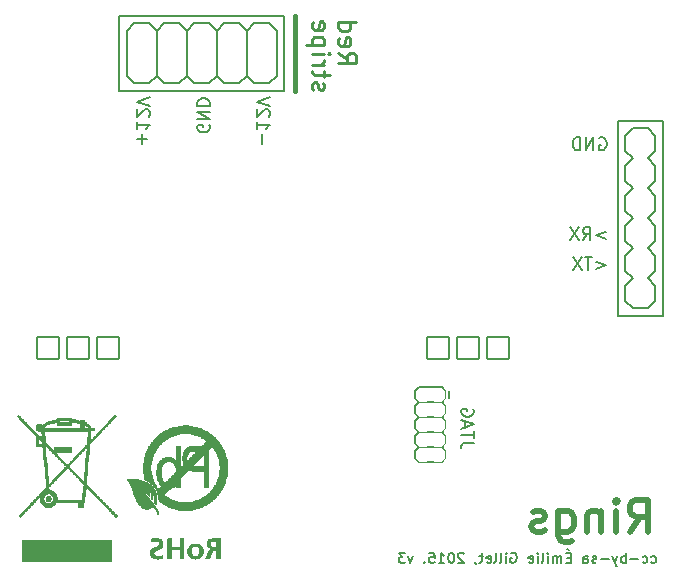
<source format=gbr>
%TF.GenerationSoftware,KiCad,Pcbnew,(6.0.11-0)*%
%TF.CreationDate,2023-04-29T13:53:27+02:00*%
%TF.ProjectId,rings,72696e67-732e-46b6-9963-61645f706362,rev?*%
%TF.SameCoordinates,Original*%
%TF.FileFunction,Legend,Bot*%
%TF.FilePolarity,Positive*%
%FSLAX46Y46*%
G04 Gerber Fmt 4.6, Leading zero omitted, Abs format (unit mm)*
G04 Created by KiCad (PCBNEW (6.0.11-0)) date 2023-04-29 13:53:27*
%MOMM*%
%LPD*%
G01*
G04 APERTURE LIST*
G04 Aperture macros list*
%AMRoundRect*
0 Rectangle with rounded corners*
0 $1 Rounding radius*
0 $2 $3 $4 $5 $6 $7 $8 $9 X,Y pos of 4 corners*
0 Add a 4 corners polygon primitive as box body*
4,1,4,$2,$3,$4,$5,$6,$7,$8,$9,$2,$3,0*
0 Add four circle primitives for the rounded corners*
1,1,$1+$1,$2,$3*
1,1,$1+$1,$4,$5*
1,1,$1+$1,$6,$7*
1,1,$1+$1,$8,$9*
0 Add four rect primitives between the rounded corners*
20,1,$1+$1,$2,$3,$4,$5,0*
20,1,$1+$1,$4,$5,$6,$7,0*
20,1,$1+$1,$6,$7,$8,$9,0*
20,1,$1+$1,$8,$9,$2,$3,0*%
%AMFreePoly0*
4,1,25,0.269922,0.591773,0.274824,0.587282,0.587282,0.274824,0.609310,0.227583,0.609600,0.220942,0.609600,-0.220942,0.591773,-0.269922,0.587282,-0.274824,0.274824,-0.587282,0.227583,-0.609310,0.220942,-0.609600,-0.220942,-0.609600,-0.269922,-0.591773,-0.274824,-0.587282,-0.587282,-0.274824,-0.609310,-0.227583,-0.609600,-0.220942,-0.609600,0.220942,-0.591773,0.269922,-0.587282,0.274824,
-0.274824,0.587282,-0.227583,0.609310,-0.220942,0.609600,0.220942,0.609600,0.269922,0.591773,0.269922,0.591773,$1*%
%AMFreePoly1*
4,1,25,0.438258,0.998173,0.443160,0.993682,0.993682,0.443160,1.015710,0.395919,1.016000,0.389278,1.016000,-0.389278,0.998173,-0.438258,0.993682,-0.443160,0.443160,-0.993682,0.395919,-1.015710,0.389278,-1.016000,-0.389278,-1.016000,-0.438258,-0.998173,-0.443160,-0.993682,-0.993682,-0.443160,-1.015710,-0.395919,-1.016000,-0.389278,-1.016000,0.389278,-0.998173,0.438258,-0.993682,0.443160,
-0.443160,0.993682,-0.395919,1.015710,-0.389278,1.016000,0.389278,1.016000,0.438258,0.998173,0.438258,0.998173,$1*%
%AMFreePoly2*
4,1,25,0.706544,1.645873,0.711446,1.641382,1.641382,0.711446,1.663410,0.664205,1.663700,0.657564,1.663700,-0.657564,1.645873,-0.706544,1.641382,-0.711446,0.711446,-1.641382,0.664205,-1.663410,0.657564,-1.663700,-0.657564,-1.663700,-0.706544,-1.645873,-0.711446,-1.641382,-1.641382,-0.711446,-1.663410,-0.664205,-1.663700,-0.657564,-1.663700,0.657564,-1.645873,0.706544,-1.641382,0.711446,
-0.711446,1.641382,-0.664205,1.663410,-0.657564,1.663700,0.657564,1.663700,0.706544,1.645873,0.706544,1.645873,$1*%
%AMFreePoly3*
4,1,25,0.417216,0.947373,0.422118,0.942882,0.942882,0.422118,0.964910,0.374877,0.965200,0.368236,0.965200,-0.368236,0.947373,-0.417216,0.942882,-0.422118,0.422118,-0.942882,0.374877,-0.964910,0.368236,-0.965200,-0.368236,-0.965200,-0.417216,-0.947373,-0.422118,-0.942882,-0.942882,-0.422118,-0.964910,-0.374877,-0.965200,-0.368236,-0.965200,0.368236,-0.947373,0.417216,-0.942882,0.422118,
-0.422118,0.942882,-0.374877,0.964910,-0.368236,0.965200,0.368236,0.965200,0.417216,0.947373,0.417216,0.947373,$1*%
%AMFreePoly4*
4,1,25,0.575031,1.328373,0.579933,1.323882,1.323882,0.579933,1.345910,0.532692,1.346200,0.526051,1.346200,-0.526051,1.328373,-0.575031,1.323882,-0.579933,0.579933,-1.323882,0.532692,-1.345910,0.526051,-1.346200,-0.526051,-1.346200,-0.575031,-1.328373,-0.579933,-1.323882,-1.323882,-0.579933,-1.345910,-0.532692,-1.346200,-0.526051,-1.346200,0.526051,-1.328373,0.575031,-1.323882,0.579933,
-0.579933,1.323882,-0.532692,1.345910,-0.526051,1.346200,0.526051,1.346200,0.575031,1.328373,0.575031,1.328373,$1*%
G04 Aperture macros list end*
%ADD10C,0.406400*%
%ADD11C,0.152400*%
%ADD12C,0.190500*%
%ADD13C,0.266700*%
%ADD14C,0.476250*%
%ADD15C,0.203200*%
%ADD16FreePoly0,270.000000*%
%ADD17C,2.032000*%
%ADD18FreePoly1,-0.000000*%
%ADD19FreePoly2,90.000000*%
%ADD20RoundRect,0.076200X0.939800X-0.939800X0.939800X0.939800X-0.939800X0.939800X-0.939800X-0.939800X0*%
%ADD21C,2.200000*%
%ADD22FreePoly3,180.000000*%
%ADD23FreePoly4,90.000000*%
%ADD24C,1.258800*%
G04 APERTURE END LIST*
D10*
X150406100Y-53251100D02*
X150406100Y-59601100D01*
D11*
X135483600Y-53251100D02*
X135483600Y-59601100D01*
X135483600Y-59601100D02*
X149453600Y-59601100D01*
X149453600Y-59601100D02*
X149453600Y-53251100D01*
X149453600Y-53251100D02*
X135483600Y-53251100D01*
X177711100Y-62141100D02*
X181521100Y-62141100D01*
X181521100Y-62141100D02*
X181521100Y-78651100D01*
X177711100Y-78651100D02*
X177711100Y-62141100D01*
X177711100Y-78651100D02*
X181521100Y-78651100D01*
D12*
X165507004Y-89391822D02*
X164735933Y-89391822D01*
X164581719Y-89443227D01*
X164478909Y-89546036D01*
X164427504Y-89700251D01*
X164427504Y-89803060D01*
X165507004Y-89031989D02*
X165507004Y-88415132D01*
X164427504Y-88723560D02*
X165507004Y-88723560D01*
X164735933Y-88106703D02*
X164735933Y-87592655D01*
X164427504Y-88209513D02*
X165507004Y-87849679D01*
X164427504Y-87489846D01*
X165455600Y-86564560D02*
X165507004Y-86667370D01*
X165507004Y-86821584D01*
X165455600Y-86975798D01*
X165352790Y-87078608D01*
X165249980Y-87130013D01*
X165044361Y-87181417D01*
X164890147Y-87181417D01*
X164684528Y-87130013D01*
X164581719Y-87078608D01*
X164478909Y-86975798D01*
X164427504Y-86821584D01*
X164427504Y-86718775D01*
X164478909Y-86564560D01*
X164530314Y-86513155D01*
X164890147Y-86513155D01*
X164890147Y-86718775D01*
X176129798Y-63601600D02*
X176232608Y-63550195D01*
X176386822Y-63550195D01*
X176541036Y-63601600D01*
X176643846Y-63704409D01*
X176695251Y-63807219D01*
X176746655Y-64012838D01*
X176746655Y-64167052D01*
X176695251Y-64372671D01*
X176643846Y-64475480D01*
X176541036Y-64578290D01*
X176386822Y-64629695D01*
X176284013Y-64629695D01*
X176129798Y-64578290D01*
X176078394Y-64526885D01*
X176078394Y-64167052D01*
X176284013Y-64167052D01*
X175615751Y-64629695D02*
X175615751Y-63550195D01*
X174998894Y-64629695D01*
X174998894Y-63550195D01*
X174484846Y-64629695D02*
X174484846Y-63550195D01*
X174227822Y-63550195D01*
X174073608Y-63601600D01*
X173970798Y-63704409D01*
X173919394Y-63807219D01*
X173867989Y-64012838D01*
X173867989Y-64167052D01*
X173919394Y-64372671D01*
X173970798Y-64475480D01*
X174073608Y-64578290D01*
X174227822Y-64629695D01*
X174484846Y-64629695D01*
X176695251Y-71530028D02*
X175872775Y-71838457D01*
X176695251Y-72146885D01*
X174741870Y-72249695D02*
X175101703Y-71735647D01*
X175358727Y-72249695D02*
X175358727Y-71170195D01*
X174947489Y-71170195D01*
X174844679Y-71221600D01*
X174793275Y-71273004D01*
X174741870Y-71375814D01*
X174741870Y-71530028D01*
X174793275Y-71632838D01*
X174844679Y-71684242D01*
X174947489Y-71735647D01*
X175358727Y-71735647D01*
X174382036Y-71170195D02*
X173662370Y-72249695D01*
X173662370Y-71170195D02*
X174382036Y-72249695D01*
X175872775Y-74070028D02*
X176695251Y-74378457D01*
X175872775Y-74686885D01*
X175512941Y-73710195D02*
X174896084Y-73710195D01*
X175204513Y-74789695D02*
X175204513Y-73710195D01*
X174639060Y-73710195D02*
X173919394Y-74789695D01*
X173919394Y-73710195D02*
X174639060Y-74789695D01*
X137406742Y-64103401D02*
X137406742Y-63280925D01*
X136995504Y-63692163D02*
X137817980Y-63692163D01*
X136995504Y-62201425D02*
X136995504Y-62818282D01*
X136995504Y-62509853D02*
X138075004Y-62509853D01*
X137920790Y-62612663D01*
X137817980Y-62715472D01*
X137766576Y-62818282D01*
X137972195Y-61790186D02*
X138023600Y-61738782D01*
X138075004Y-61635972D01*
X138075004Y-61378948D01*
X138023600Y-61276139D01*
X137972195Y-61224734D01*
X137869385Y-61173329D01*
X137766576Y-61173329D01*
X137612361Y-61224734D01*
X136995504Y-61841591D01*
X136995504Y-61173329D01*
X138075004Y-60864901D02*
X136995504Y-60505067D01*
X138075004Y-60145234D01*
X147566742Y-64103401D02*
X147566742Y-63280925D01*
X147155504Y-62201425D02*
X147155504Y-62818282D01*
X147155504Y-62509853D02*
X148235004Y-62509853D01*
X148080790Y-62612663D01*
X147977980Y-62715472D01*
X147926576Y-62818282D01*
X148132195Y-61790186D02*
X148183600Y-61738782D01*
X148235004Y-61635972D01*
X148235004Y-61378948D01*
X148183600Y-61276139D01*
X148132195Y-61224734D01*
X148029385Y-61173329D01*
X147926576Y-61173329D01*
X147772361Y-61224734D01*
X147155504Y-61841591D01*
X147155504Y-61173329D01*
X148235004Y-60864901D02*
X147155504Y-60505067D01*
X148235004Y-60145234D01*
X143103600Y-62509853D02*
X143155004Y-62612663D01*
X143155004Y-62766877D01*
X143103600Y-62921091D01*
X143000790Y-63023901D01*
X142897980Y-63075305D01*
X142692361Y-63126710D01*
X142538147Y-63126710D01*
X142332528Y-63075305D01*
X142229719Y-63023901D01*
X142126909Y-62921091D01*
X142075504Y-62766877D01*
X142075504Y-62664067D01*
X142126909Y-62509853D01*
X142178314Y-62458448D01*
X142538147Y-62458448D01*
X142538147Y-62664067D01*
X142075504Y-61995805D02*
X143155004Y-61995805D01*
X142075504Y-61378948D01*
X143155004Y-61378948D01*
X142075504Y-60864901D02*
X143155004Y-60864901D01*
X143155004Y-60607877D01*
X143103600Y-60453663D01*
X143000790Y-60350853D01*
X142897980Y-60299448D01*
X142692361Y-60248044D01*
X142538147Y-60248044D01*
X142332528Y-60299448D01*
X142229719Y-60350853D01*
X142126909Y-60453663D01*
X142075504Y-60607877D01*
X142075504Y-60864901D01*
D13*
X154046766Y-56375088D02*
X154766433Y-56878855D01*
X154046766Y-57238688D02*
X155558066Y-57238688D01*
X155558066Y-56662955D01*
X155486100Y-56519021D01*
X155414133Y-56447055D01*
X155270200Y-56375088D01*
X155054300Y-56375088D01*
X154910366Y-56447055D01*
X154838400Y-56519021D01*
X154766433Y-56662955D01*
X154766433Y-57238688D01*
X154118733Y-55151655D02*
X154046766Y-55295588D01*
X154046766Y-55583455D01*
X154118733Y-55727388D01*
X154262666Y-55799355D01*
X154838400Y-55799355D01*
X154982333Y-55727388D01*
X155054300Y-55583455D01*
X155054300Y-55295588D01*
X154982333Y-55151655D01*
X154838400Y-55079688D01*
X154694466Y-55079688D01*
X154550533Y-55799355D01*
X154046766Y-53784288D02*
X155558066Y-53784288D01*
X154118733Y-53784288D02*
X154046766Y-53928221D01*
X154046766Y-54216088D01*
X154118733Y-54360021D01*
X154190700Y-54431988D01*
X154334633Y-54503955D01*
X154766433Y-54503955D01*
X154910366Y-54431988D01*
X154982333Y-54360021D01*
X155054300Y-54216088D01*
X155054300Y-53928221D01*
X154982333Y-53784288D01*
X151896233Y-59541621D02*
X151824266Y-59397688D01*
X151824266Y-59109821D01*
X151896233Y-58965888D01*
X152040166Y-58893921D01*
X152112133Y-58893921D01*
X152256066Y-58965888D01*
X152328033Y-59109821D01*
X152328033Y-59325721D01*
X152400000Y-59469655D01*
X152543933Y-59541621D01*
X152615900Y-59541621D01*
X152759833Y-59469655D01*
X152831800Y-59325721D01*
X152831800Y-59109821D01*
X152759833Y-58965888D01*
X152831800Y-58462121D02*
X152831800Y-57886388D01*
X153335566Y-58246221D02*
X152040166Y-58246221D01*
X151896233Y-58174255D01*
X151824266Y-58030321D01*
X151824266Y-57886388D01*
X151824266Y-57382621D02*
X152831800Y-57382621D01*
X152543933Y-57382621D02*
X152687866Y-57310655D01*
X152759833Y-57238688D01*
X152831800Y-57094755D01*
X152831800Y-56950821D01*
X151824266Y-56447055D02*
X152831800Y-56447055D01*
X153335566Y-56447055D02*
X153263600Y-56519021D01*
X153191633Y-56447055D01*
X153263600Y-56375088D01*
X153335566Y-56447055D01*
X153191633Y-56447055D01*
X152831800Y-55727388D02*
X151320500Y-55727388D01*
X152759833Y-55727388D02*
X152831800Y-55583455D01*
X152831800Y-55295588D01*
X152759833Y-55151655D01*
X152687866Y-55079688D01*
X152543933Y-55007721D01*
X152112133Y-55007721D01*
X151968200Y-55079688D01*
X151896233Y-55151655D01*
X151824266Y-55295588D01*
X151824266Y-55583455D01*
X151896233Y-55727388D01*
X151896233Y-53784288D02*
X151824266Y-53928221D01*
X151824266Y-54216088D01*
X151896233Y-54360021D01*
X152040166Y-54431988D01*
X152615900Y-54431988D01*
X152759833Y-54360021D01*
X152831800Y-54216088D01*
X152831800Y-53928221D01*
X152759833Y-53784288D01*
X152615900Y-53712321D01*
X152471966Y-53712321D01*
X152328033Y-54431988D01*
D11*
X180528806Y-99523852D02*
X180611054Y-99564976D01*
X180775549Y-99564976D01*
X180857797Y-99523852D01*
X180898920Y-99482728D01*
X180940044Y-99400480D01*
X180940044Y-99153738D01*
X180898920Y-99071490D01*
X180857797Y-99030366D01*
X180775549Y-98989242D01*
X180611054Y-98989242D01*
X180528806Y-99030366D01*
X179788578Y-99523852D02*
X179870825Y-99564976D01*
X180035320Y-99564976D01*
X180117568Y-99523852D01*
X180158692Y-99482728D01*
X180199816Y-99400480D01*
X180199816Y-99153738D01*
X180158692Y-99071490D01*
X180117568Y-99030366D01*
X180035320Y-98989242D01*
X179870825Y-98989242D01*
X179788578Y-99030366D01*
X179418463Y-99235985D02*
X178760482Y-99235985D01*
X178349244Y-99564976D02*
X178349244Y-98701376D01*
X178349244Y-99030366D02*
X178266997Y-98989242D01*
X178102501Y-98989242D01*
X178020254Y-99030366D01*
X177979130Y-99071490D01*
X177938006Y-99153738D01*
X177938006Y-99400480D01*
X177979130Y-99482728D01*
X178020254Y-99523852D01*
X178102501Y-99564976D01*
X178266997Y-99564976D01*
X178349244Y-99523852D01*
X177650140Y-98989242D02*
X177444520Y-99564976D01*
X177238901Y-98989242D02*
X177444520Y-99564976D01*
X177526768Y-99770595D01*
X177567892Y-99811719D01*
X177650140Y-99852842D01*
X176909911Y-99235985D02*
X176251930Y-99235985D01*
X175881816Y-99523852D02*
X175799568Y-99564976D01*
X175635073Y-99564976D01*
X175552825Y-99523852D01*
X175511701Y-99441604D01*
X175511701Y-99400480D01*
X175552825Y-99318233D01*
X175635073Y-99277109D01*
X175758444Y-99277109D01*
X175840692Y-99235985D01*
X175881816Y-99153738D01*
X175881816Y-99112614D01*
X175840692Y-99030366D01*
X175758444Y-98989242D01*
X175635073Y-98989242D01*
X175552825Y-99030366D01*
X174771473Y-99564976D02*
X174771473Y-99112614D01*
X174812597Y-99030366D01*
X174894844Y-98989242D01*
X175059340Y-98989242D01*
X175141587Y-99030366D01*
X174771473Y-99523852D02*
X174853720Y-99564976D01*
X175059340Y-99564976D01*
X175141587Y-99523852D01*
X175182711Y-99441604D01*
X175182711Y-99359357D01*
X175141587Y-99277109D01*
X175059340Y-99235985D01*
X174853720Y-99235985D01*
X174771473Y-99194861D01*
X173702254Y-99112614D02*
X173414387Y-99112614D01*
X173291016Y-99564976D02*
X173702254Y-99564976D01*
X173702254Y-98701376D01*
X173291016Y-98701376D01*
X173414387Y-98372385D02*
X173537759Y-98495757D01*
X172920901Y-99564976D02*
X172920901Y-98989242D01*
X172920901Y-99071490D02*
X172879778Y-99030366D01*
X172797530Y-98989242D01*
X172674159Y-98989242D01*
X172591911Y-99030366D01*
X172550787Y-99112614D01*
X172550787Y-99564976D01*
X172550787Y-99112614D02*
X172509663Y-99030366D01*
X172427416Y-98989242D01*
X172304044Y-98989242D01*
X172221797Y-99030366D01*
X172180673Y-99112614D01*
X172180673Y-99564976D01*
X171769435Y-99564976D02*
X171769435Y-98989242D01*
X171769435Y-98701376D02*
X171810559Y-98742500D01*
X171769435Y-98783623D01*
X171728311Y-98742500D01*
X171769435Y-98701376D01*
X171769435Y-98783623D01*
X171234825Y-99564976D02*
X171317073Y-99523852D01*
X171358197Y-99441604D01*
X171358197Y-98701376D01*
X170905835Y-99564976D02*
X170905835Y-98989242D01*
X170905835Y-98701376D02*
X170946959Y-98742500D01*
X170905835Y-98783623D01*
X170864711Y-98742500D01*
X170905835Y-98701376D01*
X170905835Y-98783623D01*
X170165606Y-99523852D02*
X170247854Y-99564976D01*
X170412349Y-99564976D01*
X170494597Y-99523852D01*
X170535720Y-99441604D01*
X170535720Y-99112614D01*
X170494597Y-99030366D01*
X170412349Y-98989242D01*
X170247854Y-98989242D01*
X170165606Y-99030366D01*
X170124482Y-99112614D01*
X170124482Y-99194861D01*
X170535720Y-99277109D01*
X168644025Y-98742500D02*
X168726273Y-98701376D01*
X168849644Y-98701376D01*
X168973016Y-98742500D01*
X169055263Y-98824747D01*
X169096387Y-98906995D01*
X169137511Y-99071490D01*
X169137511Y-99194861D01*
X169096387Y-99359357D01*
X169055263Y-99441604D01*
X168973016Y-99523852D01*
X168849644Y-99564976D01*
X168767397Y-99564976D01*
X168644025Y-99523852D01*
X168602901Y-99482728D01*
X168602901Y-99194861D01*
X168767397Y-99194861D01*
X168232787Y-99564976D02*
X168232787Y-98989242D01*
X168232787Y-98701376D02*
X168273911Y-98742500D01*
X168232787Y-98783623D01*
X168191663Y-98742500D01*
X168232787Y-98701376D01*
X168232787Y-98783623D01*
X167698178Y-99564976D02*
X167780425Y-99523852D01*
X167821549Y-99441604D01*
X167821549Y-98701376D01*
X167245816Y-99564976D02*
X167328063Y-99523852D01*
X167369187Y-99441604D01*
X167369187Y-98701376D01*
X166587835Y-99523852D02*
X166670082Y-99564976D01*
X166834578Y-99564976D01*
X166916825Y-99523852D01*
X166957949Y-99441604D01*
X166957949Y-99112614D01*
X166916825Y-99030366D01*
X166834578Y-98989242D01*
X166670082Y-98989242D01*
X166587835Y-99030366D01*
X166546711Y-99112614D01*
X166546711Y-99194861D01*
X166957949Y-99277109D01*
X166299968Y-98989242D02*
X165970978Y-98989242D01*
X166176597Y-98701376D02*
X166176597Y-99441604D01*
X166135473Y-99523852D01*
X166053225Y-99564976D01*
X165970978Y-99564976D01*
X165641987Y-99523852D02*
X165641987Y-99564976D01*
X165683111Y-99647223D01*
X165724235Y-99688347D01*
X164655016Y-98783623D02*
X164613892Y-98742500D01*
X164531644Y-98701376D01*
X164326025Y-98701376D01*
X164243778Y-98742500D01*
X164202654Y-98783623D01*
X164161530Y-98865871D01*
X164161530Y-98948119D01*
X164202654Y-99071490D01*
X164696140Y-99564976D01*
X164161530Y-99564976D01*
X163626920Y-98701376D02*
X163544673Y-98701376D01*
X163462425Y-98742500D01*
X163421301Y-98783623D01*
X163380178Y-98865871D01*
X163339054Y-99030366D01*
X163339054Y-99235985D01*
X163380178Y-99400480D01*
X163421301Y-99482728D01*
X163462425Y-99523852D01*
X163544673Y-99564976D01*
X163626920Y-99564976D01*
X163709168Y-99523852D01*
X163750292Y-99482728D01*
X163791416Y-99400480D01*
X163832540Y-99235985D01*
X163832540Y-99030366D01*
X163791416Y-98865871D01*
X163750292Y-98783623D01*
X163709168Y-98742500D01*
X163626920Y-98701376D01*
X162516578Y-99564976D02*
X163010063Y-99564976D01*
X162763320Y-99564976D02*
X162763320Y-98701376D01*
X162845568Y-98824747D01*
X162927816Y-98906995D01*
X163010063Y-98948119D01*
X161735225Y-98701376D02*
X162146463Y-98701376D01*
X162187587Y-99112614D01*
X162146463Y-99071490D01*
X162064216Y-99030366D01*
X161858597Y-99030366D01*
X161776349Y-99071490D01*
X161735225Y-99112614D01*
X161694101Y-99194861D01*
X161694101Y-99400480D01*
X161735225Y-99482728D01*
X161776349Y-99523852D01*
X161858597Y-99564976D01*
X162064216Y-99564976D01*
X162146463Y-99523852D01*
X162187587Y-99482728D01*
X161323987Y-99482728D02*
X161282863Y-99523852D01*
X161323987Y-99564976D01*
X161365111Y-99523852D01*
X161323987Y-99482728D01*
X161323987Y-99564976D01*
X160337016Y-98989242D02*
X160131397Y-99564976D01*
X159925778Y-98989242D01*
X159679035Y-98701376D02*
X159144425Y-98701376D01*
X159432292Y-99030366D01*
X159308920Y-99030366D01*
X159226673Y-99071490D01*
X159185549Y-99112614D01*
X159144425Y-99194861D01*
X159144425Y-99400480D01*
X159185549Y-99482728D01*
X159226673Y-99523852D01*
X159308920Y-99564976D01*
X159555663Y-99564976D01*
X159637911Y-99523852D01*
X159679035Y-99482728D01*
D14*
X178709335Y-96937588D02*
X179608918Y-95652469D01*
X180251477Y-96937588D02*
X180251477Y-94238838D01*
X179223382Y-94238838D01*
X178966358Y-94367350D01*
X178837847Y-94495861D01*
X178709335Y-94752885D01*
X178709335Y-95138421D01*
X178837847Y-95395445D01*
X178966358Y-95523957D01*
X179223382Y-95652469D01*
X180251477Y-95652469D01*
X177552727Y-96937588D02*
X177552727Y-95138421D01*
X177552727Y-94238838D02*
X177681239Y-94367350D01*
X177552727Y-94495861D01*
X177424216Y-94367350D01*
X177552727Y-94238838D01*
X177552727Y-94495861D01*
X176267608Y-95138421D02*
X176267608Y-96937588D01*
X176267608Y-95395445D02*
X176139097Y-95266933D01*
X175882073Y-95138421D01*
X175496537Y-95138421D01*
X175239513Y-95266933D01*
X175111001Y-95523957D01*
X175111001Y-96937588D01*
X172669275Y-95138421D02*
X172669275Y-97323123D01*
X172797787Y-97580147D01*
X172926299Y-97708659D01*
X173183323Y-97837171D01*
X173568858Y-97837171D01*
X173825882Y-97708659D01*
X172669275Y-96809076D02*
X172926299Y-96937588D01*
X173440347Y-96937588D01*
X173697370Y-96809076D01*
X173825882Y-96680564D01*
X173954394Y-96423540D01*
X173954394Y-95652469D01*
X173825882Y-95395445D01*
X173697370Y-95266933D01*
X173440347Y-95138421D01*
X172926299Y-95138421D01*
X172669275Y-95266933D01*
X171512668Y-96809076D02*
X171255644Y-96937588D01*
X170741597Y-96937588D01*
X170484573Y-96809076D01*
X170356061Y-96552052D01*
X170356061Y-96423540D01*
X170484573Y-96166516D01*
X170741597Y-96038004D01*
X171127132Y-96038004D01*
X171384156Y-95909492D01*
X171512668Y-95652469D01*
X171512668Y-95523957D01*
X171384156Y-95266933D01*
X171127132Y-95138421D01*
X170741597Y-95138421D01*
X170484573Y-95266933D01*
D15*
%TO.C,JP1*%
X163423600Y-85001100D02*
X163423600Y-85636100D01*
D11*
X163106100Y-90081100D02*
X163106100Y-90716100D01*
X160883600Y-91033600D02*
X162788600Y-91033600D01*
X160566100Y-90716100D02*
X160883600Y-91033600D01*
X160566100Y-90081100D02*
X160566100Y-90716100D01*
X160883600Y-89763600D02*
X160566100Y-90081100D01*
X163106100Y-90716100D02*
X162788600Y-91033600D01*
X162788600Y-89763600D02*
X163106100Y-90081100D01*
X163106100Y-85001100D02*
X163106100Y-85636100D01*
X163106100Y-86271100D02*
X163106100Y-86906100D01*
X163106100Y-87541100D02*
X163106100Y-88176100D01*
X163106100Y-88811100D02*
X163106100Y-89446100D01*
X160883600Y-89763600D02*
X162788600Y-89763600D01*
X160883600Y-88493600D02*
X162788600Y-88493600D01*
X160883600Y-87223600D02*
X162788600Y-87223600D01*
X160883600Y-85953600D02*
X162788600Y-85953600D01*
X160566100Y-89446100D02*
X160883600Y-89763600D01*
X160566100Y-88811100D02*
X160566100Y-89446100D01*
X160883600Y-88493600D02*
X160566100Y-88811100D01*
X160566100Y-88176100D02*
X160883600Y-88493600D01*
X160566100Y-87541100D02*
X160566100Y-88176100D01*
X160883600Y-87223600D02*
X160566100Y-87541100D01*
X160566100Y-86906100D02*
X160883600Y-87223600D01*
X160566100Y-86271100D02*
X160566100Y-86906100D01*
X160883600Y-85953600D02*
X160566100Y-86271100D01*
X160566100Y-85636100D02*
X160883600Y-85953600D01*
X160566100Y-85001100D02*
X160566100Y-85636100D01*
X160883600Y-84683600D02*
X160566100Y-85001100D01*
X162788600Y-84683600D02*
X160883600Y-84683600D01*
X163106100Y-89446100D02*
X162788600Y-89763600D01*
X162788600Y-88493600D02*
X163106100Y-88811100D01*
X163106100Y-88176100D02*
X162788600Y-88493600D01*
X162788600Y-87223600D02*
X163106100Y-87541100D01*
X163106100Y-86906100D02*
X162788600Y-87223600D01*
X162788600Y-85953600D02*
X163106100Y-86271100D01*
X163106100Y-85636100D02*
X162788600Y-85953600D01*
X162788600Y-84683600D02*
X163106100Y-85001100D01*
D15*
%TO.C,JP2*%
X178981100Y-78016100D02*
X180251100Y-78016100D01*
X180886100Y-64681100D02*
X180886100Y-63411100D01*
X180251100Y-62776100D02*
X180886100Y-63411100D01*
X178346100Y-63411100D02*
X178981100Y-62776100D01*
X178981100Y-62776100D02*
X180251100Y-62776100D01*
X180886100Y-65951100D02*
X180251100Y-65316100D01*
X180886100Y-67221100D02*
X180886100Y-65951100D01*
X180251100Y-67856100D02*
X180886100Y-67221100D01*
X178346100Y-67221100D02*
X178981100Y-67856100D01*
X178346100Y-65951100D02*
X178346100Y-67221100D01*
X178981100Y-65316100D02*
X178346100Y-65951100D01*
X180251100Y-65316100D02*
X180886100Y-64681100D01*
X178346100Y-64681100D02*
X178981100Y-65316100D01*
X178346100Y-63411100D02*
X178346100Y-64681100D01*
X180886100Y-72301100D02*
X180886100Y-71031100D01*
X180251100Y-70396100D02*
X180886100Y-71031100D01*
X178346100Y-71031100D02*
X178981100Y-70396100D01*
X180886100Y-68491100D02*
X180251100Y-67856100D01*
X180886100Y-69761100D02*
X180886100Y-68491100D01*
X180251100Y-70396100D02*
X180886100Y-69761100D01*
X178346100Y-69761100D02*
X178981100Y-70396100D01*
X178346100Y-68491100D02*
X178346100Y-69761100D01*
X178981100Y-67856100D02*
X178346100Y-68491100D01*
X180886100Y-73571100D02*
X180251100Y-72936100D01*
X180886100Y-74841100D02*
X180886100Y-73571100D01*
X180251100Y-75476100D02*
X180886100Y-74841100D01*
X178346100Y-74841100D02*
X178981100Y-75476100D01*
X178346100Y-73571100D02*
X178346100Y-74841100D01*
X178981100Y-72936100D02*
X178346100Y-73571100D01*
X180251100Y-72936100D02*
X180886100Y-72301100D01*
X178346100Y-72301100D02*
X178981100Y-72936100D01*
X178346100Y-71031100D02*
X178346100Y-72301100D01*
X180886100Y-76111100D02*
X180251100Y-75476100D01*
X180886100Y-77381100D02*
X180886100Y-76111100D01*
X180251100Y-78016100D02*
X180886100Y-77381100D01*
X178346100Y-77381100D02*
X178981100Y-78016100D01*
X178346100Y-76111100D02*
X178346100Y-77381100D01*
X178981100Y-75476100D02*
X178346100Y-76111100D01*
%TO.C,JP3*%
G36*
X142722600Y-55410100D02*
G01*
X142214600Y-55410100D01*
X142214600Y-54902100D01*
X142722600Y-54902100D01*
X142722600Y-55410100D01*
G37*
X136753600Y-53251100D02*
X138023600Y-53251100D01*
D11*
X146913600Y-53886100D02*
X148183600Y-53886100D01*
X148818600Y-58331100D02*
X148818600Y-54521100D01*
X148183600Y-58966100D02*
X148818600Y-58331100D01*
X146913600Y-58966100D02*
X148183600Y-58966100D01*
X146278600Y-58331100D02*
X146913600Y-58966100D01*
X148183600Y-53886100D02*
X148818600Y-54521100D01*
X146278600Y-54521100D02*
X146913600Y-53886100D01*
X136753600Y-53886100D02*
X138023600Y-53886100D01*
X139293600Y-53886100D02*
X140563600Y-53886100D01*
X141833600Y-53886100D02*
X143103600Y-53886100D01*
X144373600Y-53886100D02*
X145643600Y-53886100D01*
X146278600Y-58331100D02*
X146278600Y-54521100D01*
X143738600Y-58331100D02*
X143738600Y-54521100D01*
X141198600Y-58331100D02*
X141198600Y-54521100D01*
X138658600Y-58331100D02*
X138658600Y-54521100D01*
X145643600Y-58966100D02*
X146278600Y-58331100D01*
X144373600Y-58966100D02*
X145643600Y-58966100D01*
X143738600Y-58331100D02*
X144373600Y-58966100D01*
X143103600Y-58966100D02*
X143738600Y-58331100D01*
X141833600Y-58966100D02*
X143103600Y-58966100D01*
X141198600Y-58331100D02*
X141833600Y-58966100D01*
X140563600Y-58966100D02*
X141198600Y-58331100D01*
X139293600Y-58966100D02*
X140563600Y-58966100D01*
X138658600Y-58331100D02*
X139293600Y-58966100D01*
X138023600Y-58966100D02*
X138658600Y-58331100D01*
X136753600Y-58966100D02*
X138023600Y-58966100D01*
X136118600Y-58331100D02*
X136753600Y-58966100D01*
X136118600Y-54521100D02*
X136118600Y-58331100D01*
X145643600Y-53886100D02*
X146278600Y-54521100D01*
X143738600Y-54521100D02*
X144373600Y-53886100D01*
X143103600Y-53886100D02*
X143738600Y-54521100D01*
X141198600Y-54521100D02*
X141833600Y-53886100D01*
X140563600Y-53886100D02*
X141198600Y-54521100D01*
X138658600Y-54521100D02*
X139293600Y-53886100D01*
X138023600Y-53886100D02*
X138658600Y-54521100D01*
X136118600Y-54521100D02*
X136753600Y-53886100D01*
%TO.C,U$2*%
G36*
X135166100Y-87058500D02*
G01*
X135115300Y-87058500D01*
X135115300Y-87007700D01*
X135166100Y-87007700D01*
X135166100Y-87058500D01*
G37*
G36*
X127038100Y-87109300D02*
G01*
X126936500Y-87109300D01*
X126936500Y-87058500D01*
X127038100Y-87058500D01*
X127038100Y-87109300D01*
G37*
G36*
X135216900Y-87109300D02*
G01*
X135064500Y-87109300D01*
X135064500Y-87058500D01*
X135216900Y-87058500D01*
X135216900Y-87109300D01*
G37*
G36*
X127088900Y-87160100D02*
G01*
X126885700Y-87160100D01*
X126885700Y-87109300D01*
X127088900Y-87109300D01*
X127088900Y-87160100D01*
G37*
G36*
X135267700Y-87160100D02*
G01*
X135013700Y-87160100D01*
X135013700Y-87109300D01*
X135267700Y-87109300D01*
X135267700Y-87160100D01*
G37*
G36*
X127139700Y-87210900D02*
G01*
X126834900Y-87210900D01*
X126834900Y-87160100D01*
X127139700Y-87160100D01*
X127139700Y-87210900D01*
G37*
G36*
X135267700Y-87210900D02*
G01*
X134962900Y-87210900D01*
X134962900Y-87160100D01*
X135267700Y-87160100D01*
X135267700Y-87210900D01*
G37*
G36*
X127190500Y-87261700D02*
G01*
X126885700Y-87261700D01*
X126885700Y-87210900D01*
X127190500Y-87210900D01*
X127190500Y-87261700D01*
G37*
G36*
X135216900Y-87261700D02*
G01*
X134912100Y-87261700D01*
X134912100Y-87210900D01*
X135216900Y-87210900D01*
X135216900Y-87261700D01*
G37*
G36*
X127241300Y-87312500D02*
G01*
X126936500Y-87312500D01*
X126936500Y-87261700D01*
X127241300Y-87261700D01*
X127241300Y-87312500D01*
G37*
G36*
X135166100Y-87312500D02*
G01*
X134861300Y-87312500D01*
X134861300Y-87261700D01*
X135166100Y-87261700D01*
X135166100Y-87312500D01*
G37*
G36*
X127292100Y-87363300D02*
G01*
X126987300Y-87363300D01*
X126987300Y-87312500D01*
X127292100Y-87312500D01*
X127292100Y-87363300D01*
G37*
G36*
X131457700Y-87363300D02*
G01*
X130187700Y-87363300D01*
X130187700Y-87312500D01*
X131457700Y-87312500D01*
X131457700Y-87363300D01*
G37*
G36*
X135115300Y-87363300D02*
G01*
X134810500Y-87363300D01*
X134810500Y-87312500D01*
X135115300Y-87312500D01*
X135115300Y-87363300D01*
G37*
G36*
X127342900Y-87414100D02*
G01*
X127038100Y-87414100D01*
X127038100Y-87363300D01*
X127342900Y-87363300D01*
X127342900Y-87414100D01*
G37*
G36*
X131457700Y-87414100D02*
G01*
X130187700Y-87414100D01*
X130187700Y-87363300D01*
X131457700Y-87363300D01*
X131457700Y-87414100D01*
G37*
G36*
X135064500Y-87414100D02*
G01*
X134759700Y-87414100D01*
X134759700Y-87363300D01*
X135064500Y-87363300D01*
X135064500Y-87414100D01*
G37*
G36*
X127393700Y-87464900D02*
G01*
X127038100Y-87464900D01*
X127038100Y-87414100D01*
X127393700Y-87414100D01*
X127393700Y-87464900D01*
G37*
G36*
X131813300Y-87464900D02*
G01*
X130136900Y-87464900D01*
X130136900Y-87414100D01*
X131813300Y-87414100D01*
X131813300Y-87464900D01*
G37*
G36*
X135013700Y-87464900D02*
G01*
X134708900Y-87464900D01*
X134708900Y-87414100D01*
X135013700Y-87414100D01*
X135013700Y-87464900D01*
G37*
G36*
X127444500Y-87515700D02*
G01*
X127088900Y-87515700D01*
X127088900Y-87464900D01*
X127444500Y-87464900D01*
X127444500Y-87515700D01*
G37*
G36*
X132118100Y-87515700D02*
G01*
X129832100Y-87515700D01*
X129832100Y-87464900D01*
X132118100Y-87464900D01*
X132118100Y-87515700D01*
G37*
G36*
X132626100Y-87515700D02*
G01*
X132168900Y-87515700D01*
X132168900Y-87464900D01*
X132626100Y-87464900D01*
X132626100Y-87515700D01*
G37*
G36*
X134962900Y-87515700D02*
G01*
X134658100Y-87515700D01*
X134658100Y-87464900D01*
X134962900Y-87464900D01*
X134962900Y-87515700D01*
G37*
G36*
X127495300Y-87566500D02*
G01*
X127139700Y-87566500D01*
X127139700Y-87515700D01*
X127495300Y-87515700D01*
X127495300Y-87566500D01*
G37*
G36*
X132626100Y-87566500D02*
G01*
X129628900Y-87566500D01*
X129628900Y-87515700D01*
X132626100Y-87515700D01*
X132626100Y-87566500D01*
G37*
G36*
X134912100Y-87566500D02*
G01*
X134607300Y-87566500D01*
X134607300Y-87515700D01*
X134912100Y-87515700D01*
X134912100Y-87566500D01*
G37*
G36*
X127546100Y-87617300D02*
G01*
X127190500Y-87617300D01*
X127190500Y-87566500D01*
X127546100Y-87566500D01*
X127546100Y-87617300D01*
G37*
G36*
X130492500Y-87617300D02*
G01*
X129476500Y-87617300D01*
X129476500Y-87566500D01*
X130492500Y-87566500D01*
X130492500Y-87617300D01*
G37*
G36*
X132626100Y-87617300D02*
G01*
X131203700Y-87617300D01*
X131203700Y-87566500D01*
X132626100Y-87566500D01*
X132626100Y-87617300D01*
G37*
G36*
X134861300Y-87617300D02*
G01*
X134556500Y-87617300D01*
X134556500Y-87566500D01*
X134861300Y-87566500D01*
X134861300Y-87617300D01*
G37*
G36*
X127596900Y-87668100D02*
G01*
X127241300Y-87668100D01*
X127241300Y-87617300D01*
X127596900Y-87617300D01*
X127596900Y-87668100D01*
G37*
G36*
X130441700Y-87668100D02*
G01*
X129374900Y-87668100D01*
X129374900Y-87617300D01*
X130441700Y-87617300D01*
X130441700Y-87668100D01*
G37*
G36*
X132626100Y-87668100D02*
G01*
X131203700Y-87668100D01*
X131203700Y-87617300D01*
X132626100Y-87617300D01*
X132626100Y-87668100D01*
G37*
G36*
X134810500Y-87668100D02*
G01*
X134505700Y-87668100D01*
X134505700Y-87617300D01*
X134810500Y-87617300D01*
X134810500Y-87668100D01*
G37*
G36*
X127647700Y-87718900D02*
G01*
X127292100Y-87718900D01*
X127292100Y-87668100D01*
X127647700Y-87668100D01*
X127647700Y-87718900D01*
G37*
G36*
X132727700Y-87718900D02*
G01*
X129273300Y-87718900D01*
X129273300Y-87668100D01*
X132727700Y-87668100D01*
X132727700Y-87718900D01*
G37*
G36*
X134810500Y-87718900D02*
G01*
X134505700Y-87718900D01*
X134505700Y-87668100D01*
X134810500Y-87668100D01*
X134810500Y-87718900D01*
G37*
G36*
X127698500Y-87769700D02*
G01*
X127342900Y-87769700D01*
X127342900Y-87718900D01*
X127698500Y-87718900D01*
X127698500Y-87769700D01*
G37*
G36*
X130035300Y-87769700D02*
G01*
X129171700Y-87769700D01*
X129171700Y-87718900D01*
X130035300Y-87718900D01*
X130035300Y-87769700D01*
G37*
G36*
X131457700Y-87769700D02*
G01*
X130187700Y-87769700D01*
X130187700Y-87718900D01*
X131457700Y-87718900D01*
X131457700Y-87769700D01*
G37*
G36*
X132778500Y-87769700D02*
G01*
X131914900Y-87769700D01*
X131914900Y-87718900D01*
X132778500Y-87718900D01*
X132778500Y-87769700D01*
G37*
G36*
X134759700Y-87769700D02*
G01*
X134454900Y-87769700D01*
X134454900Y-87718900D01*
X134759700Y-87718900D01*
X134759700Y-87769700D01*
G37*
G36*
X127749300Y-87820500D02*
G01*
X127393700Y-87820500D01*
X127393700Y-87769700D01*
X127749300Y-87769700D01*
X127749300Y-87820500D01*
G37*
G36*
X128866900Y-87820500D02*
G01*
X128612900Y-87820500D01*
X128612900Y-87769700D01*
X128866900Y-87769700D01*
X128866900Y-87820500D01*
G37*
G36*
X129781300Y-87820500D02*
G01*
X129120900Y-87820500D01*
X129120900Y-87769700D01*
X129781300Y-87769700D01*
X129781300Y-87820500D01*
G37*
G36*
X131457700Y-87820500D02*
G01*
X130187700Y-87820500D01*
X130187700Y-87769700D01*
X131457700Y-87769700D01*
X131457700Y-87820500D01*
G37*
G36*
X132880100Y-87820500D02*
G01*
X132168900Y-87820500D01*
X132168900Y-87769700D01*
X132880100Y-87769700D01*
X132880100Y-87820500D01*
G37*
G36*
X134708900Y-87820500D02*
G01*
X134404100Y-87820500D01*
X134404100Y-87769700D01*
X134708900Y-87769700D01*
X134708900Y-87820500D01*
G37*
G36*
X127800100Y-87871300D02*
G01*
X127444500Y-87871300D01*
X127444500Y-87820500D01*
X127800100Y-87820500D01*
X127800100Y-87871300D01*
G37*
G36*
X128968500Y-87871300D02*
G01*
X128511300Y-87871300D01*
X128511300Y-87820500D01*
X128968500Y-87820500D01*
X128968500Y-87871300D01*
G37*
G36*
X129628900Y-87871300D02*
G01*
X129070100Y-87871300D01*
X129070100Y-87820500D01*
X129628900Y-87820500D01*
X129628900Y-87871300D01*
G37*
G36*
X131457700Y-87871300D02*
G01*
X130187700Y-87871300D01*
X130187700Y-87820500D01*
X131457700Y-87820500D01*
X131457700Y-87871300D01*
G37*
G36*
X132930900Y-87871300D02*
G01*
X132168900Y-87871300D01*
X132168900Y-87820500D01*
X132930900Y-87820500D01*
X132930900Y-87871300D01*
G37*
G36*
X134658100Y-87871300D02*
G01*
X134353300Y-87871300D01*
X134353300Y-87820500D01*
X134658100Y-87820500D01*
X134658100Y-87871300D01*
G37*
G36*
X127850900Y-87922100D02*
G01*
X127495300Y-87922100D01*
X127495300Y-87871300D01*
X127850900Y-87871300D01*
X127850900Y-87922100D01*
G37*
G36*
X129476500Y-87922100D02*
G01*
X128460500Y-87922100D01*
X128460500Y-87871300D01*
X129476500Y-87871300D01*
X129476500Y-87922100D01*
G37*
G36*
X131457700Y-87922100D02*
G01*
X130187700Y-87922100D01*
X130187700Y-87871300D01*
X131457700Y-87871300D01*
X131457700Y-87922100D01*
G37*
G36*
X132981700Y-87922100D02*
G01*
X132168900Y-87922100D01*
X132168900Y-87871300D01*
X132981700Y-87871300D01*
X132981700Y-87922100D01*
G37*
G36*
X134607300Y-87922100D02*
G01*
X134302500Y-87922100D01*
X134302500Y-87871300D01*
X134607300Y-87871300D01*
X134607300Y-87922100D01*
G37*
G36*
X127850900Y-87972900D02*
G01*
X127546100Y-87972900D01*
X127546100Y-87922100D01*
X127850900Y-87922100D01*
X127850900Y-87972900D01*
G37*
G36*
X129374900Y-87972900D02*
G01*
X128460500Y-87972900D01*
X128460500Y-87922100D01*
X129374900Y-87922100D01*
X129374900Y-87972900D01*
G37*
G36*
X131457700Y-87972900D02*
G01*
X130187700Y-87972900D01*
X130187700Y-87922100D01*
X131457700Y-87922100D01*
X131457700Y-87972900D01*
G37*
G36*
X133032500Y-87972900D02*
G01*
X132168900Y-87972900D01*
X132168900Y-87922100D01*
X133032500Y-87922100D01*
X133032500Y-87972900D01*
G37*
G36*
X134556500Y-87972900D02*
G01*
X134251700Y-87972900D01*
X134251700Y-87922100D01*
X134556500Y-87922100D01*
X134556500Y-87972900D01*
G37*
G36*
X141363700Y-87972900D02*
G01*
X140855700Y-87972900D01*
X140855700Y-87922100D01*
X141363700Y-87922100D01*
X141363700Y-87972900D01*
G37*
G36*
X127901700Y-88023700D02*
G01*
X127596900Y-88023700D01*
X127596900Y-87972900D01*
X127901700Y-87972900D01*
X127901700Y-88023700D01*
G37*
G36*
X129324100Y-88023700D02*
G01*
X128409700Y-88023700D01*
X128409700Y-87972900D01*
X129324100Y-87972900D01*
X129324100Y-88023700D01*
G37*
G36*
X132626100Y-88023700D02*
G01*
X132168900Y-88023700D01*
X132168900Y-87972900D01*
X132626100Y-87972900D01*
X132626100Y-88023700D01*
G37*
G36*
X133083300Y-88023700D02*
G01*
X132676900Y-88023700D01*
X132676900Y-87972900D01*
X133083300Y-87972900D01*
X133083300Y-88023700D01*
G37*
G36*
X134505700Y-88023700D02*
G01*
X134200900Y-88023700D01*
X134200900Y-87972900D01*
X134505700Y-87972900D01*
X134505700Y-88023700D01*
G37*
G36*
X141770100Y-88023700D02*
G01*
X140449300Y-88023700D01*
X140449300Y-87972900D01*
X141770100Y-87972900D01*
X141770100Y-88023700D01*
G37*
G36*
X127952500Y-88074500D02*
G01*
X127647700Y-88074500D01*
X127647700Y-88023700D01*
X127952500Y-88023700D01*
X127952500Y-88074500D01*
G37*
G36*
X129273300Y-88074500D02*
G01*
X128409700Y-88074500D01*
X128409700Y-88023700D01*
X129273300Y-88023700D01*
X129273300Y-88074500D01*
G37*
G36*
X132626100Y-88074500D02*
G01*
X132168900Y-88074500D01*
X132168900Y-88023700D01*
X132626100Y-88023700D01*
X132626100Y-88074500D01*
G37*
G36*
X133083300Y-88074500D02*
G01*
X132778500Y-88074500D01*
X132778500Y-88023700D01*
X133083300Y-88023700D01*
X133083300Y-88074500D01*
G37*
G36*
X134454900Y-88074500D02*
G01*
X134150100Y-88074500D01*
X134150100Y-88023700D01*
X134454900Y-88023700D01*
X134454900Y-88074500D01*
G37*
G36*
X142024100Y-88074500D02*
G01*
X140195300Y-88074500D01*
X140195300Y-88023700D01*
X142024100Y-88023700D01*
X142024100Y-88074500D01*
G37*
G36*
X128003300Y-88125300D02*
G01*
X127698500Y-88125300D01*
X127698500Y-88074500D01*
X128003300Y-88074500D01*
X128003300Y-88125300D01*
G37*
G36*
X129222500Y-88125300D02*
G01*
X128409700Y-88125300D01*
X128409700Y-88074500D01*
X129222500Y-88074500D01*
X129222500Y-88125300D01*
G37*
G36*
X132626100Y-88125300D02*
G01*
X132168900Y-88125300D01*
X132168900Y-88074500D01*
X132626100Y-88074500D01*
X132626100Y-88125300D01*
G37*
G36*
X133134100Y-88125300D02*
G01*
X132829300Y-88125300D01*
X132829300Y-88074500D01*
X133134100Y-88074500D01*
X133134100Y-88125300D01*
G37*
G36*
X134404100Y-88125300D02*
G01*
X134099300Y-88125300D01*
X134099300Y-88074500D01*
X134404100Y-88074500D01*
X134404100Y-88125300D01*
G37*
G36*
X142176500Y-88125300D02*
G01*
X139992100Y-88125300D01*
X139992100Y-88074500D01*
X142176500Y-88074500D01*
X142176500Y-88125300D01*
G37*
G36*
X128054100Y-88176100D02*
G01*
X127749300Y-88176100D01*
X127749300Y-88125300D01*
X128054100Y-88125300D01*
X128054100Y-88176100D01*
G37*
G36*
X129171700Y-88176100D02*
G01*
X128409700Y-88176100D01*
X128409700Y-88125300D01*
X129171700Y-88125300D01*
X129171700Y-88176100D01*
G37*
G36*
X132626100Y-88176100D02*
G01*
X132168900Y-88176100D01*
X132168900Y-88125300D01*
X132626100Y-88125300D01*
X132626100Y-88176100D01*
G37*
G36*
X133134100Y-88176100D02*
G01*
X132829300Y-88176100D01*
X132829300Y-88125300D01*
X133134100Y-88125300D01*
X133134100Y-88176100D01*
G37*
G36*
X134353300Y-88176100D02*
G01*
X134048500Y-88176100D01*
X134048500Y-88125300D01*
X134353300Y-88125300D01*
X134353300Y-88176100D01*
G37*
G36*
X142328900Y-88176100D02*
G01*
X139890500Y-88176100D01*
X139890500Y-88125300D01*
X142328900Y-88125300D01*
X142328900Y-88176100D01*
G37*
G36*
X128104900Y-88226900D02*
G01*
X127800100Y-88226900D01*
X127800100Y-88176100D01*
X128104900Y-88176100D01*
X128104900Y-88226900D01*
G37*
G36*
X133438900Y-88226900D02*
G01*
X128409700Y-88226900D01*
X128409700Y-88176100D01*
X133438900Y-88176100D01*
X133438900Y-88226900D01*
G37*
G36*
X134302500Y-88226900D02*
G01*
X133997700Y-88226900D01*
X133997700Y-88176100D01*
X134302500Y-88176100D01*
X134302500Y-88226900D01*
G37*
G36*
X142481300Y-88226900D02*
G01*
X139738100Y-88226900D01*
X139738100Y-88176100D01*
X142481300Y-88176100D01*
X142481300Y-88226900D01*
G37*
G36*
X128155700Y-88277700D02*
G01*
X127850900Y-88277700D01*
X127850900Y-88226900D01*
X128155700Y-88226900D01*
X128155700Y-88277700D01*
G37*
G36*
X133438900Y-88277700D02*
G01*
X128409700Y-88277700D01*
X128409700Y-88226900D01*
X133438900Y-88226900D01*
X133438900Y-88277700D01*
G37*
G36*
X134251700Y-88277700D02*
G01*
X133946900Y-88277700D01*
X133946900Y-88226900D01*
X134251700Y-88226900D01*
X134251700Y-88277700D01*
G37*
G36*
X142582900Y-88277700D02*
G01*
X139636500Y-88277700D01*
X139636500Y-88226900D01*
X142582900Y-88226900D01*
X142582900Y-88277700D01*
G37*
G36*
X128206500Y-88328500D02*
G01*
X127901700Y-88328500D01*
X127901700Y-88277700D01*
X128206500Y-88277700D01*
X128206500Y-88328500D01*
G37*
G36*
X133438900Y-88328500D02*
G01*
X128460500Y-88328500D01*
X128460500Y-88277700D01*
X133438900Y-88277700D01*
X133438900Y-88328500D01*
G37*
G36*
X134200900Y-88328500D02*
G01*
X133896100Y-88328500D01*
X133896100Y-88277700D01*
X134200900Y-88277700D01*
X134200900Y-88328500D01*
G37*
G36*
X142684500Y-88328500D02*
G01*
X139484100Y-88328500D01*
X139484100Y-88277700D01*
X142684500Y-88277700D01*
X142684500Y-88328500D01*
G37*
G36*
X128257300Y-88379300D02*
G01*
X127952500Y-88379300D01*
X127952500Y-88328500D01*
X128257300Y-88328500D01*
X128257300Y-88379300D01*
G37*
G36*
X133438900Y-88379300D02*
G01*
X128460500Y-88379300D01*
X128460500Y-88328500D01*
X133438900Y-88328500D01*
X133438900Y-88379300D01*
G37*
G36*
X134150100Y-88379300D02*
G01*
X133845300Y-88379300D01*
X133845300Y-88328500D01*
X134150100Y-88328500D01*
X134150100Y-88379300D01*
G37*
G36*
X142786100Y-88379300D02*
G01*
X139382500Y-88379300D01*
X139382500Y-88328500D01*
X142786100Y-88328500D01*
X142786100Y-88379300D01*
G37*
G36*
X128308100Y-88430100D02*
G01*
X128003300Y-88430100D01*
X128003300Y-88379300D01*
X128308100Y-88379300D01*
X128308100Y-88430100D01*
G37*
G36*
X133438900Y-88430100D02*
G01*
X128511300Y-88430100D01*
X128511300Y-88379300D01*
X133438900Y-88379300D01*
X133438900Y-88430100D01*
G37*
G36*
X134099300Y-88430100D02*
G01*
X133794500Y-88430100D01*
X133794500Y-88379300D01*
X134099300Y-88379300D01*
X134099300Y-88430100D01*
G37*
G36*
X142887700Y-88430100D02*
G01*
X139331700Y-88430100D01*
X139331700Y-88379300D01*
X142887700Y-88379300D01*
X142887700Y-88430100D01*
G37*
G36*
X128358900Y-88480900D02*
G01*
X128054100Y-88480900D01*
X128054100Y-88430100D01*
X128358900Y-88430100D01*
X128358900Y-88480900D01*
G37*
G36*
X133134100Y-88480900D02*
G01*
X128612900Y-88480900D01*
X128612900Y-88430100D01*
X133134100Y-88430100D01*
X133134100Y-88480900D01*
G37*
G36*
X134048500Y-88480900D02*
G01*
X133743700Y-88480900D01*
X133743700Y-88430100D01*
X134048500Y-88430100D01*
X134048500Y-88480900D01*
G37*
G36*
X142989300Y-88480900D02*
G01*
X139230100Y-88480900D01*
X139230100Y-88430100D01*
X142989300Y-88430100D01*
X142989300Y-88480900D01*
G37*
G36*
X128409700Y-88531700D02*
G01*
X128104900Y-88531700D01*
X128104900Y-88480900D01*
X128409700Y-88480900D01*
X128409700Y-88531700D01*
G37*
G36*
X129171700Y-88531700D02*
G01*
X128866900Y-88531700D01*
X128866900Y-88480900D01*
X129171700Y-88480900D01*
X129171700Y-88531700D01*
G37*
G36*
X133134100Y-88531700D02*
G01*
X132829300Y-88531700D01*
X132829300Y-88480900D01*
X133134100Y-88480900D01*
X133134100Y-88531700D01*
G37*
G36*
X133997700Y-88531700D02*
G01*
X133692900Y-88531700D01*
X133692900Y-88480900D01*
X133997700Y-88480900D01*
X133997700Y-88531700D01*
G37*
G36*
X143090900Y-88531700D02*
G01*
X139128500Y-88531700D01*
X139128500Y-88480900D01*
X143090900Y-88480900D01*
X143090900Y-88531700D01*
G37*
G36*
X128460500Y-88582500D02*
G01*
X128155700Y-88582500D01*
X128155700Y-88531700D01*
X128460500Y-88531700D01*
X128460500Y-88582500D01*
G37*
G36*
X129171700Y-88582500D02*
G01*
X128866900Y-88582500D01*
X128866900Y-88531700D01*
X129171700Y-88531700D01*
X129171700Y-88582500D01*
G37*
G36*
X133134100Y-88582500D02*
G01*
X132829300Y-88582500D01*
X132829300Y-88531700D01*
X133134100Y-88531700D01*
X133134100Y-88582500D01*
G37*
G36*
X133946900Y-88582500D02*
G01*
X133642100Y-88582500D01*
X133642100Y-88531700D01*
X133946900Y-88531700D01*
X133946900Y-88582500D01*
G37*
G36*
X143141700Y-88582500D02*
G01*
X139077700Y-88582500D01*
X139077700Y-88531700D01*
X143141700Y-88531700D01*
X143141700Y-88582500D01*
G37*
G36*
X128511300Y-88633300D02*
G01*
X128206500Y-88633300D01*
X128206500Y-88582500D01*
X128511300Y-88582500D01*
X128511300Y-88633300D01*
G37*
G36*
X129171700Y-88633300D02*
G01*
X128866900Y-88633300D01*
X128866900Y-88582500D01*
X129171700Y-88582500D01*
X129171700Y-88633300D01*
G37*
G36*
X133134100Y-88633300D02*
G01*
X132829300Y-88633300D01*
X132829300Y-88582500D01*
X133134100Y-88582500D01*
X133134100Y-88633300D01*
G37*
G36*
X133946900Y-88633300D02*
G01*
X133591300Y-88633300D01*
X133591300Y-88582500D01*
X133946900Y-88582500D01*
X133946900Y-88633300D01*
G37*
G36*
X143192500Y-88633300D02*
G01*
X138976100Y-88633300D01*
X138976100Y-88582500D01*
X143192500Y-88582500D01*
X143192500Y-88633300D01*
G37*
G36*
X128562100Y-88684100D02*
G01*
X128257300Y-88684100D01*
X128257300Y-88633300D01*
X128562100Y-88633300D01*
X128562100Y-88684100D01*
G37*
G36*
X129171700Y-88684100D02*
G01*
X128866900Y-88684100D01*
X128866900Y-88633300D01*
X129171700Y-88633300D01*
X129171700Y-88684100D01*
G37*
G36*
X133083300Y-88684100D02*
G01*
X132829300Y-88684100D01*
X132829300Y-88633300D01*
X133083300Y-88633300D01*
X133083300Y-88684100D01*
G37*
G36*
X133896100Y-88684100D02*
G01*
X133540500Y-88684100D01*
X133540500Y-88633300D01*
X133896100Y-88633300D01*
X133896100Y-88684100D01*
G37*
G36*
X143294100Y-88684100D02*
G01*
X138925300Y-88684100D01*
X138925300Y-88633300D01*
X143294100Y-88633300D01*
X143294100Y-88684100D01*
G37*
G36*
X128612900Y-88734900D02*
G01*
X128308100Y-88734900D01*
X128308100Y-88684100D01*
X128612900Y-88684100D01*
X128612900Y-88734900D01*
G37*
G36*
X129171700Y-88734900D02*
G01*
X128917700Y-88734900D01*
X128917700Y-88684100D01*
X129171700Y-88684100D01*
X129171700Y-88734900D01*
G37*
G36*
X133083300Y-88734900D02*
G01*
X132829300Y-88734900D01*
X132829300Y-88684100D01*
X133083300Y-88684100D01*
X133083300Y-88734900D01*
G37*
G36*
X133845300Y-88734900D02*
G01*
X133540500Y-88734900D01*
X133540500Y-88684100D01*
X133845300Y-88684100D01*
X133845300Y-88734900D01*
G37*
G36*
X140652500Y-88734900D02*
G01*
X138874500Y-88734900D01*
X138874500Y-88684100D01*
X140652500Y-88684100D01*
X140652500Y-88734900D01*
G37*
G36*
X143344900Y-88734900D02*
G01*
X141566900Y-88734900D01*
X141566900Y-88684100D01*
X143344900Y-88684100D01*
X143344900Y-88734900D01*
G37*
G36*
X128663700Y-88785700D02*
G01*
X128358900Y-88785700D01*
X128358900Y-88734900D01*
X128663700Y-88734900D01*
X128663700Y-88785700D01*
G37*
G36*
X129171700Y-88785700D02*
G01*
X128917700Y-88785700D01*
X128917700Y-88734900D01*
X129171700Y-88734900D01*
X129171700Y-88785700D01*
G37*
G36*
X133083300Y-88785700D02*
G01*
X132829300Y-88785700D01*
X132829300Y-88734900D01*
X133083300Y-88734900D01*
X133083300Y-88785700D01*
G37*
G36*
X133794500Y-88785700D02*
G01*
X133489700Y-88785700D01*
X133489700Y-88734900D01*
X133794500Y-88734900D01*
X133794500Y-88785700D01*
G37*
G36*
X140398500Y-88785700D02*
G01*
X138772900Y-88785700D01*
X138772900Y-88734900D01*
X140398500Y-88734900D01*
X140398500Y-88785700D01*
G37*
G36*
X143395700Y-88785700D02*
G01*
X141820900Y-88785700D01*
X141820900Y-88734900D01*
X143395700Y-88734900D01*
X143395700Y-88785700D01*
G37*
G36*
X128714500Y-88836500D02*
G01*
X128409700Y-88836500D01*
X128409700Y-88785700D01*
X128714500Y-88785700D01*
X128714500Y-88836500D01*
G37*
G36*
X129171700Y-88836500D02*
G01*
X128917700Y-88836500D01*
X128917700Y-88785700D01*
X129171700Y-88785700D01*
X129171700Y-88836500D01*
G37*
G36*
X133083300Y-88836500D02*
G01*
X132829300Y-88836500D01*
X132829300Y-88785700D01*
X133083300Y-88785700D01*
X133083300Y-88836500D01*
G37*
G36*
X133743700Y-88836500D02*
G01*
X133438900Y-88836500D01*
X133438900Y-88785700D01*
X133743700Y-88785700D01*
X133743700Y-88836500D01*
G37*
G36*
X140246100Y-88836500D02*
G01*
X138722100Y-88836500D01*
X138722100Y-88785700D01*
X140246100Y-88785700D01*
X140246100Y-88836500D01*
G37*
G36*
X143497300Y-88836500D02*
G01*
X141973300Y-88836500D01*
X141973300Y-88785700D01*
X143497300Y-88785700D01*
X143497300Y-88836500D01*
G37*
G36*
X129324100Y-88887300D02*
G01*
X128409700Y-88887300D01*
X128409700Y-88836500D01*
X129324100Y-88836500D01*
X129324100Y-88887300D01*
G37*
G36*
X133083300Y-88887300D02*
G01*
X132829300Y-88887300D01*
X132829300Y-88836500D01*
X133083300Y-88836500D01*
X133083300Y-88887300D01*
G37*
G36*
X133692900Y-88887300D02*
G01*
X133388100Y-88887300D01*
X133388100Y-88836500D01*
X133692900Y-88836500D01*
X133692900Y-88887300D01*
G37*
G36*
X140093700Y-88887300D02*
G01*
X138671300Y-88887300D01*
X138671300Y-88836500D01*
X140093700Y-88836500D01*
X140093700Y-88887300D01*
G37*
G36*
X143548100Y-88887300D02*
G01*
X142125700Y-88887300D01*
X142125700Y-88836500D01*
X143548100Y-88836500D01*
X143548100Y-88887300D01*
G37*
G36*
X129324100Y-88938100D02*
G01*
X128409700Y-88938100D01*
X128409700Y-88887300D01*
X129324100Y-88887300D01*
X129324100Y-88938100D01*
G37*
G36*
X133083300Y-88938100D02*
G01*
X132829300Y-88938100D01*
X132829300Y-88887300D01*
X133083300Y-88887300D01*
X133083300Y-88938100D01*
G37*
G36*
X133642100Y-88938100D02*
G01*
X133337300Y-88938100D01*
X133337300Y-88887300D01*
X133642100Y-88887300D01*
X133642100Y-88938100D01*
G37*
G36*
X139941300Y-88938100D02*
G01*
X138620500Y-88938100D01*
X138620500Y-88887300D01*
X139941300Y-88887300D01*
X139941300Y-88938100D01*
G37*
G36*
X143598900Y-88938100D02*
G01*
X142227300Y-88938100D01*
X142227300Y-88887300D01*
X143598900Y-88887300D01*
X143598900Y-88938100D01*
G37*
G36*
X129324100Y-88988900D02*
G01*
X128409700Y-88988900D01*
X128409700Y-88938100D01*
X129324100Y-88938100D01*
X129324100Y-88988900D01*
G37*
G36*
X133083300Y-88988900D02*
G01*
X132778500Y-88988900D01*
X132778500Y-88938100D01*
X133083300Y-88938100D01*
X133083300Y-88988900D01*
G37*
G36*
X133591300Y-88988900D02*
G01*
X133286500Y-88988900D01*
X133286500Y-88938100D01*
X133591300Y-88938100D01*
X133591300Y-88988900D01*
G37*
G36*
X139839700Y-88988900D02*
G01*
X138569700Y-88988900D01*
X138569700Y-88938100D01*
X139839700Y-88938100D01*
X139839700Y-88988900D01*
G37*
G36*
X143649700Y-88988900D02*
G01*
X142379700Y-88988900D01*
X142379700Y-88938100D01*
X143649700Y-88938100D01*
X143649700Y-88988900D01*
G37*
G36*
X129324100Y-89039700D02*
G01*
X128409700Y-89039700D01*
X128409700Y-88988900D01*
X129324100Y-88988900D01*
X129324100Y-89039700D01*
G37*
G36*
X133083300Y-89039700D02*
G01*
X132778500Y-89039700D01*
X132778500Y-88988900D01*
X133083300Y-88988900D01*
X133083300Y-89039700D01*
G37*
G36*
X133540500Y-89039700D02*
G01*
X133235700Y-89039700D01*
X133235700Y-88988900D01*
X133540500Y-88988900D01*
X133540500Y-89039700D01*
G37*
G36*
X139738100Y-89039700D02*
G01*
X138518900Y-89039700D01*
X138518900Y-88988900D01*
X139738100Y-88988900D01*
X139738100Y-89039700D01*
G37*
G36*
X143700500Y-89039700D02*
G01*
X142430500Y-89039700D01*
X142430500Y-88988900D01*
X143700500Y-88988900D01*
X143700500Y-89039700D01*
G37*
G36*
X129324100Y-89090500D02*
G01*
X128409700Y-89090500D01*
X128409700Y-89039700D01*
X129324100Y-89039700D01*
X129324100Y-89090500D01*
G37*
G36*
X133083300Y-89090500D02*
G01*
X132778500Y-89090500D01*
X132778500Y-89039700D01*
X133083300Y-89039700D01*
X133083300Y-89090500D01*
G37*
G36*
X133489700Y-89090500D02*
G01*
X133184900Y-89090500D01*
X133184900Y-89039700D01*
X133489700Y-89039700D01*
X133489700Y-89090500D01*
G37*
G36*
X139687300Y-89090500D02*
G01*
X138468100Y-89090500D01*
X138468100Y-89039700D01*
X139687300Y-89039700D01*
X139687300Y-89090500D01*
G37*
G36*
X143751300Y-89090500D02*
G01*
X142532100Y-89090500D01*
X142532100Y-89039700D01*
X143751300Y-89039700D01*
X143751300Y-89090500D01*
G37*
G36*
X128663700Y-89141300D02*
G01*
X128409700Y-89141300D01*
X128409700Y-89090500D01*
X128663700Y-89090500D01*
X128663700Y-89141300D01*
G37*
G36*
X129324100Y-89141300D02*
G01*
X128714500Y-89141300D01*
X128714500Y-89090500D01*
X129324100Y-89090500D01*
X129324100Y-89141300D01*
G37*
G36*
X133083300Y-89141300D02*
G01*
X132778500Y-89141300D01*
X132778500Y-89090500D01*
X133083300Y-89090500D01*
X133083300Y-89141300D01*
G37*
G36*
X133438900Y-89141300D02*
G01*
X133134100Y-89141300D01*
X133134100Y-89090500D01*
X133438900Y-89090500D01*
X133438900Y-89141300D01*
G37*
G36*
X139585700Y-89141300D02*
G01*
X138417300Y-89141300D01*
X138417300Y-89090500D01*
X139585700Y-89090500D01*
X139585700Y-89141300D01*
G37*
G36*
X143802100Y-89141300D02*
G01*
X142633700Y-89141300D01*
X142633700Y-89090500D01*
X143802100Y-89090500D01*
X143802100Y-89141300D01*
G37*
G36*
X128663700Y-89192100D02*
G01*
X128409700Y-89192100D01*
X128409700Y-89141300D01*
X128663700Y-89141300D01*
X128663700Y-89192100D01*
G37*
G36*
X129324100Y-89192100D02*
G01*
X128765300Y-89192100D01*
X128765300Y-89141300D01*
X129324100Y-89141300D01*
X129324100Y-89192100D01*
G37*
G36*
X133388100Y-89192100D02*
G01*
X132778500Y-89192100D01*
X132778500Y-89141300D01*
X133388100Y-89141300D01*
X133388100Y-89192100D01*
G37*
G36*
X139484100Y-89192100D02*
G01*
X138366500Y-89192100D01*
X138366500Y-89141300D01*
X139484100Y-89141300D01*
X139484100Y-89192100D01*
G37*
G36*
X143852900Y-89192100D02*
G01*
X142684500Y-89192100D01*
X142684500Y-89141300D01*
X143852900Y-89141300D01*
X143852900Y-89192100D01*
G37*
G36*
X128663700Y-89242900D02*
G01*
X128409700Y-89242900D01*
X128409700Y-89192100D01*
X128663700Y-89192100D01*
X128663700Y-89242900D01*
G37*
G36*
X129324100Y-89242900D02*
G01*
X128816100Y-89242900D01*
X128816100Y-89192100D01*
X129324100Y-89192100D01*
X129324100Y-89242900D01*
G37*
G36*
X133337300Y-89242900D02*
G01*
X132778500Y-89242900D01*
X132778500Y-89192100D01*
X133337300Y-89192100D01*
X133337300Y-89242900D01*
G37*
G36*
X139433300Y-89242900D02*
G01*
X138315700Y-89242900D01*
X138315700Y-89192100D01*
X139433300Y-89192100D01*
X139433300Y-89242900D01*
G37*
G36*
X143852900Y-89242900D02*
G01*
X142786100Y-89242900D01*
X142786100Y-89192100D01*
X143852900Y-89192100D01*
X143852900Y-89242900D01*
G37*
G36*
X128663700Y-89293700D02*
G01*
X128409700Y-89293700D01*
X128409700Y-89242900D01*
X128663700Y-89242900D01*
X128663700Y-89293700D01*
G37*
G36*
X129324100Y-89293700D02*
G01*
X128866900Y-89293700D01*
X128866900Y-89242900D01*
X129324100Y-89242900D01*
X129324100Y-89293700D01*
G37*
G36*
X133286500Y-89293700D02*
G01*
X132778500Y-89293700D01*
X132778500Y-89242900D01*
X133286500Y-89242900D01*
X133286500Y-89293700D01*
G37*
G36*
X139382500Y-89293700D02*
G01*
X138315700Y-89293700D01*
X138315700Y-89242900D01*
X139382500Y-89242900D01*
X139382500Y-89293700D01*
G37*
G36*
X143903700Y-89293700D02*
G01*
X142836900Y-89293700D01*
X142836900Y-89242900D01*
X143903700Y-89242900D01*
X143903700Y-89293700D01*
G37*
G36*
X128663700Y-89344500D02*
G01*
X128409700Y-89344500D01*
X128409700Y-89293700D01*
X128663700Y-89293700D01*
X128663700Y-89344500D01*
G37*
G36*
X129324100Y-89344500D02*
G01*
X128917700Y-89344500D01*
X128917700Y-89293700D01*
X129324100Y-89293700D01*
X129324100Y-89344500D01*
G37*
G36*
X133235700Y-89344500D02*
G01*
X132778500Y-89344500D01*
X132778500Y-89293700D01*
X133235700Y-89293700D01*
X133235700Y-89344500D01*
G37*
G36*
X139280900Y-89344500D02*
G01*
X138264900Y-89344500D01*
X138264900Y-89293700D01*
X139280900Y-89293700D01*
X139280900Y-89344500D01*
G37*
G36*
X143954500Y-89344500D02*
G01*
X142836900Y-89344500D01*
X142836900Y-89293700D01*
X143954500Y-89293700D01*
X143954500Y-89344500D01*
G37*
G36*
X128663700Y-89395300D02*
G01*
X128409700Y-89395300D01*
X128409700Y-89344500D01*
X128663700Y-89344500D01*
X128663700Y-89395300D01*
G37*
G36*
X129324100Y-89395300D02*
G01*
X128968500Y-89395300D01*
X128968500Y-89344500D01*
X129324100Y-89344500D01*
X129324100Y-89395300D01*
G37*
G36*
X133184900Y-89395300D02*
G01*
X132778500Y-89395300D01*
X132778500Y-89344500D01*
X133184900Y-89344500D01*
X133184900Y-89395300D01*
G37*
G36*
X139230100Y-89395300D02*
G01*
X138214100Y-89395300D01*
X138214100Y-89344500D01*
X139230100Y-89344500D01*
X139230100Y-89395300D01*
G37*
G36*
X144005300Y-89395300D02*
G01*
X142786100Y-89395300D01*
X142786100Y-89344500D01*
X144005300Y-89344500D01*
X144005300Y-89395300D01*
G37*
G36*
X128663700Y-89446100D02*
G01*
X128409700Y-89446100D01*
X128409700Y-89395300D01*
X128663700Y-89395300D01*
X128663700Y-89446100D01*
G37*
G36*
X129324100Y-89446100D02*
G01*
X128968500Y-89446100D01*
X128968500Y-89395300D01*
X129324100Y-89395300D01*
X129324100Y-89446100D01*
G37*
G36*
X133134100Y-89446100D02*
G01*
X132778500Y-89446100D01*
X132778500Y-89395300D01*
X133134100Y-89395300D01*
X133134100Y-89446100D01*
G37*
G36*
X139179300Y-89446100D02*
G01*
X138163300Y-89446100D01*
X138163300Y-89395300D01*
X139179300Y-89395300D01*
X139179300Y-89446100D01*
G37*
G36*
X144056100Y-89446100D02*
G01*
X142735300Y-89446100D01*
X142735300Y-89395300D01*
X144056100Y-89395300D01*
X144056100Y-89446100D01*
G37*
G36*
X128663700Y-89496900D02*
G01*
X128409700Y-89496900D01*
X128409700Y-89446100D01*
X128663700Y-89446100D01*
X128663700Y-89496900D01*
G37*
G36*
X129374900Y-89496900D02*
G01*
X128968500Y-89496900D01*
X128968500Y-89446100D01*
X129374900Y-89446100D01*
X129374900Y-89496900D01*
G37*
G36*
X133083300Y-89496900D02*
G01*
X132778500Y-89496900D01*
X132778500Y-89446100D01*
X133083300Y-89446100D01*
X133083300Y-89496900D01*
G37*
G36*
X139128500Y-89496900D02*
G01*
X138163300Y-89496900D01*
X138163300Y-89446100D01*
X139128500Y-89446100D01*
X139128500Y-89496900D01*
G37*
G36*
X144056100Y-89496900D02*
G01*
X142684500Y-89496900D01*
X142684500Y-89446100D01*
X144056100Y-89446100D01*
X144056100Y-89496900D01*
G37*
G36*
X129425700Y-89547700D02*
G01*
X128409700Y-89547700D01*
X128409700Y-89496900D01*
X129425700Y-89496900D01*
X129425700Y-89547700D01*
G37*
G36*
X133032500Y-89547700D02*
G01*
X132727700Y-89547700D01*
X132727700Y-89496900D01*
X133032500Y-89496900D01*
X133032500Y-89547700D01*
G37*
G36*
X139077700Y-89547700D02*
G01*
X138112500Y-89547700D01*
X138112500Y-89496900D01*
X139077700Y-89496900D01*
X139077700Y-89547700D01*
G37*
G36*
X144106900Y-89547700D02*
G01*
X142633700Y-89547700D01*
X142633700Y-89496900D01*
X144106900Y-89496900D01*
X144106900Y-89547700D01*
G37*
G36*
X129476500Y-89598500D02*
G01*
X128409700Y-89598500D01*
X128409700Y-89547700D01*
X129476500Y-89547700D01*
X129476500Y-89598500D01*
G37*
G36*
X133032500Y-89598500D02*
G01*
X132676900Y-89598500D01*
X132676900Y-89547700D01*
X133032500Y-89547700D01*
X133032500Y-89598500D01*
G37*
G36*
X139026900Y-89598500D02*
G01*
X138061700Y-89598500D01*
X138061700Y-89547700D01*
X139026900Y-89547700D01*
X139026900Y-89598500D01*
G37*
G36*
X144157700Y-89598500D02*
G01*
X142582900Y-89598500D01*
X142582900Y-89547700D01*
X144157700Y-89547700D01*
X144157700Y-89598500D01*
G37*
G36*
X129527300Y-89649300D02*
G01*
X128409700Y-89649300D01*
X128409700Y-89598500D01*
X129527300Y-89598500D01*
X129527300Y-89649300D01*
G37*
G36*
X133032500Y-89649300D02*
G01*
X132626100Y-89649300D01*
X132626100Y-89598500D01*
X133032500Y-89598500D01*
X133032500Y-89649300D01*
G37*
G36*
X138976100Y-89649300D02*
G01*
X138061700Y-89649300D01*
X138061700Y-89598500D01*
X138976100Y-89598500D01*
X138976100Y-89649300D01*
G37*
G36*
X144157700Y-89649300D02*
G01*
X142532100Y-89649300D01*
X142532100Y-89598500D01*
X144157700Y-89598500D01*
X144157700Y-89649300D01*
G37*
G36*
X129578100Y-89700100D02*
G01*
X128409700Y-89700100D01*
X128409700Y-89649300D01*
X129578100Y-89649300D01*
X129578100Y-89700100D01*
G37*
G36*
X133032500Y-89700100D02*
G01*
X132626100Y-89700100D01*
X132626100Y-89649300D01*
X133032500Y-89649300D01*
X133032500Y-89700100D01*
G37*
G36*
X138925300Y-89700100D02*
G01*
X138010900Y-89700100D01*
X138010900Y-89649300D01*
X138925300Y-89649300D01*
X138925300Y-89700100D01*
G37*
G36*
X140754100Y-89700100D02*
G01*
X140296900Y-89700100D01*
X140296900Y-89649300D01*
X140754100Y-89649300D01*
X140754100Y-89700100D01*
G37*
G36*
X144208500Y-89700100D02*
G01*
X141668500Y-89700100D01*
X141668500Y-89649300D01*
X144208500Y-89649300D01*
X144208500Y-89700100D01*
G37*
G36*
X129628900Y-89750900D02*
G01*
X128409700Y-89750900D01*
X128409700Y-89700100D01*
X129628900Y-89700100D01*
X129628900Y-89750900D01*
G37*
G36*
X133032500Y-89750900D02*
G01*
X132575300Y-89750900D01*
X132575300Y-89700100D01*
X133032500Y-89700100D01*
X133032500Y-89750900D01*
G37*
G36*
X138874500Y-89750900D02*
G01*
X137960100Y-89750900D01*
X137960100Y-89700100D01*
X138874500Y-89700100D01*
X138874500Y-89750900D01*
G37*
G36*
X140754100Y-89750900D02*
G01*
X140296900Y-89750900D01*
X140296900Y-89700100D01*
X140754100Y-89700100D01*
X140754100Y-89750900D01*
G37*
G36*
X144208500Y-89750900D02*
G01*
X141414500Y-89750900D01*
X141414500Y-89700100D01*
X144208500Y-89700100D01*
X144208500Y-89750900D01*
G37*
G36*
X129273300Y-89801700D02*
G01*
X128968500Y-89801700D01*
X128968500Y-89750900D01*
X129273300Y-89750900D01*
X129273300Y-89801700D01*
G37*
G36*
X129679700Y-89801700D02*
G01*
X129374900Y-89801700D01*
X129374900Y-89750900D01*
X129679700Y-89750900D01*
X129679700Y-89801700D01*
G37*
G36*
X131508500Y-89801700D02*
G01*
X129933700Y-89801700D01*
X129933700Y-89750900D01*
X131508500Y-89750900D01*
X131508500Y-89801700D01*
G37*
G36*
X133032500Y-89801700D02*
G01*
X132524500Y-89801700D01*
X132524500Y-89750900D01*
X133032500Y-89750900D01*
X133032500Y-89801700D01*
G37*
G36*
X138823700Y-89801700D02*
G01*
X137960100Y-89801700D01*
X137960100Y-89750900D01*
X138823700Y-89750900D01*
X138823700Y-89801700D01*
G37*
G36*
X140754100Y-89801700D02*
G01*
X140296900Y-89801700D01*
X140296900Y-89750900D01*
X140754100Y-89750900D01*
X140754100Y-89801700D01*
G37*
G36*
X144259300Y-89801700D02*
G01*
X141262100Y-89801700D01*
X141262100Y-89750900D01*
X144259300Y-89750900D01*
X144259300Y-89801700D01*
G37*
G36*
X129273300Y-89852500D02*
G01*
X129019300Y-89852500D01*
X129019300Y-89801700D01*
X129273300Y-89801700D01*
X129273300Y-89852500D01*
G37*
G36*
X129730500Y-89852500D02*
G01*
X129425700Y-89852500D01*
X129425700Y-89801700D01*
X129730500Y-89801700D01*
X129730500Y-89852500D01*
G37*
G36*
X131508500Y-89852500D02*
G01*
X129933700Y-89852500D01*
X129933700Y-89801700D01*
X131508500Y-89801700D01*
X131508500Y-89852500D01*
G37*
G36*
X133032500Y-89852500D02*
G01*
X132473700Y-89852500D01*
X132473700Y-89801700D01*
X133032500Y-89801700D01*
X133032500Y-89852500D01*
G37*
G36*
X138823700Y-89852500D02*
G01*
X137909300Y-89852500D01*
X137909300Y-89801700D01*
X138823700Y-89801700D01*
X138823700Y-89852500D01*
G37*
G36*
X140754100Y-89852500D02*
G01*
X140296900Y-89852500D01*
X140296900Y-89801700D01*
X140754100Y-89801700D01*
X140754100Y-89852500D01*
G37*
G36*
X143294100Y-89852500D02*
G01*
X141211300Y-89852500D01*
X141211300Y-89801700D01*
X143294100Y-89801700D01*
X143294100Y-89852500D01*
G37*
G36*
X144310100Y-89852500D02*
G01*
X143395700Y-89852500D01*
X143395700Y-89801700D01*
X144310100Y-89801700D01*
X144310100Y-89852500D01*
G37*
G36*
X129273300Y-89903300D02*
G01*
X129019300Y-89903300D01*
X129019300Y-89852500D01*
X129273300Y-89852500D01*
X129273300Y-89903300D01*
G37*
G36*
X129781300Y-89903300D02*
G01*
X129476500Y-89903300D01*
X129476500Y-89852500D01*
X129781300Y-89852500D01*
X129781300Y-89903300D01*
G37*
G36*
X131508500Y-89903300D02*
G01*
X129933700Y-89903300D01*
X129933700Y-89852500D01*
X131508500Y-89852500D01*
X131508500Y-89903300D01*
G37*
G36*
X132981700Y-89903300D02*
G01*
X132422900Y-89903300D01*
X132422900Y-89852500D01*
X132981700Y-89852500D01*
X132981700Y-89903300D01*
G37*
G36*
X138772900Y-89903300D02*
G01*
X137909300Y-89903300D01*
X137909300Y-89852500D01*
X138772900Y-89852500D01*
X138772900Y-89903300D01*
G37*
G36*
X140754100Y-89903300D02*
G01*
X140296900Y-89903300D01*
X140296900Y-89852500D01*
X140754100Y-89852500D01*
X140754100Y-89903300D01*
G37*
G36*
X143243300Y-89903300D02*
G01*
X141160500Y-89903300D01*
X141160500Y-89852500D01*
X143243300Y-89852500D01*
X143243300Y-89903300D01*
G37*
G36*
X144310100Y-89903300D02*
G01*
X143446500Y-89903300D01*
X143446500Y-89852500D01*
X144310100Y-89852500D01*
X144310100Y-89903300D01*
G37*
G36*
X129273300Y-89954100D02*
G01*
X129019300Y-89954100D01*
X129019300Y-89903300D01*
X129273300Y-89903300D01*
X129273300Y-89954100D01*
G37*
G36*
X129832100Y-89954100D02*
G01*
X129527300Y-89954100D01*
X129527300Y-89903300D01*
X129832100Y-89903300D01*
X129832100Y-89954100D01*
G37*
G36*
X131508500Y-89954100D02*
G01*
X129933700Y-89954100D01*
X129933700Y-89903300D01*
X131508500Y-89903300D01*
X131508500Y-89954100D01*
G37*
G36*
X132676900Y-89954100D02*
G01*
X132372100Y-89954100D01*
X132372100Y-89903300D01*
X132676900Y-89903300D01*
X132676900Y-89954100D01*
G37*
G36*
X132981700Y-89954100D02*
G01*
X132727700Y-89954100D01*
X132727700Y-89903300D01*
X132981700Y-89903300D01*
X132981700Y-89954100D01*
G37*
G36*
X138722100Y-89954100D02*
G01*
X137858500Y-89954100D01*
X137858500Y-89903300D01*
X138722100Y-89903300D01*
X138722100Y-89954100D01*
G37*
G36*
X140754100Y-89954100D02*
G01*
X140296900Y-89954100D01*
X140296900Y-89903300D01*
X140754100Y-89903300D01*
X140754100Y-89954100D01*
G37*
G36*
X143192500Y-89954100D02*
G01*
X141058900Y-89954100D01*
X141058900Y-89903300D01*
X143192500Y-89903300D01*
X143192500Y-89954100D01*
G37*
G36*
X144360900Y-89954100D02*
G01*
X143497300Y-89954100D01*
X143497300Y-89903300D01*
X144360900Y-89903300D01*
X144360900Y-89954100D01*
G37*
G36*
X129273300Y-90004900D02*
G01*
X129019300Y-90004900D01*
X129019300Y-89954100D01*
X129273300Y-89954100D01*
X129273300Y-90004900D01*
G37*
G36*
X129882900Y-90004900D02*
G01*
X129578100Y-90004900D01*
X129578100Y-89954100D01*
X129882900Y-89954100D01*
X129882900Y-90004900D01*
G37*
G36*
X131508500Y-90004900D02*
G01*
X129933700Y-90004900D01*
X129933700Y-89954100D01*
X131508500Y-89954100D01*
X131508500Y-90004900D01*
G37*
G36*
X132626100Y-90004900D02*
G01*
X132321300Y-90004900D01*
X132321300Y-89954100D01*
X132626100Y-89954100D01*
X132626100Y-90004900D01*
G37*
G36*
X132981700Y-90004900D02*
G01*
X132727700Y-90004900D01*
X132727700Y-89954100D01*
X132981700Y-89954100D01*
X132981700Y-90004900D01*
G37*
G36*
X138722100Y-90004900D02*
G01*
X137858500Y-90004900D01*
X137858500Y-89954100D01*
X138722100Y-89954100D01*
X138722100Y-90004900D01*
G37*
G36*
X140754100Y-90004900D02*
G01*
X140296900Y-90004900D01*
X140296900Y-89954100D01*
X140754100Y-89954100D01*
X140754100Y-90004900D01*
G37*
G36*
X143141700Y-90004900D02*
G01*
X141058900Y-90004900D01*
X141058900Y-89954100D01*
X143141700Y-89954100D01*
X143141700Y-90004900D01*
G37*
G36*
X144360900Y-90004900D02*
G01*
X143497300Y-90004900D01*
X143497300Y-89954100D01*
X144360900Y-89954100D01*
X144360900Y-90004900D01*
G37*
G36*
X129324100Y-90055700D02*
G01*
X129019300Y-90055700D01*
X129019300Y-90004900D01*
X129324100Y-90004900D01*
X129324100Y-90055700D01*
G37*
G36*
X131508500Y-90055700D02*
G01*
X129578100Y-90055700D01*
X129578100Y-90004900D01*
X131508500Y-90004900D01*
X131508500Y-90055700D01*
G37*
G36*
X132575300Y-90055700D02*
G01*
X132270500Y-90055700D01*
X132270500Y-90004900D01*
X132575300Y-90004900D01*
X132575300Y-90055700D01*
G37*
G36*
X132981700Y-90055700D02*
G01*
X132727700Y-90055700D01*
X132727700Y-90004900D01*
X132981700Y-90004900D01*
X132981700Y-90055700D01*
G37*
G36*
X138671300Y-90055700D02*
G01*
X137807700Y-90055700D01*
X137807700Y-90004900D01*
X138671300Y-90004900D01*
X138671300Y-90055700D01*
G37*
G36*
X140754100Y-90055700D02*
G01*
X140296900Y-90055700D01*
X140296900Y-90004900D01*
X140754100Y-90004900D01*
X140754100Y-90055700D01*
G37*
G36*
X143090900Y-90055700D02*
G01*
X141008100Y-90055700D01*
X141008100Y-90004900D01*
X143090900Y-90004900D01*
X143090900Y-90055700D01*
G37*
G36*
X144411700Y-90055700D02*
G01*
X143548100Y-90055700D01*
X143548100Y-90004900D01*
X144411700Y-90004900D01*
X144411700Y-90055700D01*
G37*
G36*
X129324100Y-90106500D02*
G01*
X129019300Y-90106500D01*
X129019300Y-90055700D01*
X129324100Y-90055700D01*
X129324100Y-90106500D01*
G37*
G36*
X131508500Y-90106500D02*
G01*
X129628900Y-90106500D01*
X129628900Y-90055700D01*
X131508500Y-90055700D01*
X131508500Y-90106500D01*
G37*
G36*
X132524500Y-90106500D02*
G01*
X132219700Y-90106500D01*
X132219700Y-90055700D01*
X132524500Y-90055700D01*
X132524500Y-90106500D01*
G37*
G36*
X132981700Y-90106500D02*
G01*
X132727700Y-90106500D01*
X132727700Y-90055700D01*
X132981700Y-90055700D01*
X132981700Y-90106500D01*
G37*
G36*
X138620500Y-90106500D02*
G01*
X137807700Y-90106500D01*
X137807700Y-90055700D01*
X138620500Y-90055700D01*
X138620500Y-90106500D01*
G37*
G36*
X140754100Y-90106500D02*
G01*
X140296900Y-90106500D01*
X140296900Y-90055700D01*
X140754100Y-90055700D01*
X140754100Y-90106500D01*
G37*
G36*
X143090900Y-90106500D02*
G01*
X140957300Y-90106500D01*
X140957300Y-90055700D01*
X143090900Y-90055700D01*
X143090900Y-90106500D01*
G37*
G36*
X144411700Y-90106500D02*
G01*
X143548100Y-90106500D01*
X143548100Y-90055700D01*
X144411700Y-90055700D01*
X144411700Y-90106500D01*
G37*
G36*
X129324100Y-90157300D02*
G01*
X129019300Y-90157300D01*
X129019300Y-90106500D01*
X129324100Y-90106500D01*
X129324100Y-90157300D01*
G37*
G36*
X131508500Y-90157300D02*
G01*
X129679700Y-90157300D01*
X129679700Y-90106500D01*
X131508500Y-90106500D01*
X131508500Y-90157300D01*
G37*
G36*
X132473700Y-90157300D02*
G01*
X132168900Y-90157300D01*
X132168900Y-90106500D01*
X132473700Y-90106500D01*
X132473700Y-90157300D01*
G37*
G36*
X132981700Y-90157300D02*
G01*
X132676900Y-90157300D01*
X132676900Y-90106500D01*
X132981700Y-90106500D01*
X132981700Y-90157300D01*
G37*
G36*
X138620500Y-90157300D02*
G01*
X137756900Y-90157300D01*
X137756900Y-90106500D01*
X138620500Y-90106500D01*
X138620500Y-90157300D01*
G37*
G36*
X140754100Y-90157300D02*
G01*
X140296900Y-90157300D01*
X140296900Y-90106500D01*
X140754100Y-90106500D01*
X140754100Y-90157300D01*
G37*
G36*
X143090900Y-90157300D02*
G01*
X140957300Y-90157300D01*
X140957300Y-90106500D01*
X143090900Y-90106500D01*
X143090900Y-90157300D01*
G37*
G36*
X144411700Y-90157300D02*
G01*
X143598900Y-90157300D01*
X143598900Y-90106500D01*
X144411700Y-90106500D01*
X144411700Y-90157300D01*
G37*
G36*
X129324100Y-90208100D02*
G01*
X129019300Y-90208100D01*
X129019300Y-90157300D01*
X129324100Y-90157300D01*
X129324100Y-90208100D01*
G37*
G36*
X131508500Y-90208100D02*
G01*
X129730500Y-90208100D01*
X129730500Y-90157300D01*
X131508500Y-90157300D01*
X131508500Y-90208100D01*
G37*
G36*
X132422900Y-90208100D02*
G01*
X132118100Y-90208100D01*
X132118100Y-90157300D01*
X132422900Y-90157300D01*
X132422900Y-90208100D01*
G37*
G36*
X132981700Y-90208100D02*
G01*
X132676900Y-90208100D01*
X132676900Y-90157300D01*
X132981700Y-90157300D01*
X132981700Y-90208100D01*
G37*
G36*
X138569700Y-90208100D02*
G01*
X137756900Y-90208100D01*
X137756900Y-90157300D01*
X138569700Y-90157300D01*
X138569700Y-90208100D01*
G37*
G36*
X140754100Y-90208100D02*
G01*
X140296900Y-90208100D01*
X140296900Y-90157300D01*
X140754100Y-90157300D01*
X140754100Y-90208100D01*
G37*
G36*
X141566900Y-90208100D02*
G01*
X140906500Y-90208100D01*
X140906500Y-90157300D01*
X141566900Y-90157300D01*
X141566900Y-90208100D01*
G37*
G36*
X143090900Y-90208100D02*
G01*
X141973300Y-90208100D01*
X141973300Y-90157300D01*
X143090900Y-90157300D01*
X143090900Y-90208100D01*
G37*
G36*
X144462500Y-90208100D02*
G01*
X143649700Y-90208100D01*
X143649700Y-90157300D01*
X144462500Y-90157300D01*
X144462500Y-90208100D01*
G37*
G36*
X129324100Y-90258900D02*
G01*
X129019300Y-90258900D01*
X129019300Y-90208100D01*
X129324100Y-90208100D01*
X129324100Y-90258900D01*
G37*
G36*
X131508500Y-90258900D02*
G01*
X129781300Y-90258900D01*
X129781300Y-90208100D01*
X131508500Y-90208100D01*
X131508500Y-90258900D01*
G37*
G36*
X132372100Y-90258900D02*
G01*
X132067300Y-90258900D01*
X132067300Y-90208100D01*
X132372100Y-90208100D01*
X132372100Y-90258900D01*
G37*
G36*
X132981700Y-90258900D02*
G01*
X132676900Y-90258900D01*
X132676900Y-90208100D01*
X132981700Y-90208100D01*
X132981700Y-90258900D01*
G37*
G36*
X138569700Y-90258900D02*
G01*
X137756900Y-90258900D01*
X137756900Y-90208100D01*
X138569700Y-90208100D01*
X138569700Y-90258900D01*
G37*
G36*
X140754100Y-90258900D02*
G01*
X140296900Y-90258900D01*
X140296900Y-90208100D01*
X140754100Y-90208100D01*
X140754100Y-90258900D01*
G37*
G36*
X141465300Y-90258900D02*
G01*
X140906500Y-90258900D01*
X140906500Y-90208100D01*
X141465300Y-90208100D01*
X141465300Y-90258900D01*
G37*
G36*
X143090900Y-90258900D02*
G01*
X141922500Y-90258900D01*
X141922500Y-90208100D01*
X143090900Y-90208100D01*
X143090900Y-90258900D01*
G37*
G36*
X144462500Y-90258900D02*
G01*
X143649700Y-90258900D01*
X143649700Y-90208100D01*
X144462500Y-90208100D01*
X144462500Y-90258900D01*
G37*
G36*
X129324100Y-90309700D02*
G01*
X129019300Y-90309700D01*
X129019300Y-90258900D01*
X129324100Y-90258900D01*
X129324100Y-90309700D01*
G37*
G36*
X130187700Y-90309700D02*
G01*
X129832100Y-90309700D01*
X129832100Y-90258900D01*
X130187700Y-90258900D01*
X130187700Y-90309700D01*
G37*
G36*
X132321300Y-90309700D02*
G01*
X132016500Y-90309700D01*
X132016500Y-90258900D01*
X132321300Y-90258900D01*
X132321300Y-90309700D01*
G37*
G36*
X132981700Y-90309700D02*
G01*
X132676900Y-90309700D01*
X132676900Y-90258900D01*
X132981700Y-90258900D01*
X132981700Y-90309700D01*
G37*
G36*
X138518900Y-90309700D02*
G01*
X137706100Y-90309700D01*
X137706100Y-90258900D01*
X138518900Y-90258900D01*
X138518900Y-90309700D01*
G37*
G36*
X140754100Y-90309700D02*
G01*
X140296900Y-90309700D01*
X140296900Y-90258900D01*
X140754100Y-90258900D01*
X140754100Y-90309700D01*
G37*
G36*
X141414500Y-90309700D02*
G01*
X140855700Y-90309700D01*
X140855700Y-90258900D01*
X141414500Y-90258900D01*
X141414500Y-90309700D01*
G37*
G36*
X143090900Y-90309700D02*
G01*
X141871700Y-90309700D01*
X141871700Y-90258900D01*
X143090900Y-90258900D01*
X143090900Y-90309700D01*
G37*
G36*
X144513300Y-90309700D02*
G01*
X143700500Y-90309700D01*
X143700500Y-90258900D01*
X144513300Y-90258900D01*
X144513300Y-90309700D01*
G37*
G36*
X129324100Y-90360500D02*
G01*
X129070100Y-90360500D01*
X129070100Y-90309700D01*
X129324100Y-90309700D01*
X129324100Y-90360500D01*
G37*
G36*
X130238500Y-90360500D02*
G01*
X129882900Y-90360500D01*
X129882900Y-90309700D01*
X130238500Y-90309700D01*
X130238500Y-90360500D01*
G37*
G36*
X132270500Y-90360500D02*
G01*
X131965700Y-90360500D01*
X131965700Y-90309700D01*
X132270500Y-90309700D01*
X132270500Y-90360500D01*
G37*
G36*
X132981700Y-90360500D02*
G01*
X132676900Y-90360500D01*
X132676900Y-90309700D01*
X132981700Y-90309700D01*
X132981700Y-90360500D01*
G37*
G36*
X138518900Y-90360500D02*
G01*
X137706100Y-90360500D01*
X137706100Y-90309700D01*
X138518900Y-90309700D01*
X138518900Y-90360500D01*
G37*
G36*
X140754100Y-90360500D02*
G01*
X140296900Y-90360500D01*
X140296900Y-90309700D01*
X140754100Y-90309700D01*
X140754100Y-90360500D01*
G37*
G36*
X141414500Y-90360500D02*
G01*
X140855700Y-90360500D01*
X140855700Y-90309700D01*
X141414500Y-90309700D01*
X141414500Y-90360500D01*
G37*
G36*
X143090900Y-90360500D02*
G01*
X141820900Y-90360500D01*
X141820900Y-90309700D01*
X143090900Y-90309700D01*
X143090900Y-90360500D01*
G37*
G36*
X144513300Y-90360500D02*
G01*
X143700500Y-90360500D01*
X143700500Y-90309700D01*
X144513300Y-90309700D01*
X144513300Y-90360500D01*
G37*
G36*
X129324100Y-90411300D02*
G01*
X129070100Y-90411300D01*
X129070100Y-90360500D01*
X129324100Y-90360500D01*
X129324100Y-90411300D01*
G37*
G36*
X130289300Y-90411300D02*
G01*
X129933700Y-90411300D01*
X129933700Y-90360500D01*
X130289300Y-90360500D01*
X130289300Y-90411300D01*
G37*
G36*
X132219700Y-90411300D02*
G01*
X131914900Y-90411300D01*
X131914900Y-90360500D01*
X132219700Y-90360500D01*
X132219700Y-90411300D01*
G37*
G36*
X132981700Y-90411300D02*
G01*
X132676900Y-90411300D01*
X132676900Y-90360500D01*
X132981700Y-90360500D01*
X132981700Y-90411300D01*
G37*
G36*
X138468100Y-90411300D02*
G01*
X137706100Y-90411300D01*
X137706100Y-90360500D01*
X138468100Y-90360500D01*
X138468100Y-90411300D01*
G37*
G36*
X140754100Y-90411300D02*
G01*
X140296900Y-90411300D01*
X140296900Y-90360500D01*
X140754100Y-90360500D01*
X140754100Y-90411300D01*
G37*
G36*
X141363700Y-90411300D02*
G01*
X140855700Y-90411300D01*
X140855700Y-90360500D01*
X141363700Y-90360500D01*
X141363700Y-90411300D01*
G37*
G36*
X143090900Y-90411300D02*
G01*
X141770100Y-90411300D01*
X141770100Y-90360500D01*
X143090900Y-90360500D01*
X143090900Y-90411300D01*
G37*
G36*
X144513300Y-90411300D02*
G01*
X143751300Y-90411300D01*
X143751300Y-90360500D01*
X144513300Y-90360500D01*
X144513300Y-90411300D01*
G37*
G36*
X129324100Y-90462100D02*
G01*
X129070100Y-90462100D01*
X129070100Y-90411300D01*
X129324100Y-90411300D01*
X129324100Y-90462100D01*
G37*
G36*
X130289300Y-90462100D02*
G01*
X129984500Y-90462100D01*
X129984500Y-90411300D01*
X130289300Y-90411300D01*
X130289300Y-90462100D01*
G37*
G36*
X132168900Y-90462100D02*
G01*
X131864100Y-90462100D01*
X131864100Y-90411300D01*
X132168900Y-90411300D01*
X132168900Y-90462100D01*
G37*
G36*
X132930900Y-90462100D02*
G01*
X132676900Y-90462100D01*
X132676900Y-90411300D01*
X132930900Y-90411300D01*
X132930900Y-90462100D01*
G37*
G36*
X138468100Y-90462100D02*
G01*
X137655300Y-90462100D01*
X137655300Y-90411300D01*
X138468100Y-90411300D01*
X138468100Y-90462100D01*
G37*
G36*
X140754100Y-90462100D02*
G01*
X140296900Y-90462100D01*
X140296900Y-90411300D01*
X140754100Y-90411300D01*
X140754100Y-90462100D01*
G37*
G36*
X141312900Y-90462100D02*
G01*
X140855700Y-90462100D01*
X140855700Y-90411300D01*
X141312900Y-90411300D01*
X141312900Y-90462100D01*
G37*
G36*
X143090900Y-90462100D02*
G01*
X141719300Y-90462100D01*
X141719300Y-90411300D01*
X143090900Y-90411300D01*
X143090900Y-90462100D01*
G37*
G36*
X144564100Y-90462100D02*
G01*
X143751300Y-90462100D01*
X143751300Y-90411300D01*
X144564100Y-90411300D01*
X144564100Y-90462100D01*
G37*
G36*
X129324100Y-90512900D02*
G01*
X129070100Y-90512900D01*
X129070100Y-90462100D01*
X129324100Y-90462100D01*
X129324100Y-90512900D01*
G37*
G36*
X130340100Y-90512900D02*
G01*
X130035300Y-90512900D01*
X130035300Y-90462100D01*
X130340100Y-90462100D01*
X130340100Y-90512900D01*
G37*
G36*
X132118100Y-90512900D02*
G01*
X131813300Y-90512900D01*
X131813300Y-90462100D01*
X132118100Y-90462100D01*
X132118100Y-90512900D01*
G37*
G36*
X132930900Y-90512900D02*
G01*
X132676900Y-90512900D01*
X132676900Y-90462100D01*
X132930900Y-90462100D01*
X132930900Y-90512900D01*
G37*
G36*
X138417300Y-90512900D02*
G01*
X137655300Y-90512900D01*
X137655300Y-90462100D01*
X138417300Y-90462100D01*
X138417300Y-90512900D01*
G37*
G36*
X140754100Y-90512900D02*
G01*
X140296900Y-90512900D01*
X140296900Y-90462100D01*
X140754100Y-90462100D01*
X140754100Y-90512900D01*
G37*
G36*
X141312900Y-90512900D02*
G01*
X140855700Y-90512900D01*
X140855700Y-90462100D01*
X141312900Y-90462100D01*
X141312900Y-90512900D01*
G37*
G36*
X142633700Y-90512900D02*
G01*
X141668500Y-90512900D01*
X141668500Y-90462100D01*
X142633700Y-90462100D01*
X142633700Y-90512900D01*
G37*
G36*
X143090900Y-90512900D02*
G01*
X142684500Y-90512900D01*
X142684500Y-90462100D01*
X143090900Y-90462100D01*
X143090900Y-90512900D01*
G37*
G36*
X144564100Y-90512900D02*
G01*
X143751300Y-90512900D01*
X143751300Y-90462100D01*
X144564100Y-90462100D01*
X144564100Y-90512900D01*
G37*
G36*
X129324100Y-90563700D02*
G01*
X129070100Y-90563700D01*
X129070100Y-90512900D01*
X129324100Y-90512900D01*
X129324100Y-90563700D01*
G37*
G36*
X130390900Y-90563700D02*
G01*
X130086100Y-90563700D01*
X130086100Y-90512900D01*
X130390900Y-90512900D01*
X130390900Y-90563700D01*
G37*
G36*
X132118100Y-90563700D02*
G01*
X131762500Y-90563700D01*
X131762500Y-90512900D01*
X132118100Y-90512900D01*
X132118100Y-90563700D01*
G37*
G36*
X132930900Y-90563700D02*
G01*
X132676900Y-90563700D01*
X132676900Y-90512900D01*
X132930900Y-90512900D01*
X132930900Y-90563700D01*
G37*
G36*
X138417300Y-90563700D02*
G01*
X137655300Y-90563700D01*
X137655300Y-90512900D01*
X138417300Y-90512900D01*
X138417300Y-90563700D01*
G37*
G36*
X140754100Y-90563700D02*
G01*
X140296900Y-90563700D01*
X140296900Y-90512900D01*
X140754100Y-90512900D01*
X140754100Y-90563700D01*
G37*
G36*
X141312900Y-90563700D02*
G01*
X140804900Y-90563700D01*
X140804900Y-90512900D01*
X141312900Y-90512900D01*
X141312900Y-90563700D01*
G37*
G36*
X142582900Y-90563700D02*
G01*
X141617700Y-90563700D01*
X141617700Y-90512900D01*
X142582900Y-90512900D01*
X142582900Y-90563700D01*
G37*
G36*
X143090900Y-90563700D02*
G01*
X142684500Y-90563700D01*
X142684500Y-90512900D01*
X143090900Y-90512900D01*
X143090900Y-90563700D01*
G37*
G36*
X144564100Y-90563700D02*
G01*
X143802100Y-90563700D01*
X143802100Y-90512900D01*
X144564100Y-90512900D01*
X144564100Y-90563700D01*
G37*
G36*
X129374900Y-90614500D02*
G01*
X129070100Y-90614500D01*
X129070100Y-90563700D01*
X129374900Y-90563700D01*
X129374900Y-90614500D01*
G37*
G36*
X130441700Y-90614500D02*
G01*
X130136900Y-90614500D01*
X130136900Y-90563700D01*
X130441700Y-90563700D01*
X130441700Y-90614500D01*
G37*
G36*
X132067300Y-90614500D02*
G01*
X131711700Y-90614500D01*
X131711700Y-90563700D01*
X132067300Y-90563700D01*
X132067300Y-90614500D01*
G37*
G36*
X132930900Y-90614500D02*
G01*
X132676900Y-90614500D01*
X132676900Y-90563700D01*
X132930900Y-90563700D01*
X132930900Y-90614500D01*
G37*
G36*
X138417300Y-90614500D02*
G01*
X137604500Y-90614500D01*
X137604500Y-90563700D01*
X138417300Y-90563700D01*
X138417300Y-90614500D01*
G37*
G36*
X140754100Y-90614500D02*
G01*
X140296900Y-90614500D01*
X140296900Y-90563700D01*
X140754100Y-90563700D01*
X140754100Y-90614500D01*
G37*
G36*
X141312900Y-90614500D02*
G01*
X140804900Y-90614500D01*
X140804900Y-90563700D01*
X141312900Y-90563700D01*
X141312900Y-90614500D01*
G37*
G36*
X142532100Y-90614500D02*
G01*
X141566900Y-90614500D01*
X141566900Y-90563700D01*
X142532100Y-90563700D01*
X142532100Y-90614500D01*
G37*
G36*
X143090900Y-90614500D02*
G01*
X142684500Y-90614500D01*
X142684500Y-90563700D01*
X143090900Y-90563700D01*
X143090900Y-90614500D01*
G37*
G36*
X144614900Y-90614500D02*
G01*
X143802100Y-90614500D01*
X143802100Y-90563700D01*
X144614900Y-90563700D01*
X144614900Y-90614500D01*
G37*
G36*
X129374900Y-90665300D02*
G01*
X129070100Y-90665300D01*
X129070100Y-90614500D01*
X129374900Y-90614500D01*
X129374900Y-90665300D01*
G37*
G36*
X130492500Y-90665300D02*
G01*
X130187700Y-90665300D01*
X130187700Y-90614500D01*
X130492500Y-90614500D01*
X130492500Y-90665300D01*
G37*
G36*
X132016500Y-90665300D02*
G01*
X131660900Y-90665300D01*
X131660900Y-90614500D01*
X132016500Y-90614500D01*
X132016500Y-90665300D01*
G37*
G36*
X132930900Y-90665300D02*
G01*
X132676900Y-90665300D01*
X132676900Y-90614500D01*
X132930900Y-90614500D01*
X132930900Y-90665300D01*
G37*
G36*
X138366500Y-90665300D02*
G01*
X137604500Y-90665300D01*
X137604500Y-90614500D01*
X138366500Y-90614500D01*
X138366500Y-90665300D01*
G37*
G36*
X139992100Y-90665300D02*
G01*
X139331700Y-90665300D01*
X139331700Y-90614500D01*
X139992100Y-90614500D01*
X139992100Y-90665300D01*
G37*
G36*
X140754100Y-90665300D02*
G01*
X140296900Y-90665300D01*
X140296900Y-90614500D01*
X140754100Y-90614500D01*
X140754100Y-90665300D01*
G37*
G36*
X141262100Y-90665300D02*
G01*
X140804900Y-90665300D01*
X140804900Y-90614500D01*
X141262100Y-90614500D01*
X141262100Y-90665300D01*
G37*
G36*
X142481300Y-90665300D02*
G01*
X141516100Y-90665300D01*
X141516100Y-90614500D01*
X142481300Y-90614500D01*
X142481300Y-90665300D01*
G37*
G36*
X143090900Y-90665300D02*
G01*
X142684500Y-90665300D01*
X142684500Y-90614500D01*
X143090900Y-90614500D01*
X143090900Y-90665300D01*
G37*
G36*
X144614900Y-90665300D02*
G01*
X143852900Y-90665300D01*
X143852900Y-90614500D01*
X144614900Y-90614500D01*
X144614900Y-90665300D01*
G37*
G36*
X129374900Y-90716100D02*
G01*
X129070100Y-90716100D01*
X129070100Y-90665300D01*
X129374900Y-90665300D01*
X129374900Y-90716100D01*
G37*
G36*
X130543300Y-90716100D02*
G01*
X130238500Y-90716100D01*
X130238500Y-90665300D01*
X130543300Y-90665300D01*
X130543300Y-90716100D01*
G37*
G36*
X131965700Y-90716100D02*
G01*
X131660900Y-90716100D01*
X131660900Y-90665300D01*
X131965700Y-90665300D01*
X131965700Y-90716100D01*
G37*
G36*
X132930900Y-90716100D02*
G01*
X132676900Y-90716100D01*
X132676900Y-90665300D01*
X132930900Y-90665300D01*
X132930900Y-90716100D01*
G37*
G36*
X138366500Y-90716100D02*
G01*
X137604500Y-90716100D01*
X137604500Y-90665300D01*
X138366500Y-90665300D01*
X138366500Y-90716100D01*
G37*
G36*
X140093700Y-90716100D02*
G01*
X139230100Y-90716100D01*
X139230100Y-90665300D01*
X140093700Y-90665300D01*
X140093700Y-90716100D01*
G37*
G36*
X140754100Y-90716100D02*
G01*
X140296900Y-90716100D01*
X140296900Y-90665300D01*
X140754100Y-90665300D01*
X140754100Y-90716100D01*
G37*
G36*
X141262100Y-90716100D02*
G01*
X140804900Y-90716100D01*
X140804900Y-90665300D01*
X141262100Y-90665300D01*
X141262100Y-90716100D01*
G37*
G36*
X142430500Y-90716100D02*
G01*
X141465300Y-90716100D01*
X141465300Y-90665300D01*
X142430500Y-90665300D01*
X142430500Y-90716100D01*
G37*
G36*
X143090900Y-90716100D02*
G01*
X142684500Y-90716100D01*
X142684500Y-90665300D01*
X143090900Y-90665300D01*
X143090900Y-90716100D01*
G37*
G36*
X144614900Y-90716100D02*
G01*
X143852900Y-90716100D01*
X143852900Y-90665300D01*
X144614900Y-90665300D01*
X144614900Y-90716100D01*
G37*
G36*
X129374900Y-90766900D02*
G01*
X129070100Y-90766900D01*
X129070100Y-90716100D01*
X129374900Y-90716100D01*
X129374900Y-90766900D01*
G37*
G36*
X130594100Y-90766900D02*
G01*
X130289300Y-90766900D01*
X130289300Y-90716100D01*
X130594100Y-90716100D01*
X130594100Y-90766900D01*
G37*
G36*
X131914900Y-90766900D02*
G01*
X131610100Y-90766900D01*
X131610100Y-90716100D01*
X131914900Y-90716100D01*
X131914900Y-90766900D01*
G37*
G36*
X132930900Y-90766900D02*
G01*
X132626100Y-90766900D01*
X132626100Y-90716100D01*
X132930900Y-90716100D01*
X132930900Y-90766900D01*
G37*
G36*
X138366500Y-90766900D02*
G01*
X137604500Y-90766900D01*
X137604500Y-90716100D01*
X138366500Y-90716100D01*
X138366500Y-90766900D01*
G37*
G36*
X140144500Y-90766900D02*
G01*
X139128500Y-90766900D01*
X139128500Y-90716100D01*
X140144500Y-90716100D01*
X140144500Y-90766900D01*
G37*
G36*
X140754100Y-90766900D02*
G01*
X140296900Y-90766900D01*
X140296900Y-90716100D01*
X140754100Y-90716100D01*
X140754100Y-90766900D01*
G37*
G36*
X141262100Y-90766900D02*
G01*
X140804900Y-90766900D01*
X140804900Y-90716100D01*
X141262100Y-90716100D01*
X141262100Y-90766900D01*
G37*
G36*
X142379700Y-90766900D02*
G01*
X141414500Y-90766900D01*
X141414500Y-90716100D01*
X142379700Y-90716100D01*
X142379700Y-90766900D01*
G37*
G36*
X143090900Y-90766900D02*
G01*
X142684500Y-90766900D01*
X142684500Y-90716100D01*
X143090900Y-90716100D01*
X143090900Y-90766900D01*
G37*
G36*
X144614900Y-90766900D02*
G01*
X143852900Y-90766900D01*
X143852900Y-90716100D01*
X144614900Y-90716100D01*
X144614900Y-90766900D01*
G37*
G36*
X129374900Y-90817700D02*
G01*
X129070100Y-90817700D01*
X129070100Y-90766900D01*
X129374900Y-90766900D01*
X129374900Y-90817700D01*
G37*
G36*
X130644900Y-90817700D02*
G01*
X130340100Y-90817700D01*
X130340100Y-90766900D01*
X130644900Y-90766900D01*
X130644900Y-90817700D01*
G37*
G36*
X131864100Y-90817700D02*
G01*
X131559300Y-90817700D01*
X131559300Y-90766900D01*
X131864100Y-90766900D01*
X131864100Y-90817700D01*
G37*
G36*
X132930900Y-90817700D02*
G01*
X132626100Y-90817700D01*
X132626100Y-90766900D01*
X132930900Y-90766900D01*
X132930900Y-90817700D01*
G37*
G36*
X138315700Y-90817700D02*
G01*
X137553700Y-90817700D01*
X137553700Y-90766900D01*
X138315700Y-90766900D01*
X138315700Y-90817700D01*
G37*
G36*
X140195300Y-90817700D02*
G01*
X139077700Y-90817700D01*
X139077700Y-90766900D01*
X140195300Y-90766900D01*
X140195300Y-90817700D01*
G37*
G36*
X140754100Y-90817700D02*
G01*
X140296900Y-90817700D01*
X140296900Y-90766900D01*
X140754100Y-90766900D01*
X140754100Y-90817700D01*
G37*
G36*
X141262100Y-90817700D02*
G01*
X140804900Y-90817700D01*
X140804900Y-90766900D01*
X141262100Y-90766900D01*
X141262100Y-90817700D01*
G37*
G36*
X142328900Y-90817700D02*
G01*
X141363700Y-90817700D01*
X141363700Y-90766900D01*
X142328900Y-90766900D01*
X142328900Y-90817700D01*
G37*
G36*
X143090900Y-90817700D02*
G01*
X142684500Y-90817700D01*
X142684500Y-90766900D01*
X143090900Y-90766900D01*
X143090900Y-90817700D01*
G37*
G36*
X144665700Y-90817700D02*
G01*
X143903700Y-90817700D01*
X143903700Y-90766900D01*
X144665700Y-90766900D01*
X144665700Y-90817700D01*
G37*
G36*
X129374900Y-90868500D02*
G01*
X129070100Y-90868500D01*
X129070100Y-90817700D01*
X129374900Y-90817700D01*
X129374900Y-90868500D01*
G37*
G36*
X130695700Y-90868500D02*
G01*
X130390900Y-90868500D01*
X130390900Y-90817700D01*
X130695700Y-90817700D01*
X130695700Y-90868500D01*
G37*
G36*
X131813300Y-90868500D02*
G01*
X131508500Y-90868500D01*
X131508500Y-90817700D01*
X131813300Y-90817700D01*
X131813300Y-90868500D01*
G37*
G36*
X132930900Y-90868500D02*
G01*
X132626100Y-90868500D01*
X132626100Y-90817700D01*
X132930900Y-90817700D01*
X132930900Y-90868500D01*
G37*
G36*
X138315700Y-90868500D02*
G01*
X137553700Y-90868500D01*
X137553700Y-90817700D01*
X138315700Y-90817700D01*
X138315700Y-90868500D01*
G37*
G36*
X140246100Y-90868500D02*
G01*
X139026900Y-90868500D01*
X139026900Y-90817700D01*
X140246100Y-90817700D01*
X140246100Y-90868500D01*
G37*
G36*
X140754100Y-90868500D02*
G01*
X140296900Y-90868500D01*
X140296900Y-90817700D01*
X140754100Y-90817700D01*
X140754100Y-90868500D01*
G37*
G36*
X141262100Y-90868500D02*
G01*
X140804900Y-90868500D01*
X140804900Y-90817700D01*
X141262100Y-90817700D01*
X141262100Y-90868500D01*
G37*
G36*
X142278100Y-90868500D02*
G01*
X141312900Y-90868500D01*
X141312900Y-90817700D01*
X142278100Y-90817700D01*
X142278100Y-90868500D01*
G37*
G36*
X143090900Y-90868500D02*
G01*
X142684500Y-90868500D01*
X142684500Y-90817700D01*
X143090900Y-90817700D01*
X143090900Y-90868500D01*
G37*
G36*
X144665700Y-90868500D02*
G01*
X143903700Y-90868500D01*
X143903700Y-90817700D01*
X144665700Y-90817700D01*
X144665700Y-90868500D01*
G37*
G36*
X129374900Y-90919300D02*
G01*
X129120900Y-90919300D01*
X129120900Y-90868500D01*
X129374900Y-90868500D01*
X129374900Y-90919300D01*
G37*
G36*
X130746500Y-90919300D02*
G01*
X130441700Y-90919300D01*
X130441700Y-90868500D01*
X130746500Y-90868500D01*
X130746500Y-90919300D01*
G37*
G36*
X131762500Y-90919300D02*
G01*
X131457700Y-90919300D01*
X131457700Y-90868500D01*
X131762500Y-90868500D01*
X131762500Y-90919300D01*
G37*
G36*
X132930900Y-90919300D02*
G01*
X132626100Y-90919300D01*
X132626100Y-90868500D01*
X132930900Y-90868500D01*
X132930900Y-90919300D01*
G37*
G36*
X138315700Y-90919300D02*
G01*
X137553700Y-90919300D01*
X137553700Y-90868500D01*
X138315700Y-90868500D01*
X138315700Y-90919300D01*
G37*
G36*
X140754100Y-90919300D02*
G01*
X138976100Y-90919300D01*
X138976100Y-90868500D01*
X140754100Y-90868500D01*
X140754100Y-90919300D01*
G37*
G36*
X142227300Y-90919300D02*
G01*
X140804900Y-90919300D01*
X140804900Y-90868500D01*
X142227300Y-90868500D01*
X142227300Y-90919300D01*
G37*
G36*
X143090900Y-90919300D02*
G01*
X142684500Y-90919300D01*
X142684500Y-90868500D01*
X143090900Y-90868500D01*
X143090900Y-90919300D01*
G37*
G36*
X144665700Y-90919300D02*
G01*
X143903700Y-90919300D01*
X143903700Y-90868500D01*
X144665700Y-90868500D01*
X144665700Y-90919300D01*
G37*
G36*
X129374900Y-90970100D02*
G01*
X129120900Y-90970100D01*
X129120900Y-90919300D01*
X129374900Y-90919300D01*
X129374900Y-90970100D01*
G37*
G36*
X130797300Y-90970100D02*
G01*
X130492500Y-90970100D01*
X130492500Y-90919300D01*
X130797300Y-90919300D01*
X130797300Y-90970100D01*
G37*
G36*
X131711700Y-90970100D02*
G01*
X131406900Y-90970100D01*
X131406900Y-90919300D01*
X131711700Y-90919300D01*
X131711700Y-90970100D01*
G37*
G36*
X132930900Y-90970100D02*
G01*
X132626100Y-90970100D01*
X132626100Y-90919300D01*
X132930900Y-90919300D01*
X132930900Y-90970100D01*
G37*
G36*
X138315700Y-90970100D02*
G01*
X137553700Y-90970100D01*
X137553700Y-90919300D01*
X138315700Y-90919300D01*
X138315700Y-90970100D01*
G37*
G36*
X140754100Y-90970100D02*
G01*
X138925300Y-90970100D01*
X138925300Y-90919300D01*
X140754100Y-90919300D01*
X140754100Y-90970100D01*
G37*
G36*
X142176500Y-90970100D02*
G01*
X140855700Y-90970100D01*
X140855700Y-90919300D01*
X142176500Y-90919300D01*
X142176500Y-90970100D01*
G37*
G36*
X143090900Y-90970100D02*
G01*
X142684500Y-90970100D01*
X142684500Y-90919300D01*
X143090900Y-90919300D01*
X143090900Y-90970100D01*
G37*
G36*
X144665700Y-90970100D02*
G01*
X143903700Y-90970100D01*
X143903700Y-90919300D01*
X144665700Y-90919300D01*
X144665700Y-90970100D01*
G37*
G36*
X129374900Y-91020900D02*
G01*
X129120900Y-91020900D01*
X129120900Y-90970100D01*
X129374900Y-90970100D01*
X129374900Y-91020900D01*
G37*
G36*
X130848100Y-91020900D02*
G01*
X130543300Y-91020900D01*
X130543300Y-90970100D01*
X130848100Y-90970100D01*
X130848100Y-91020900D01*
G37*
G36*
X131660900Y-91020900D02*
G01*
X131356100Y-91020900D01*
X131356100Y-90970100D01*
X131660900Y-90970100D01*
X131660900Y-91020900D01*
G37*
G36*
X132930900Y-91020900D02*
G01*
X132626100Y-91020900D01*
X132626100Y-90970100D01*
X132930900Y-90970100D01*
X132930900Y-91020900D01*
G37*
G36*
X138264900Y-91020900D02*
G01*
X137553700Y-91020900D01*
X137553700Y-90970100D01*
X138264900Y-90970100D01*
X138264900Y-91020900D01*
G37*
G36*
X140754100Y-91020900D02*
G01*
X138874500Y-91020900D01*
X138874500Y-90970100D01*
X140754100Y-90970100D01*
X140754100Y-91020900D01*
G37*
G36*
X142125700Y-91020900D02*
G01*
X140855700Y-91020900D01*
X140855700Y-90970100D01*
X142125700Y-90970100D01*
X142125700Y-91020900D01*
G37*
G36*
X143090900Y-91020900D02*
G01*
X142684500Y-91020900D01*
X142684500Y-90970100D01*
X143090900Y-90970100D01*
X143090900Y-91020900D01*
G37*
G36*
X144665700Y-91020900D02*
G01*
X143903700Y-91020900D01*
X143903700Y-90970100D01*
X144665700Y-90970100D01*
X144665700Y-91020900D01*
G37*
G36*
X129374900Y-91071700D02*
G01*
X129120900Y-91071700D01*
X129120900Y-91020900D01*
X129374900Y-91020900D01*
X129374900Y-91071700D01*
G37*
G36*
X130898900Y-91071700D02*
G01*
X130594100Y-91071700D01*
X130594100Y-91020900D01*
X130898900Y-91020900D01*
X130898900Y-91071700D01*
G37*
G36*
X131610100Y-91071700D02*
G01*
X131305300Y-91071700D01*
X131305300Y-91020900D01*
X131610100Y-91020900D01*
X131610100Y-91071700D01*
G37*
G36*
X132880100Y-91071700D02*
G01*
X132626100Y-91071700D01*
X132626100Y-91020900D01*
X132880100Y-91020900D01*
X132880100Y-91071700D01*
G37*
G36*
X138264900Y-91071700D02*
G01*
X137553700Y-91071700D01*
X137553700Y-91020900D01*
X138264900Y-91020900D01*
X138264900Y-91071700D01*
G37*
G36*
X139534900Y-91071700D02*
G01*
X138823700Y-91071700D01*
X138823700Y-91020900D01*
X139534900Y-91020900D01*
X139534900Y-91071700D01*
G37*
G36*
X140754100Y-91071700D02*
G01*
X139890500Y-91071700D01*
X139890500Y-91020900D01*
X140754100Y-91020900D01*
X140754100Y-91071700D01*
G37*
G36*
X142074900Y-91071700D02*
G01*
X140855700Y-91071700D01*
X140855700Y-91020900D01*
X142074900Y-91020900D01*
X142074900Y-91071700D01*
G37*
G36*
X143090900Y-91071700D02*
G01*
X142684500Y-91071700D01*
X142684500Y-91020900D01*
X143090900Y-91020900D01*
X143090900Y-91071700D01*
G37*
G36*
X144665700Y-91071700D02*
G01*
X143954500Y-91071700D01*
X143954500Y-91020900D01*
X144665700Y-91020900D01*
X144665700Y-91071700D01*
G37*
G36*
X129374900Y-91122500D02*
G01*
X129120900Y-91122500D01*
X129120900Y-91071700D01*
X129374900Y-91071700D01*
X129374900Y-91122500D01*
G37*
G36*
X130949700Y-91122500D02*
G01*
X130644900Y-91122500D01*
X130644900Y-91071700D01*
X130949700Y-91071700D01*
X130949700Y-91122500D01*
G37*
G36*
X131559300Y-91122500D02*
G01*
X131254500Y-91122500D01*
X131254500Y-91071700D01*
X131559300Y-91071700D01*
X131559300Y-91122500D01*
G37*
G36*
X132880100Y-91122500D02*
G01*
X132626100Y-91122500D01*
X132626100Y-91071700D01*
X132880100Y-91071700D01*
X132880100Y-91122500D01*
G37*
G36*
X138264900Y-91122500D02*
G01*
X137502900Y-91122500D01*
X137502900Y-91071700D01*
X138264900Y-91071700D01*
X138264900Y-91122500D01*
G37*
G36*
X139433300Y-91122500D02*
G01*
X138823700Y-91122500D01*
X138823700Y-91071700D01*
X139433300Y-91071700D01*
X139433300Y-91122500D01*
G37*
G36*
X140754100Y-91122500D02*
G01*
X139992100Y-91122500D01*
X139992100Y-91071700D01*
X140754100Y-91071700D01*
X140754100Y-91122500D01*
G37*
G36*
X142024100Y-91122500D02*
G01*
X140855700Y-91122500D01*
X140855700Y-91071700D01*
X142024100Y-91071700D01*
X142024100Y-91122500D01*
G37*
G36*
X143090900Y-91122500D02*
G01*
X142684500Y-91122500D01*
X142684500Y-91071700D01*
X143090900Y-91071700D01*
X143090900Y-91122500D01*
G37*
G36*
X144665700Y-91122500D02*
G01*
X143954500Y-91122500D01*
X143954500Y-91071700D01*
X144665700Y-91071700D01*
X144665700Y-91122500D01*
G37*
G36*
X129425700Y-91173300D02*
G01*
X129120900Y-91173300D01*
X129120900Y-91122500D01*
X129425700Y-91122500D01*
X129425700Y-91173300D01*
G37*
G36*
X131000500Y-91173300D02*
G01*
X130695700Y-91173300D01*
X130695700Y-91122500D01*
X131000500Y-91122500D01*
X131000500Y-91173300D01*
G37*
G36*
X131508500Y-91173300D02*
G01*
X131203700Y-91173300D01*
X131203700Y-91122500D01*
X131508500Y-91122500D01*
X131508500Y-91173300D01*
G37*
G36*
X132880100Y-91173300D02*
G01*
X132626100Y-91173300D01*
X132626100Y-91122500D01*
X132880100Y-91122500D01*
X132880100Y-91173300D01*
G37*
G36*
X138264900Y-91173300D02*
G01*
X137502900Y-91173300D01*
X137502900Y-91122500D01*
X138264900Y-91122500D01*
X138264900Y-91173300D01*
G37*
G36*
X139382500Y-91173300D02*
G01*
X138772900Y-91173300D01*
X138772900Y-91122500D01*
X139382500Y-91122500D01*
X139382500Y-91173300D01*
G37*
G36*
X140754100Y-91173300D02*
G01*
X140042900Y-91173300D01*
X140042900Y-91122500D01*
X140754100Y-91122500D01*
X140754100Y-91173300D01*
G37*
G36*
X141973300Y-91173300D02*
G01*
X140855700Y-91173300D01*
X140855700Y-91122500D01*
X141973300Y-91122500D01*
X141973300Y-91173300D01*
G37*
G36*
X143090900Y-91173300D02*
G01*
X142684500Y-91173300D01*
X142684500Y-91122500D01*
X143090900Y-91122500D01*
X143090900Y-91173300D01*
G37*
G36*
X144716500Y-91173300D02*
G01*
X143954500Y-91173300D01*
X143954500Y-91122500D01*
X144716500Y-91122500D01*
X144716500Y-91173300D01*
G37*
G36*
X129425700Y-91224100D02*
G01*
X129120900Y-91224100D01*
X129120900Y-91173300D01*
X129425700Y-91173300D01*
X129425700Y-91224100D01*
G37*
G36*
X131051300Y-91224100D02*
G01*
X130746500Y-91224100D01*
X130746500Y-91173300D01*
X131051300Y-91173300D01*
X131051300Y-91224100D01*
G37*
G36*
X131457700Y-91224100D02*
G01*
X131152900Y-91224100D01*
X131152900Y-91173300D01*
X131457700Y-91173300D01*
X131457700Y-91224100D01*
G37*
G36*
X132880100Y-91224100D02*
G01*
X132626100Y-91224100D01*
X132626100Y-91173300D01*
X132880100Y-91173300D01*
X132880100Y-91224100D01*
G37*
G36*
X138264900Y-91224100D02*
G01*
X137502900Y-91224100D01*
X137502900Y-91173300D01*
X138264900Y-91173300D01*
X138264900Y-91224100D01*
G37*
G36*
X139331700Y-91224100D02*
G01*
X138772900Y-91224100D01*
X138772900Y-91173300D01*
X139331700Y-91173300D01*
X139331700Y-91224100D01*
G37*
G36*
X140754100Y-91224100D02*
G01*
X140093700Y-91224100D01*
X140093700Y-91173300D01*
X140754100Y-91173300D01*
X140754100Y-91224100D01*
G37*
G36*
X141922500Y-91224100D02*
G01*
X140906500Y-91224100D01*
X140906500Y-91173300D01*
X141922500Y-91173300D01*
X141922500Y-91224100D01*
G37*
G36*
X143090900Y-91224100D02*
G01*
X142684500Y-91224100D01*
X142684500Y-91173300D01*
X143090900Y-91173300D01*
X143090900Y-91224100D01*
G37*
G36*
X144716500Y-91224100D02*
G01*
X143954500Y-91224100D01*
X143954500Y-91173300D01*
X144716500Y-91173300D01*
X144716500Y-91224100D01*
G37*
G36*
X129425700Y-91274900D02*
G01*
X129120900Y-91274900D01*
X129120900Y-91224100D01*
X129425700Y-91224100D01*
X129425700Y-91274900D01*
G37*
G36*
X131406900Y-91274900D02*
G01*
X130797300Y-91274900D01*
X130797300Y-91224100D01*
X131406900Y-91224100D01*
X131406900Y-91274900D01*
G37*
G36*
X132880100Y-91274900D02*
G01*
X132626100Y-91274900D01*
X132626100Y-91224100D01*
X132880100Y-91224100D01*
X132880100Y-91274900D01*
G37*
G36*
X138264900Y-91274900D02*
G01*
X137502900Y-91274900D01*
X137502900Y-91224100D01*
X138264900Y-91224100D01*
X138264900Y-91274900D01*
G37*
G36*
X139280900Y-91274900D02*
G01*
X138722100Y-91274900D01*
X138722100Y-91224100D01*
X139280900Y-91224100D01*
X139280900Y-91274900D01*
G37*
G36*
X140754100Y-91274900D02*
G01*
X140144500Y-91274900D01*
X140144500Y-91224100D01*
X140754100Y-91224100D01*
X140754100Y-91274900D01*
G37*
G36*
X141871700Y-91274900D02*
G01*
X140906500Y-91274900D01*
X140906500Y-91224100D01*
X141871700Y-91224100D01*
X141871700Y-91274900D01*
G37*
G36*
X143090900Y-91274900D02*
G01*
X142684500Y-91274900D01*
X142684500Y-91224100D01*
X143090900Y-91224100D01*
X143090900Y-91274900D01*
G37*
G36*
X144716500Y-91274900D02*
G01*
X143954500Y-91274900D01*
X143954500Y-91224100D01*
X144716500Y-91224100D01*
X144716500Y-91274900D01*
G37*
G36*
X129425700Y-91325700D02*
G01*
X129120900Y-91325700D01*
X129120900Y-91274900D01*
X129425700Y-91274900D01*
X129425700Y-91325700D01*
G37*
G36*
X131356100Y-91325700D02*
G01*
X130848100Y-91325700D01*
X130848100Y-91274900D01*
X131356100Y-91274900D01*
X131356100Y-91325700D01*
G37*
G36*
X132880100Y-91325700D02*
G01*
X132575300Y-91325700D01*
X132575300Y-91274900D01*
X132880100Y-91274900D01*
X132880100Y-91325700D01*
G37*
G36*
X138214100Y-91325700D02*
G01*
X137502900Y-91325700D01*
X137502900Y-91274900D01*
X138214100Y-91274900D01*
X138214100Y-91325700D01*
G37*
G36*
X139230100Y-91325700D02*
G01*
X138722100Y-91325700D01*
X138722100Y-91274900D01*
X139230100Y-91274900D01*
X139230100Y-91325700D01*
G37*
G36*
X140754100Y-91325700D02*
G01*
X140144500Y-91325700D01*
X140144500Y-91274900D01*
X140754100Y-91274900D01*
X140754100Y-91325700D01*
G37*
G36*
X141820900Y-91325700D02*
G01*
X140855700Y-91325700D01*
X140855700Y-91274900D01*
X141820900Y-91274900D01*
X141820900Y-91325700D01*
G37*
G36*
X143090900Y-91325700D02*
G01*
X142684500Y-91325700D01*
X142684500Y-91274900D01*
X143090900Y-91274900D01*
X143090900Y-91325700D01*
G37*
G36*
X144716500Y-91325700D02*
G01*
X143954500Y-91325700D01*
X143954500Y-91274900D01*
X144716500Y-91274900D01*
X144716500Y-91325700D01*
G37*
G36*
X129425700Y-91376500D02*
G01*
X129120900Y-91376500D01*
X129120900Y-91325700D01*
X129425700Y-91325700D01*
X129425700Y-91376500D01*
G37*
G36*
X131305300Y-91376500D02*
G01*
X130898900Y-91376500D01*
X130898900Y-91325700D01*
X131305300Y-91325700D01*
X131305300Y-91376500D01*
G37*
G36*
X132880100Y-91376500D02*
G01*
X132575300Y-91376500D01*
X132575300Y-91325700D01*
X132880100Y-91325700D01*
X132880100Y-91376500D01*
G37*
G36*
X138214100Y-91376500D02*
G01*
X137502900Y-91376500D01*
X137502900Y-91325700D01*
X138214100Y-91325700D01*
X138214100Y-91376500D01*
G37*
G36*
X139230100Y-91376500D02*
G01*
X138722100Y-91376500D01*
X138722100Y-91325700D01*
X139230100Y-91325700D01*
X139230100Y-91376500D01*
G37*
G36*
X140754100Y-91376500D02*
G01*
X140195300Y-91376500D01*
X140195300Y-91325700D01*
X140754100Y-91325700D01*
X140754100Y-91376500D01*
G37*
G36*
X141820900Y-91376500D02*
G01*
X140804900Y-91376500D01*
X140804900Y-91325700D01*
X141820900Y-91325700D01*
X141820900Y-91376500D01*
G37*
G36*
X143090900Y-91376500D02*
G01*
X142684500Y-91376500D01*
X142684500Y-91325700D01*
X143090900Y-91325700D01*
X143090900Y-91376500D01*
G37*
G36*
X144716500Y-91376500D02*
G01*
X143954500Y-91376500D01*
X143954500Y-91325700D01*
X144716500Y-91325700D01*
X144716500Y-91376500D01*
G37*
G36*
X129425700Y-91427300D02*
G01*
X129120900Y-91427300D01*
X129120900Y-91376500D01*
X129425700Y-91376500D01*
X129425700Y-91427300D01*
G37*
G36*
X131305300Y-91427300D02*
G01*
X130949700Y-91427300D01*
X130949700Y-91376500D01*
X131305300Y-91376500D01*
X131305300Y-91427300D01*
G37*
G36*
X132880100Y-91427300D02*
G01*
X132575300Y-91427300D01*
X132575300Y-91376500D01*
X132880100Y-91376500D01*
X132880100Y-91427300D01*
G37*
G36*
X138214100Y-91427300D02*
G01*
X137502900Y-91427300D01*
X137502900Y-91376500D01*
X138214100Y-91376500D01*
X138214100Y-91427300D01*
G37*
G36*
X139179300Y-91427300D02*
G01*
X138671300Y-91427300D01*
X138671300Y-91376500D01*
X139179300Y-91376500D01*
X139179300Y-91427300D01*
G37*
G36*
X143090900Y-91427300D02*
G01*
X140246100Y-91427300D01*
X140246100Y-91376500D01*
X143090900Y-91376500D01*
X143090900Y-91427300D01*
G37*
G36*
X144716500Y-91427300D02*
G01*
X144005300Y-91427300D01*
X144005300Y-91376500D01*
X144716500Y-91376500D01*
X144716500Y-91427300D01*
G37*
G36*
X129425700Y-91478100D02*
G01*
X129171700Y-91478100D01*
X129171700Y-91427300D01*
X129425700Y-91427300D01*
X129425700Y-91478100D01*
G37*
G36*
X131305300Y-91478100D02*
G01*
X130898900Y-91478100D01*
X130898900Y-91427300D01*
X131305300Y-91427300D01*
X131305300Y-91478100D01*
G37*
G36*
X132880100Y-91478100D02*
G01*
X132575300Y-91478100D01*
X132575300Y-91427300D01*
X132880100Y-91427300D01*
X132880100Y-91478100D01*
G37*
G36*
X138214100Y-91478100D02*
G01*
X137502900Y-91478100D01*
X137502900Y-91427300D01*
X138214100Y-91427300D01*
X138214100Y-91478100D01*
G37*
G36*
X139179300Y-91478100D02*
G01*
X138671300Y-91478100D01*
X138671300Y-91427300D01*
X139179300Y-91427300D01*
X139179300Y-91478100D01*
G37*
G36*
X143090900Y-91478100D02*
G01*
X140246100Y-91478100D01*
X140246100Y-91427300D01*
X143090900Y-91427300D01*
X143090900Y-91478100D01*
G37*
G36*
X144716500Y-91478100D02*
G01*
X144005300Y-91478100D01*
X144005300Y-91427300D01*
X144716500Y-91427300D01*
X144716500Y-91478100D01*
G37*
G36*
X129425700Y-91528900D02*
G01*
X129171700Y-91528900D01*
X129171700Y-91478100D01*
X129425700Y-91478100D01*
X129425700Y-91528900D01*
G37*
G36*
X131356100Y-91528900D02*
G01*
X130848100Y-91528900D01*
X130848100Y-91478100D01*
X131356100Y-91478100D01*
X131356100Y-91528900D01*
G37*
G36*
X132880100Y-91528900D02*
G01*
X132575300Y-91528900D01*
X132575300Y-91478100D01*
X132880100Y-91478100D01*
X132880100Y-91528900D01*
G37*
G36*
X138214100Y-91528900D02*
G01*
X137502900Y-91528900D01*
X137502900Y-91478100D01*
X138214100Y-91478100D01*
X138214100Y-91528900D01*
G37*
G36*
X139128500Y-91528900D02*
G01*
X138671300Y-91528900D01*
X138671300Y-91478100D01*
X139128500Y-91478100D01*
X139128500Y-91528900D01*
G37*
G36*
X143090900Y-91528900D02*
G01*
X140246100Y-91528900D01*
X140246100Y-91478100D01*
X143090900Y-91478100D01*
X143090900Y-91528900D01*
G37*
G36*
X144716500Y-91528900D02*
G01*
X144005300Y-91528900D01*
X144005300Y-91478100D01*
X144716500Y-91478100D01*
X144716500Y-91528900D01*
G37*
G36*
X129425700Y-91579700D02*
G01*
X129171700Y-91579700D01*
X129171700Y-91528900D01*
X129425700Y-91528900D01*
X129425700Y-91579700D01*
G37*
G36*
X131406900Y-91579700D02*
G01*
X130797300Y-91579700D01*
X130797300Y-91528900D01*
X131406900Y-91528900D01*
X131406900Y-91579700D01*
G37*
G36*
X132880100Y-91579700D02*
G01*
X132575300Y-91579700D01*
X132575300Y-91528900D01*
X132880100Y-91528900D01*
X132880100Y-91579700D01*
G37*
G36*
X138214100Y-91579700D02*
G01*
X137502900Y-91579700D01*
X137502900Y-91528900D01*
X138214100Y-91528900D01*
X138214100Y-91579700D01*
G37*
G36*
X139128500Y-91579700D02*
G01*
X138671300Y-91579700D01*
X138671300Y-91528900D01*
X139128500Y-91528900D01*
X139128500Y-91579700D01*
G37*
G36*
X143090900Y-91579700D02*
G01*
X140296900Y-91579700D01*
X140296900Y-91528900D01*
X143090900Y-91528900D01*
X143090900Y-91579700D01*
G37*
G36*
X144716500Y-91579700D02*
G01*
X144005300Y-91579700D01*
X144005300Y-91528900D01*
X144716500Y-91528900D01*
X144716500Y-91579700D01*
G37*
G36*
X129425700Y-91630500D02*
G01*
X129171700Y-91630500D01*
X129171700Y-91579700D01*
X129425700Y-91579700D01*
X129425700Y-91630500D01*
G37*
G36*
X131102100Y-91630500D02*
G01*
X130746500Y-91630500D01*
X130746500Y-91579700D01*
X131102100Y-91579700D01*
X131102100Y-91630500D01*
G37*
G36*
X131457700Y-91630500D02*
G01*
X131152900Y-91630500D01*
X131152900Y-91579700D01*
X131457700Y-91579700D01*
X131457700Y-91630500D01*
G37*
G36*
X132880100Y-91630500D02*
G01*
X132575300Y-91630500D01*
X132575300Y-91579700D01*
X132880100Y-91579700D01*
X132880100Y-91630500D01*
G37*
G36*
X138214100Y-91630500D02*
G01*
X137502900Y-91630500D01*
X137502900Y-91579700D01*
X138214100Y-91579700D01*
X138214100Y-91630500D01*
G37*
G36*
X139128500Y-91630500D02*
G01*
X138671300Y-91630500D01*
X138671300Y-91579700D01*
X139128500Y-91579700D01*
X139128500Y-91630500D01*
G37*
G36*
X143090900Y-91630500D02*
G01*
X140296900Y-91630500D01*
X140296900Y-91579700D01*
X143090900Y-91579700D01*
X143090900Y-91630500D01*
G37*
G36*
X144716500Y-91630500D02*
G01*
X144005300Y-91630500D01*
X144005300Y-91579700D01*
X144716500Y-91579700D01*
X144716500Y-91630500D01*
G37*
G36*
X129425700Y-91681300D02*
G01*
X129171700Y-91681300D01*
X129171700Y-91630500D01*
X129425700Y-91630500D01*
X129425700Y-91681300D01*
G37*
G36*
X131051300Y-91681300D02*
G01*
X130695700Y-91681300D01*
X130695700Y-91630500D01*
X131051300Y-91630500D01*
X131051300Y-91681300D01*
G37*
G36*
X131508500Y-91681300D02*
G01*
X131203700Y-91681300D01*
X131203700Y-91630500D01*
X131508500Y-91630500D01*
X131508500Y-91681300D01*
G37*
G36*
X132829300Y-91681300D02*
G01*
X132575300Y-91681300D01*
X132575300Y-91630500D01*
X132829300Y-91630500D01*
X132829300Y-91681300D01*
G37*
G36*
X138214100Y-91681300D02*
G01*
X137502900Y-91681300D01*
X137502900Y-91630500D01*
X138214100Y-91630500D01*
X138214100Y-91681300D01*
G37*
G36*
X139128500Y-91681300D02*
G01*
X138671300Y-91681300D01*
X138671300Y-91630500D01*
X139128500Y-91630500D01*
X139128500Y-91681300D01*
G37*
G36*
X143090900Y-91681300D02*
G01*
X140296900Y-91681300D01*
X140296900Y-91630500D01*
X143090900Y-91630500D01*
X143090900Y-91681300D01*
G37*
G36*
X144716500Y-91681300D02*
G01*
X144005300Y-91681300D01*
X144005300Y-91630500D01*
X144716500Y-91630500D01*
X144716500Y-91681300D01*
G37*
G36*
X129476500Y-91732100D02*
G01*
X129171700Y-91732100D01*
X129171700Y-91681300D01*
X129476500Y-91681300D01*
X129476500Y-91732100D01*
G37*
G36*
X131000500Y-91732100D02*
G01*
X130695700Y-91732100D01*
X130695700Y-91681300D01*
X131000500Y-91681300D01*
X131000500Y-91732100D01*
G37*
G36*
X131559300Y-91732100D02*
G01*
X131254500Y-91732100D01*
X131254500Y-91681300D01*
X131559300Y-91681300D01*
X131559300Y-91732100D01*
G37*
G36*
X132829300Y-91732100D02*
G01*
X132575300Y-91732100D01*
X132575300Y-91681300D01*
X132829300Y-91681300D01*
X132829300Y-91732100D01*
G37*
G36*
X138214100Y-91732100D02*
G01*
X137502900Y-91732100D01*
X137502900Y-91681300D01*
X138214100Y-91681300D01*
X138214100Y-91732100D01*
G37*
G36*
X139128500Y-91732100D02*
G01*
X138620500Y-91732100D01*
X138620500Y-91681300D01*
X139128500Y-91681300D01*
X139128500Y-91732100D01*
G37*
G36*
X143090900Y-91732100D02*
G01*
X140296900Y-91732100D01*
X140296900Y-91681300D01*
X143090900Y-91681300D01*
X143090900Y-91732100D01*
G37*
G36*
X144716500Y-91732100D02*
G01*
X144005300Y-91732100D01*
X144005300Y-91681300D01*
X144716500Y-91681300D01*
X144716500Y-91732100D01*
G37*
G36*
X129476500Y-91782900D02*
G01*
X129171700Y-91782900D01*
X129171700Y-91732100D01*
X129476500Y-91732100D01*
X129476500Y-91782900D01*
G37*
G36*
X130949700Y-91782900D02*
G01*
X130644900Y-91782900D01*
X130644900Y-91732100D01*
X130949700Y-91732100D01*
X130949700Y-91782900D01*
G37*
G36*
X131610100Y-91782900D02*
G01*
X131305300Y-91782900D01*
X131305300Y-91732100D01*
X131610100Y-91732100D01*
X131610100Y-91782900D01*
G37*
G36*
X132829300Y-91782900D02*
G01*
X132575300Y-91782900D01*
X132575300Y-91732100D01*
X132829300Y-91732100D01*
X132829300Y-91782900D01*
G37*
G36*
X138214100Y-91782900D02*
G01*
X137502900Y-91782900D01*
X137502900Y-91732100D01*
X138214100Y-91732100D01*
X138214100Y-91782900D01*
G37*
G36*
X139128500Y-91782900D02*
G01*
X138620500Y-91782900D01*
X138620500Y-91732100D01*
X139128500Y-91732100D01*
X139128500Y-91782900D01*
G37*
G36*
X141363700Y-91782900D02*
G01*
X140296900Y-91782900D01*
X140296900Y-91732100D01*
X141363700Y-91732100D01*
X141363700Y-91782900D01*
G37*
G36*
X143090900Y-91782900D02*
G01*
X141414500Y-91782900D01*
X141414500Y-91732100D01*
X143090900Y-91732100D01*
X143090900Y-91782900D01*
G37*
G36*
X144716500Y-91782900D02*
G01*
X143954500Y-91782900D01*
X143954500Y-91732100D01*
X144716500Y-91732100D01*
X144716500Y-91782900D01*
G37*
G36*
X129476500Y-91833700D02*
G01*
X129171700Y-91833700D01*
X129171700Y-91782900D01*
X129476500Y-91782900D01*
X129476500Y-91833700D01*
G37*
G36*
X130898900Y-91833700D02*
G01*
X130594100Y-91833700D01*
X130594100Y-91782900D01*
X130898900Y-91782900D01*
X130898900Y-91833700D01*
G37*
G36*
X131660900Y-91833700D02*
G01*
X131356100Y-91833700D01*
X131356100Y-91782900D01*
X131660900Y-91782900D01*
X131660900Y-91833700D01*
G37*
G36*
X132829300Y-91833700D02*
G01*
X132575300Y-91833700D01*
X132575300Y-91782900D01*
X132829300Y-91782900D01*
X132829300Y-91833700D01*
G37*
G36*
X138264900Y-91833700D02*
G01*
X137502900Y-91833700D01*
X137502900Y-91782900D01*
X138264900Y-91782900D01*
X138264900Y-91833700D01*
G37*
G36*
X139077700Y-91833700D02*
G01*
X138620500Y-91833700D01*
X138620500Y-91782900D01*
X139077700Y-91782900D01*
X139077700Y-91833700D01*
G37*
G36*
X141312900Y-91833700D02*
G01*
X140296900Y-91833700D01*
X140296900Y-91782900D01*
X141312900Y-91782900D01*
X141312900Y-91833700D01*
G37*
G36*
X143090900Y-91833700D02*
G01*
X141617700Y-91833700D01*
X141617700Y-91782900D01*
X143090900Y-91782900D01*
X143090900Y-91833700D01*
G37*
G36*
X144716500Y-91833700D02*
G01*
X143954500Y-91833700D01*
X143954500Y-91782900D01*
X144716500Y-91782900D01*
X144716500Y-91833700D01*
G37*
G36*
X129476500Y-91884500D02*
G01*
X129171700Y-91884500D01*
X129171700Y-91833700D01*
X129476500Y-91833700D01*
X129476500Y-91884500D01*
G37*
G36*
X130848100Y-91884500D02*
G01*
X130543300Y-91884500D01*
X130543300Y-91833700D01*
X130848100Y-91833700D01*
X130848100Y-91884500D01*
G37*
G36*
X131711700Y-91884500D02*
G01*
X131406900Y-91884500D01*
X131406900Y-91833700D01*
X131711700Y-91833700D01*
X131711700Y-91884500D01*
G37*
G36*
X132829300Y-91884500D02*
G01*
X132575300Y-91884500D01*
X132575300Y-91833700D01*
X132829300Y-91833700D01*
X132829300Y-91884500D01*
G37*
G36*
X138264900Y-91884500D02*
G01*
X137502900Y-91884500D01*
X137502900Y-91833700D01*
X138264900Y-91833700D01*
X138264900Y-91884500D01*
G37*
G36*
X139077700Y-91884500D02*
G01*
X138620500Y-91884500D01*
X138620500Y-91833700D01*
X139077700Y-91833700D01*
X139077700Y-91884500D01*
G37*
G36*
X141262100Y-91884500D02*
G01*
X140296900Y-91884500D01*
X140296900Y-91833700D01*
X141262100Y-91833700D01*
X141262100Y-91884500D01*
G37*
G36*
X143090900Y-91884500D02*
G01*
X142684500Y-91884500D01*
X142684500Y-91833700D01*
X143090900Y-91833700D01*
X143090900Y-91884500D01*
G37*
G36*
X144716500Y-91884500D02*
G01*
X143954500Y-91884500D01*
X143954500Y-91833700D01*
X144716500Y-91833700D01*
X144716500Y-91884500D01*
G37*
G36*
X129476500Y-91935300D02*
G01*
X129171700Y-91935300D01*
X129171700Y-91884500D01*
X129476500Y-91884500D01*
X129476500Y-91935300D01*
G37*
G36*
X130797300Y-91935300D02*
G01*
X130492500Y-91935300D01*
X130492500Y-91884500D01*
X130797300Y-91884500D01*
X130797300Y-91935300D01*
G37*
G36*
X131762500Y-91935300D02*
G01*
X131457700Y-91935300D01*
X131457700Y-91884500D01*
X131762500Y-91884500D01*
X131762500Y-91935300D01*
G37*
G36*
X132829300Y-91935300D02*
G01*
X132524500Y-91935300D01*
X132524500Y-91884500D01*
X132829300Y-91884500D01*
X132829300Y-91935300D01*
G37*
G36*
X138264900Y-91935300D02*
G01*
X137502900Y-91935300D01*
X137502900Y-91884500D01*
X138264900Y-91884500D01*
X138264900Y-91935300D01*
G37*
G36*
X139077700Y-91935300D02*
G01*
X138620500Y-91935300D01*
X138620500Y-91884500D01*
X139077700Y-91884500D01*
X139077700Y-91935300D01*
G37*
G36*
X141211300Y-91935300D02*
G01*
X140246100Y-91935300D01*
X140246100Y-91884500D01*
X141211300Y-91884500D01*
X141211300Y-91935300D01*
G37*
G36*
X143090900Y-91935300D02*
G01*
X142684500Y-91935300D01*
X142684500Y-91884500D01*
X143090900Y-91884500D01*
X143090900Y-91935300D01*
G37*
G36*
X144716500Y-91935300D02*
G01*
X143954500Y-91935300D01*
X143954500Y-91884500D01*
X144716500Y-91884500D01*
X144716500Y-91935300D01*
G37*
G36*
X129476500Y-91986100D02*
G01*
X129222500Y-91986100D01*
X129222500Y-91935300D01*
X129476500Y-91935300D01*
X129476500Y-91986100D01*
G37*
G36*
X130746500Y-91986100D02*
G01*
X130441700Y-91986100D01*
X130441700Y-91935300D01*
X130746500Y-91935300D01*
X130746500Y-91986100D01*
G37*
G36*
X131813300Y-91986100D02*
G01*
X131508500Y-91986100D01*
X131508500Y-91935300D01*
X131813300Y-91935300D01*
X131813300Y-91986100D01*
G37*
G36*
X132829300Y-91986100D02*
G01*
X132524500Y-91986100D01*
X132524500Y-91935300D01*
X132829300Y-91935300D01*
X132829300Y-91986100D01*
G37*
G36*
X138264900Y-91986100D02*
G01*
X137502900Y-91986100D01*
X137502900Y-91935300D01*
X138264900Y-91935300D01*
X138264900Y-91986100D01*
G37*
G36*
X139077700Y-91986100D02*
G01*
X138620500Y-91986100D01*
X138620500Y-91935300D01*
X139077700Y-91935300D01*
X139077700Y-91986100D01*
G37*
G36*
X141160500Y-91986100D02*
G01*
X140195300Y-91986100D01*
X140195300Y-91935300D01*
X141160500Y-91935300D01*
X141160500Y-91986100D01*
G37*
G36*
X143090900Y-91986100D02*
G01*
X142684500Y-91986100D01*
X142684500Y-91935300D01*
X143090900Y-91935300D01*
X143090900Y-91986100D01*
G37*
G36*
X144716500Y-91986100D02*
G01*
X143954500Y-91986100D01*
X143954500Y-91935300D01*
X144716500Y-91935300D01*
X144716500Y-91986100D01*
G37*
G36*
X129476500Y-92036900D02*
G01*
X129222500Y-92036900D01*
X129222500Y-91986100D01*
X129476500Y-91986100D01*
X129476500Y-92036900D01*
G37*
G36*
X130695700Y-92036900D02*
G01*
X130390900Y-92036900D01*
X130390900Y-91986100D01*
X130695700Y-91986100D01*
X130695700Y-92036900D01*
G37*
G36*
X131864100Y-92036900D02*
G01*
X131559300Y-92036900D01*
X131559300Y-91986100D01*
X131864100Y-91986100D01*
X131864100Y-92036900D01*
G37*
G36*
X132829300Y-92036900D02*
G01*
X132524500Y-92036900D01*
X132524500Y-91986100D01*
X132829300Y-91986100D01*
X132829300Y-92036900D01*
G37*
G36*
X138264900Y-92036900D02*
G01*
X137502900Y-92036900D01*
X137502900Y-91986100D01*
X138264900Y-91986100D01*
X138264900Y-92036900D01*
G37*
G36*
X139077700Y-92036900D02*
G01*
X138620500Y-92036900D01*
X138620500Y-91986100D01*
X139077700Y-91986100D01*
X139077700Y-92036900D01*
G37*
G36*
X141109700Y-92036900D02*
G01*
X140144500Y-92036900D01*
X140144500Y-91986100D01*
X141109700Y-91986100D01*
X141109700Y-92036900D01*
G37*
G36*
X143090900Y-92036900D02*
G01*
X142684500Y-92036900D01*
X142684500Y-91986100D01*
X143090900Y-91986100D01*
X143090900Y-92036900D01*
G37*
G36*
X144665700Y-92036900D02*
G01*
X143954500Y-92036900D01*
X143954500Y-91986100D01*
X144665700Y-91986100D01*
X144665700Y-92036900D01*
G37*
G36*
X129476500Y-92087700D02*
G01*
X129222500Y-92087700D01*
X129222500Y-92036900D01*
X129476500Y-92036900D01*
X129476500Y-92087700D01*
G37*
G36*
X130644900Y-92087700D02*
G01*
X130340100Y-92087700D01*
X130340100Y-92036900D01*
X130644900Y-92036900D01*
X130644900Y-92087700D01*
G37*
G36*
X131914900Y-92087700D02*
G01*
X131610100Y-92087700D01*
X131610100Y-92036900D01*
X131914900Y-92036900D01*
X131914900Y-92087700D01*
G37*
G36*
X132829300Y-92087700D02*
G01*
X132524500Y-92087700D01*
X132524500Y-92036900D01*
X132829300Y-92036900D01*
X132829300Y-92087700D01*
G37*
G36*
X138264900Y-92087700D02*
G01*
X137553700Y-92087700D01*
X137553700Y-92036900D01*
X138264900Y-92036900D01*
X138264900Y-92087700D01*
G37*
G36*
X139077700Y-92087700D02*
G01*
X138620500Y-92087700D01*
X138620500Y-92036900D01*
X139077700Y-92036900D01*
X139077700Y-92087700D01*
G37*
G36*
X141058900Y-92087700D02*
G01*
X140093700Y-92087700D01*
X140093700Y-92036900D01*
X141058900Y-92036900D01*
X141058900Y-92087700D01*
G37*
G36*
X143090900Y-92087700D02*
G01*
X142684500Y-92087700D01*
X142684500Y-92036900D01*
X143090900Y-92036900D01*
X143090900Y-92087700D01*
G37*
G36*
X144665700Y-92087700D02*
G01*
X143954500Y-92087700D01*
X143954500Y-92036900D01*
X144665700Y-92036900D01*
X144665700Y-92087700D01*
G37*
G36*
X129476500Y-92138500D02*
G01*
X129222500Y-92138500D01*
X129222500Y-92087700D01*
X129476500Y-92087700D01*
X129476500Y-92138500D01*
G37*
G36*
X130594100Y-92138500D02*
G01*
X130289300Y-92138500D01*
X130289300Y-92087700D01*
X130594100Y-92087700D01*
X130594100Y-92138500D01*
G37*
G36*
X131965700Y-92138500D02*
G01*
X131660900Y-92138500D01*
X131660900Y-92087700D01*
X131965700Y-92087700D01*
X131965700Y-92138500D01*
G37*
G36*
X132829300Y-92138500D02*
G01*
X132524500Y-92138500D01*
X132524500Y-92087700D01*
X132829300Y-92087700D01*
X132829300Y-92138500D01*
G37*
G36*
X138264900Y-92138500D02*
G01*
X137553700Y-92138500D01*
X137553700Y-92087700D01*
X138264900Y-92087700D01*
X138264900Y-92138500D01*
G37*
G36*
X139077700Y-92138500D02*
G01*
X138620500Y-92138500D01*
X138620500Y-92087700D01*
X139077700Y-92087700D01*
X139077700Y-92138500D01*
G37*
G36*
X141008100Y-92138500D02*
G01*
X140042900Y-92138500D01*
X140042900Y-92087700D01*
X141008100Y-92087700D01*
X141008100Y-92138500D01*
G37*
G36*
X143090900Y-92138500D02*
G01*
X142684500Y-92138500D01*
X142684500Y-92087700D01*
X143090900Y-92087700D01*
X143090900Y-92138500D01*
G37*
G36*
X144665700Y-92138500D02*
G01*
X143903700Y-92138500D01*
X143903700Y-92087700D01*
X144665700Y-92087700D01*
X144665700Y-92138500D01*
G37*
G36*
X129476500Y-92189300D02*
G01*
X129222500Y-92189300D01*
X129222500Y-92138500D01*
X129476500Y-92138500D01*
X129476500Y-92189300D01*
G37*
G36*
X130543300Y-92189300D02*
G01*
X130238500Y-92189300D01*
X130238500Y-92138500D01*
X130543300Y-92138500D01*
X130543300Y-92189300D01*
G37*
G36*
X132016500Y-92189300D02*
G01*
X131711700Y-92189300D01*
X131711700Y-92138500D01*
X132016500Y-92138500D01*
X132016500Y-92189300D01*
G37*
G36*
X132829300Y-92189300D02*
G01*
X132524500Y-92189300D01*
X132524500Y-92138500D01*
X132829300Y-92138500D01*
X132829300Y-92189300D01*
G37*
G36*
X138315700Y-92189300D02*
G01*
X137553700Y-92189300D01*
X137553700Y-92138500D01*
X138315700Y-92138500D01*
X138315700Y-92189300D01*
G37*
G36*
X139128500Y-92189300D02*
G01*
X138620500Y-92189300D01*
X138620500Y-92138500D01*
X139128500Y-92138500D01*
X139128500Y-92189300D01*
G37*
G36*
X140957300Y-92189300D02*
G01*
X139992100Y-92189300D01*
X139992100Y-92138500D01*
X140957300Y-92138500D01*
X140957300Y-92189300D01*
G37*
G36*
X143090900Y-92189300D02*
G01*
X142684500Y-92189300D01*
X142684500Y-92138500D01*
X143090900Y-92138500D01*
X143090900Y-92189300D01*
G37*
G36*
X144665700Y-92189300D02*
G01*
X143903700Y-92189300D01*
X143903700Y-92138500D01*
X144665700Y-92138500D01*
X144665700Y-92189300D01*
G37*
G36*
X129527300Y-92240100D02*
G01*
X129222500Y-92240100D01*
X129222500Y-92189300D01*
X129527300Y-92189300D01*
X129527300Y-92240100D01*
G37*
G36*
X130492500Y-92240100D02*
G01*
X130187700Y-92240100D01*
X130187700Y-92189300D01*
X130492500Y-92189300D01*
X130492500Y-92240100D01*
G37*
G36*
X132067300Y-92240100D02*
G01*
X131762500Y-92240100D01*
X131762500Y-92189300D01*
X132067300Y-92189300D01*
X132067300Y-92240100D01*
G37*
G36*
X132778500Y-92240100D02*
G01*
X132524500Y-92240100D01*
X132524500Y-92189300D01*
X132778500Y-92189300D01*
X132778500Y-92240100D01*
G37*
G36*
X138315700Y-92240100D02*
G01*
X137553700Y-92240100D01*
X137553700Y-92189300D01*
X138315700Y-92189300D01*
X138315700Y-92240100D01*
G37*
G36*
X139128500Y-92240100D02*
G01*
X138671300Y-92240100D01*
X138671300Y-92189300D01*
X139128500Y-92189300D01*
X139128500Y-92240100D01*
G37*
G36*
X140906500Y-92240100D02*
G01*
X139941300Y-92240100D01*
X139941300Y-92189300D01*
X140906500Y-92189300D01*
X140906500Y-92240100D01*
G37*
G36*
X143090900Y-92240100D02*
G01*
X142684500Y-92240100D01*
X142684500Y-92189300D01*
X143090900Y-92189300D01*
X143090900Y-92240100D01*
G37*
G36*
X144665700Y-92240100D02*
G01*
X143903700Y-92240100D01*
X143903700Y-92189300D01*
X144665700Y-92189300D01*
X144665700Y-92240100D01*
G37*
G36*
X129527300Y-92290900D02*
G01*
X129222500Y-92290900D01*
X129222500Y-92240100D01*
X129527300Y-92240100D01*
X129527300Y-92290900D01*
G37*
G36*
X130441700Y-92290900D02*
G01*
X130136900Y-92290900D01*
X130136900Y-92240100D01*
X130441700Y-92240100D01*
X130441700Y-92290900D01*
G37*
G36*
X132118100Y-92290900D02*
G01*
X131813300Y-92290900D01*
X131813300Y-92240100D01*
X132118100Y-92240100D01*
X132118100Y-92290900D01*
G37*
G36*
X132778500Y-92290900D02*
G01*
X132524500Y-92290900D01*
X132524500Y-92240100D01*
X132778500Y-92240100D01*
X132778500Y-92290900D01*
G37*
G36*
X138315700Y-92290900D02*
G01*
X137553700Y-92290900D01*
X137553700Y-92240100D01*
X138315700Y-92240100D01*
X138315700Y-92290900D01*
G37*
G36*
X139128500Y-92290900D02*
G01*
X138671300Y-92290900D01*
X138671300Y-92240100D01*
X139128500Y-92240100D01*
X139128500Y-92290900D01*
G37*
G36*
X140855700Y-92290900D02*
G01*
X139890500Y-92290900D01*
X139890500Y-92240100D01*
X140855700Y-92240100D01*
X140855700Y-92290900D01*
G37*
G36*
X143090900Y-92290900D02*
G01*
X142684500Y-92290900D01*
X142684500Y-92240100D01*
X143090900Y-92240100D01*
X143090900Y-92290900D01*
G37*
G36*
X144665700Y-92290900D02*
G01*
X143903700Y-92290900D01*
X143903700Y-92240100D01*
X144665700Y-92240100D01*
X144665700Y-92290900D01*
G37*
G36*
X129527300Y-92341700D02*
G01*
X129222500Y-92341700D01*
X129222500Y-92290900D01*
X129527300Y-92290900D01*
X129527300Y-92341700D01*
G37*
G36*
X130390900Y-92341700D02*
G01*
X130086100Y-92341700D01*
X130086100Y-92290900D01*
X130390900Y-92290900D01*
X130390900Y-92341700D01*
G37*
G36*
X132168900Y-92341700D02*
G01*
X131864100Y-92341700D01*
X131864100Y-92290900D01*
X132168900Y-92290900D01*
X132168900Y-92341700D01*
G37*
G36*
X132778500Y-92341700D02*
G01*
X132524500Y-92341700D01*
X132524500Y-92290900D01*
X132778500Y-92290900D01*
X132778500Y-92341700D01*
G37*
G36*
X138315700Y-92341700D02*
G01*
X137553700Y-92341700D01*
X137553700Y-92290900D01*
X138315700Y-92290900D01*
X138315700Y-92341700D01*
G37*
G36*
X139128500Y-92341700D02*
G01*
X138671300Y-92341700D01*
X138671300Y-92290900D01*
X139128500Y-92290900D01*
X139128500Y-92341700D01*
G37*
G36*
X140804900Y-92341700D02*
G01*
X139839700Y-92341700D01*
X139839700Y-92290900D01*
X140804900Y-92290900D01*
X140804900Y-92341700D01*
G37*
G36*
X143090900Y-92341700D02*
G01*
X142684500Y-92341700D01*
X142684500Y-92290900D01*
X143090900Y-92290900D01*
X143090900Y-92341700D01*
G37*
G36*
X144614900Y-92341700D02*
G01*
X143852900Y-92341700D01*
X143852900Y-92290900D01*
X144614900Y-92290900D01*
X144614900Y-92341700D01*
G37*
G36*
X129527300Y-92392500D02*
G01*
X129222500Y-92392500D01*
X129222500Y-92341700D01*
X129527300Y-92341700D01*
X129527300Y-92392500D01*
G37*
G36*
X130340100Y-92392500D02*
G01*
X130035300Y-92392500D01*
X130035300Y-92341700D01*
X130340100Y-92341700D01*
X130340100Y-92392500D01*
G37*
G36*
X132219700Y-92392500D02*
G01*
X131914900Y-92392500D01*
X131914900Y-92341700D01*
X132219700Y-92341700D01*
X132219700Y-92392500D01*
G37*
G36*
X132778500Y-92392500D02*
G01*
X132524500Y-92392500D01*
X132524500Y-92341700D01*
X132778500Y-92341700D01*
X132778500Y-92392500D01*
G37*
G36*
X138366500Y-92392500D02*
G01*
X137604500Y-92392500D01*
X137604500Y-92341700D01*
X138366500Y-92341700D01*
X138366500Y-92392500D01*
G37*
G36*
X139128500Y-92392500D02*
G01*
X138671300Y-92392500D01*
X138671300Y-92341700D01*
X139128500Y-92341700D01*
X139128500Y-92392500D01*
G37*
G36*
X140754100Y-92392500D02*
G01*
X139788900Y-92392500D01*
X139788900Y-92341700D01*
X140754100Y-92341700D01*
X140754100Y-92392500D01*
G37*
G36*
X143090900Y-92392500D02*
G01*
X142684500Y-92392500D01*
X142684500Y-92341700D01*
X143090900Y-92341700D01*
X143090900Y-92392500D01*
G37*
G36*
X144614900Y-92392500D02*
G01*
X143852900Y-92392500D01*
X143852900Y-92341700D01*
X144614900Y-92341700D01*
X144614900Y-92392500D01*
G37*
G36*
X129527300Y-92443300D02*
G01*
X129222500Y-92443300D01*
X129222500Y-92392500D01*
X129527300Y-92392500D01*
X129527300Y-92443300D01*
G37*
G36*
X130289300Y-92443300D02*
G01*
X129984500Y-92443300D01*
X129984500Y-92392500D01*
X130289300Y-92392500D01*
X130289300Y-92443300D01*
G37*
G36*
X132270500Y-92443300D02*
G01*
X131965700Y-92443300D01*
X131965700Y-92392500D01*
X132270500Y-92392500D01*
X132270500Y-92443300D01*
G37*
G36*
X132778500Y-92443300D02*
G01*
X132524500Y-92443300D01*
X132524500Y-92392500D01*
X132778500Y-92392500D01*
X132778500Y-92443300D01*
G37*
G36*
X138366500Y-92443300D02*
G01*
X137604500Y-92443300D01*
X137604500Y-92392500D01*
X138366500Y-92392500D01*
X138366500Y-92443300D01*
G37*
G36*
X139179300Y-92443300D02*
G01*
X138671300Y-92443300D01*
X138671300Y-92392500D01*
X139179300Y-92392500D01*
X139179300Y-92443300D01*
G37*
G36*
X140754100Y-92443300D02*
G01*
X139738100Y-92443300D01*
X139738100Y-92392500D01*
X140754100Y-92392500D01*
X140754100Y-92443300D01*
G37*
G36*
X143090900Y-92443300D02*
G01*
X142684500Y-92443300D01*
X142684500Y-92392500D01*
X143090900Y-92392500D01*
X143090900Y-92443300D01*
G37*
G36*
X144614900Y-92443300D02*
G01*
X143852900Y-92443300D01*
X143852900Y-92392500D01*
X144614900Y-92392500D01*
X144614900Y-92443300D01*
G37*
G36*
X129527300Y-92494100D02*
G01*
X129222500Y-92494100D01*
X129222500Y-92443300D01*
X129527300Y-92443300D01*
X129527300Y-92494100D01*
G37*
G36*
X130238500Y-92494100D02*
G01*
X129933700Y-92494100D01*
X129933700Y-92443300D01*
X130238500Y-92443300D01*
X130238500Y-92494100D01*
G37*
G36*
X132321300Y-92494100D02*
G01*
X132016500Y-92494100D01*
X132016500Y-92443300D01*
X132321300Y-92443300D01*
X132321300Y-92494100D01*
G37*
G36*
X132778500Y-92494100D02*
G01*
X132524500Y-92494100D01*
X132524500Y-92443300D01*
X132778500Y-92443300D01*
X132778500Y-92494100D01*
G37*
G36*
X138366500Y-92494100D02*
G01*
X137604500Y-92494100D01*
X137604500Y-92443300D01*
X138366500Y-92443300D01*
X138366500Y-92494100D01*
G37*
G36*
X139179300Y-92494100D02*
G01*
X138671300Y-92494100D01*
X138671300Y-92443300D01*
X139179300Y-92443300D01*
X139179300Y-92494100D01*
G37*
G36*
X140754100Y-92494100D02*
G01*
X139687300Y-92494100D01*
X139687300Y-92443300D01*
X140754100Y-92443300D01*
X140754100Y-92494100D01*
G37*
G36*
X143090900Y-92494100D02*
G01*
X142684500Y-92494100D01*
X142684500Y-92443300D01*
X143090900Y-92443300D01*
X143090900Y-92494100D01*
G37*
G36*
X144614900Y-92494100D02*
G01*
X143852900Y-92494100D01*
X143852900Y-92443300D01*
X144614900Y-92443300D01*
X144614900Y-92494100D01*
G37*
G36*
X129527300Y-92544900D02*
G01*
X129273300Y-92544900D01*
X129273300Y-92494100D01*
X129527300Y-92494100D01*
X129527300Y-92544900D01*
G37*
G36*
X130238500Y-92544900D02*
G01*
X129882900Y-92544900D01*
X129882900Y-92494100D01*
X130238500Y-92494100D01*
X130238500Y-92544900D01*
G37*
G36*
X132372100Y-92544900D02*
G01*
X132067300Y-92544900D01*
X132067300Y-92494100D01*
X132372100Y-92494100D01*
X132372100Y-92544900D01*
G37*
G36*
X132778500Y-92544900D02*
G01*
X132473700Y-92544900D01*
X132473700Y-92494100D01*
X132778500Y-92494100D01*
X132778500Y-92544900D01*
G37*
G36*
X137147300Y-92544900D02*
G01*
X136182100Y-92544900D01*
X136182100Y-92494100D01*
X137147300Y-92494100D01*
X137147300Y-92544900D01*
G37*
G36*
X138417300Y-92544900D02*
G01*
X137604500Y-92544900D01*
X137604500Y-92494100D01*
X138417300Y-92494100D01*
X138417300Y-92544900D01*
G37*
G36*
X139179300Y-92544900D02*
G01*
X138722100Y-92544900D01*
X138722100Y-92494100D01*
X139179300Y-92494100D01*
X139179300Y-92544900D01*
G37*
G36*
X140754100Y-92544900D02*
G01*
X139636500Y-92544900D01*
X139636500Y-92494100D01*
X140754100Y-92494100D01*
X140754100Y-92544900D01*
G37*
G36*
X143090900Y-92544900D02*
G01*
X142684500Y-92544900D01*
X142684500Y-92494100D01*
X143090900Y-92494100D01*
X143090900Y-92544900D01*
G37*
G36*
X144564100Y-92544900D02*
G01*
X143802100Y-92544900D01*
X143802100Y-92494100D01*
X144564100Y-92494100D01*
X144564100Y-92544900D01*
G37*
G36*
X129527300Y-92595700D02*
G01*
X129273300Y-92595700D01*
X129273300Y-92544900D01*
X129527300Y-92544900D01*
X129527300Y-92595700D01*
G37*
G36*
X130187700Y-92595700D02*
G01*
X129832100Y-92595700D01*
X129832100Y-92544900D01*
X130187700Y-92544900D01*
X130187700Y-92595700D01*
G37*
G36*
X132422900Y-92595700D02*
G01*
X132118100Y-92595700D01*
X132118100Y-92544900D01*
X132422900Y-92544900D01*
X132422900Y-92595700D01*
G37*
G36*
X132778500Y-92595700D02*
G01*
X132473700Y-92595700D01*
X132473700Y-92544900D01*
X132778500Y-92544900D01*
X132778500Y-92595700D01*
G37*
G36*
X137401300Y-92595700D02*
G01*
X136182100Y-92595700D01*
X136182100Y-92544900D01*
X137401300Y-92544900D01*
X137401300Y-92595700D01*
G37*
G36*
X138417300Y-92595700D02*
G01*
X137655300Y-92595700D01*
X137655300Y-92544900D01*
X138417300Y-92544900D01*
X138417300Y-92595700D01*
G37*
G36*
X139230100Y-92595700D02*
G01*
X138722100Y-92595700D01*
X138722100Y-92544900D01*
X139230100Y-92544900D01*
X139230100Y-92595700D01*
G37*
G36*
X140754100Y-92595700D02*
G01*
X139585700Y-92595700D01*
X139585700Y-92544900D01*
X140754100Y-92544900D01*
X140754100Y-92595700D01*
G37*
G36*
X143090900Y-92595700D02*
G01*
X142684500Y-92595700D01*
X142684500Y-92544900D01*
X143090900Y-92544900D01*
X143090900Y-92595700D01*
G37*
G36*
X144564100Y-92595700D02*
G01*
X143802100Y-92595700D01*
X143802100Y-92544900D01*
X144564100Y-92544900D01*
X144564100Y-92595700D01*
G37*
G36*
X129527300Y-92646500D02*
G01*
X129273300Y-92646500D01*
X129273300Y-92595700D01*
X129527300Y-92595700D01*
X129527300Y-92646500D01*
G37*
G36*
X130136900Y-92646500D02*
G01*
X129781300Y-92646500D01*
X129781300Y-92595700D01*
X130136900Y-92595700D01*
X130136900Y-92646500D01*
G37*
G36*
X132778500Y-92646500D02*
G01*
X132118100Y-92646500D01*
X132118100Y-92595700D01*
X132778500Y-92595700D01*
X132778500Y-92646500D01*
G37*
G36*
X137604500Y-92646500D02*
G01*
X136182100Y-92646500D01*
X136182100Y-92595700D01*
X137604500Y-92595700D01*
X137604500Y-92646500D01*
G37*
G36*
X138417300Y-92646500D02*
G01*
X137756900Y-92646500D01*
X137756900Y-92595700D01*
X138417300Y-92595700D01*
X138417300Y-92646500D01*
G37*
G36*
X139230100Y-92646500D02*
G01*
X138722100Y-92646500D01*
X138722100Y-92595700D01*
X139230100Y-92595700D01*
X139230100Y-92646500D01*
G37*
G36*
X140754100Y-92646500D02*
G01*
X139534900Y-92646500D01*
X139534900Y-92595700D01*
X140754100Y-92595700D01*
X140754100Y-92646500D01*
G37*
G36*
X143090900Y-92646500D02*
G01*
X142684500Y-92646500D01*
X142684500Y-92595700D01*
X143090900Y-92595700D01*
X143090900Y-92646500D01*
G37*
G36*
X144564100Y-92646500D02*
G01*
X143751300Y-92646500D01*
X143751300Y-92595700D01*
X144564100Y-92595700D01*
X144564100Y-92646500D01*
G37*
G36*
X129527300Y-92697300D02*
G01*
X129273300Y-92697300D01*
X129273300Y-92646500D01*
X129527300Y-92646500D01*
X129527300Y-92697300D01*
G37*
G36*
X130086100Y-92697300D02*
G01*
X129781300Y-92697300D01*
X129781300Y-92646500D01*
X130086100Y-92646500D01*
X130086100Y-92697300D01*
G37*
G36*
X132778500Y-92697300D02*
G01*
X132168900Y-92697300D01*
X132168900Y-92646500D01*
X132778500Y-92646500D01*
X132778500Y-92697300D01*
G37*
G36*
X137706100Y-92697300D02*
G01*
X136232900Y-92697300D01*
X136232900Y-92646500D01*
X137706100Y-92646500D01*
X137706100Y-92697300D01*
G37*
G36*
X138468100Y-92697300D02*
G01*
X137858500Y-92697300D01*
X137858500Y-92646500D01*
X138468100Y-92646500D01*
X138468100Y-92697300D01*
G37*
G36*
X139280900Y-92697300D02*
G01*
X138772900Y-92697300D01*
X138772900Y-92646500D01*
X139280900Y-92646500D01*
X139280900Y-92697300D01*
G37*
G36*
X140754100Y-92697300D02*
G01*
X139484100Y-92697300D01*
X139484100Y-92646500D01*
X140754100Y-92646500D01*
X140754100Y-92697300D01*
G37*
G36*
X143090900Y-92697300D02*
G01*
X142684500Y-92697300D01*
X142684500Y-92646500D01*
X143090900Y-92646500D01*
X143090900Y-92697300D01*
G37*
G36*
X144564100Y-92697300D02*
G01*
X143751300Y-92697300D01*
X143751300Y-92646500D01*
X144564100Y-92646500D01*
X144564100Y-92697300D01*
G37*
G36*
X129527300Y-92748100D02*
G01*
X129273300Y-92748100D01*
X129273300Y-92697300D01*
X129527300Y-92697300D01*
X129527300Y-92748100D01*
G37*
G36*
X130035300Y-92748100D02*
G01*
X129730500Y-92748100D01*
X129730500Y-92697300D01*
X130035300Y-92697300D01*
X130035300Y-92748100D01*
G37*
G36*
X132778500Y-92748100D02*
G01*
X132219700Y-92748100D01*
X132219700Y-92697300D01*
X132778500Y-92697300D01*
X132778500Y-92748100D01*
G37*
G36*
X137858500Y-92748100D02*
G01*
X136283700Y-92748100D01*
X136283700Y-92697300D01*
X137858500Y-92697300D01*
X137858500Y-92748100D01*
G37*
G36*
X138468100Y-92748100D02*
G01*
X137960100Y-92748100D01*
X137960100Y-92697300D01*
X138468100Y-92697300D01*
X138468100Y-92748100D01*
G37*
G36*
X139331700Y-92748100D02*
G01*
X138772900Y-92748100D01*
X138772900Y-92697300D01*
X139331700Y-92697300D01*
X139331700Y-92748100D01*
G37*
G36*
X140754100Y-92748100D02*
G01*
X139433300Y-92748100D01*
X139433300Y-92697300D01*
X140754100Y-92697300D01*
X140754100Y-92748100D01*
G37*
G36*
X143090900Y-92748100D02*
G01*
X142684500Y-92748100D01*
X142684500Y-92697300D01*
X143090900Y-92697300D01*
X143090900Y-92748100D01*
G37*
G36*
X144513300Y-92748100D02*
G01*
X143751300Y-92748100D01*
X143751300Y-92697300D01*
X144513300Y-92697300D01*
X144513300Y-92748100D01*
G37*
G36*
X129578100Y-92798900D02*
G01*
X129273300Y-92798900D01*
X129273300Y-92748100D01*
X129578100Y-92748100D01*
X129578100Y-92798900D01*
G37*
G36*
X129984500Y-92798900D02*
G01*
X129679700Y-92798900D01*
X129679700Y-92748100D01*
X129984500Y-92748100D01*
X129984500Y-92798900D01*
G37*
G36*
X132778500Y-92798900D02*
G01*
X132270500Y-92798900D01*
X132270500Y-92748100D01*
X132778500Y-92748100D01*
X132778500Y-92798900D01*
G37*
G36*
X137960100Y-92798900D02*
G01*
X136334500Y-92798900D01*
X136334500Y-92748100D01*
X137960100Y-92748100D01*
X137960100Y-92798900D01*
G37*
G36*
X138518900Y-92798900D02*
G01*
X138010900Y-92798900D01*
X138010900Y-92748100D01*
X138518900Y-92748100D01*
X138518900Y-92798900D01*
G37*
G36*
X140754100Y-92798900D02*
G01*
X138823700Y-92798900D01*
X138823700Y-92748100D01*
X140754100Y-92748100D01*
X140754100Y-92798900D01*
G37*
G36*
X143090900Y-92798900D02*
G01*
X142684500Y-92798900D01*
X142684500Y-92748100D01*
X143090900Y-92748100D01*
X143090900Y-92798900D01*
G37*
G36*
X144513300Y-92798900D02*
G01*
X143700500Y-92798900D01*
X143700500Y-92748100D01*
X144513300Y-92748100D01*
X144513300Y-92798900D01*
G37*
G36*
X129578100Y-92849700D02*
G01*
X129273300Y-92849700D01*
X129273300Y-92798900D01*
X129578100Y-92798900D01*
X129578100Y-92849700D01*
G37*
G36*
X129933700Y-92849700D02*
G01*
X129628900Y-92849700D01*
X129628900Y-92798900D01*
X129933700Y-92798900D01*
X129933700Y-92849700D01*
G37*
G36*
X132727700Y-92849700D02*
G01*
X132321300Y-92849700D01*
X132321300Y-92798900D01*
X132727700Y-92798900D01*
X132727700Y-92849700D01*
G37*
G36*
X138010900Y-92849700D02*
G01*
X136334500Y-92849700D01*
X136334500Y-92798900D01*
X138010900Y-92798900D01*
X138010900Y-92849700D01*
G37*
G36*
X138518900Y-92849700D02*
G01*
X138112500Y-92849700D01*
X138112500Y-92798900D01*
X138518900Y-92798900D01*
X138518900Y-92849700D01*
G37*
G36*
X140754100Y-92849700D02*
G01*
X138823700Y-92849700D01*
X138823700Y-92798900D01*
X140754100Y-92798900D01*
X140754100Y-92849700D01*
G37*
G36*
X143090900Y-92849700D02*
G01*
X142684500Y-92849700D01*
X142684500Y-92798900D01*
X143090900Y-92798900D01*
X143090900Y-92849700D01*
G37*
G36*
X144513300Y-92849700D02*
G01*
X143700500Y-92849700D01*
X143700500Y-92798900D01*
X144513300Y-92798900D01*
X144513300Y-92849700D01*
G37*
G36*
X129882900Y-92900500D02*
G01*
X129273300Y-92900500D01*
X129273300Y-92849700D01*
X129882900Y-92849700D01*
X129882900Y-92900500D01*
G37*
G36*
X132727700Y-92900500D02*
G01*
X132372100Y-92900500D01*
X132372100Y-92849700D01*
X132727700Y-92849700D01*
X132727700Y-92900500D01*
G37*
G36*
X138112500Y-92900500D02*
G01*
X136385300Y-92900500D01*
X136385300Y-92849700D01*
X138112500Y-92849700D01*
X138112500Y-92900500D01*
G37*
G36*
X138569700Y-92900500D02*
G01*
X138163300Y-92900500D01*
X138163300Y-92849700D01*
X138569700Y-92849700D01*
X138569700Y-92900500D01*
G37*
G36*
X140754100Y-92900500D02*
G01*
X138874500Y-92900500D01*
X138874500Y-92849700D01*
X140754100Y-92849700D01*
X140754100Y-92900500D01*
G37*
G36*
X143090900Y-92900500D02*
G01*
X142684500Y-92900500D01*
X142684500Y-92849700D01*
X143090900Y-92849700D01*
X143090900Y-92900500D01*
G37*
G36*
X144462500Y-92900500D02*
G01*
X143649700Y-92900500D01*
X143649700Y-92849700D01*
X144462500Y-92849700D01*
X144462500Y-92900500D01*
G37*
G36*
X129832100Y-92951300D02*
G01*
X129273300Y-92951300D01*
X129273300Y-92900500D01*
X129832100Y-92900500D01*
X129832100Y-92951300D01*
G37*
G36*
X132778500Y-92951300D02*
G01*
X132422900Y-92951300D01*
X132422900Y-92900500D01*
X132778500Y-92900500D01*
X132778500Y-92951300D01*
G37*
G36*
X138163300Y-92951300D02*
G01*
X136436100Y-92951300D01*
X136436100Y-92900500D01*
X138163300Y-92900500D01*
X138163300Y-92951300D01*
G37*
G36*
X138569700Y-92951300D02*
G01*
X138214100Y-92951300D01*
X138214100Y-92900500D01*
X138569700Y-92900500D01*
X138569700Y-92951300D01*
G37*
G36*
X140754100Y-92951300D02*
G01*
X138874500Y-92951300D01*
X138874500Y-92900500D01*
X140754100Y-92900500D01*
X140754100Y-92951300D01*
G37*
G36*
X143090900Y-92951300D02*
G01*
X142684500Y-92951300D01*
X142684500Y-92900500D01*
X143090900Y-92900500D01*
X143090900Y-92951300D01*
G37*
G36*
X144462500Y-92951300D02*
G01*
X143649700Y-92951300D01*
X143649700Y-92900500D01*
X144462500Y-92900500D01*
X144462500Y-92951300D01*
G37*
G36*
X129781300Y-93002100D02*
G01*
X129273300Y-93002100D01*
X129273300Y-92951300D01*
X129781300Y-92951300D01*
X129781300Y-93002100D01*
G37*
G36*
X132829300Y-93002100D02*
G01*
X132473700Y-93002100D01*
X132473700Y-92951300D01*
X132829300Y-92951300D01*
X132829300Y-93002100D01*
G37*
G36*
X138214100Y-93002100D02*
G01*
X136436100Y-93002100D01*
X136436100Y-92951300D01*
X138214100Y-92951300D01*
X138214100Y-93002100D01*
G37*
G36*
X138620500Y-93002100D02*
G01*
X138264900Y-93002100D01*
X138264900Y-92951300D01*
X138620500Y-92951300D01*
X138620500Y-93002100D01*
G37*
G36*
X140754100Y-93002100D02*
G01*
X138925300Y-93002100D01*
X138925300Y-92951300D01*
X140754100Y-92951300D01*
X140754100Y-93002100D01*
G37*
G36*
X143090900Y-93002100D02*
G01*
X142684500Y-93002100D01*
X142684500Y-92951300D01*
X143090900Y-92951300D01*
X143090900Y-93002100D01*
G37*
G36*
X144411700Y-93002100D02*
G01*
X143598900Y-93002100D01*
X143598900Y-92951300D01*
X144411700Y-92951300D01*
X144411700Y-93002100D01*
G37*
G36*
X129730500Y-93052900D02*
G01*
X129273300Y-93052900D01*
X129273300Y-93002100D01*
X129730500Y-93002100D01*
X129730500Y-93052900D01*
G37*
G36*
X132880100Y-93052900D02*
G01*
X132473700Y-93052900D01*
X132473700Y-93002100D01*
X132880100Y-93002100D01*
X132880100Y-93052900D01*
G37*
G36*
X138264900Y-93052900D02*
G01*
X136436100Y-93052900D01*
X136436100Y-93002100D01*
X138264900Y-93002100D01*
X138264900Y-93052900D01*
G37*
G36*
X138671300Y-93052900D02*
G01*
X138315700Y-93052900D01*
X138315700Y-93002100D01*
X138671300Y-93002100D01*
X138671300Y-93052900D01*
G37*
G36*
X140754100Y-93052900D02*
G01*
X138976100Y-93052900D01*
X138976100Y-93002100D01*
X140754100Y-93002100D01*
X140754100Y-93052900D01*
G37*
G36*
X143090900Y-93052900D02*
G01*
X142684500Y-93052900D01*
X142684500Y-93002100D01*
X143090900Y-93002100D01*
X143090900Y-93052900D01*
G37*
G36*
X144411700Y-93052900D02*
G01*
X143548100Y-93052900D01*
X143548100Y-93002100D01*
X144411700Y-93002100D01*
X144411700Y-93052900D01*
G37*
G36*
X129679700Y-93103700D02*
G01*
X129324100Y-93103700D01*
X129324100Y-93052900D01*
X129679700Y-93052900D01*
X129679700Y-93103700D01*
G37*
G36*
X132930900Y-93103700D02*
G01*
X132422900Y-93103700D01*
X132422900Y-93052900D01*
X132930900Y-93052900D01*
X132930900Y-93103700D01*
G37*
G36*
X138315700Y-93103700D02*
G01*
X136486900Y-93103700D01*
X136486900Y-93052900D01*
X138315700Y-93052900D01*
X138315700Y-93103700D01*
G37*
G36*
X138671300Y-93103700D02*
G01*
X138366500Y-93103700D01*
X138366500Y-93052900D01*
X138671300Y-93052900D01*
X138671300Y-93103700D01*
G37*
G36*
X140754100Y-93103700D02*
G01*
X139026900Y-93103700D01*
X139026900Y-93052900D01*
X140754100Y-93052900D01*
X140754100Y-93103700D01*
G37*
G36*
X143090900Y-93103700D02*
G01*
X142684500Y-93103700D01*
X142684500Y-93052900D01*
X143090900Y-93052900D01*
X143090900Y-93103700D01*
G37*
G36*
X144360900Y-93103700D02*
G01*
X143548100Y-93103700D01*
X143548100Y-93052900D01*
X144360900Y-93052900D01*
X144360900Y-93103700D01*
G37*
G36*
X129628900Y-93154500D02*
G01*
X129324100Y-93154500D01*
X129324100Y-93103700D01*
X129628900Y-93103700D01*
X129628900Y-93154500D01*
G37*
G36*
X132981700Y-93154500D02*
G01*
X132422900Y-93154500D01*
X132422900Y-93103700D01*
X132981700Y-93103700D01*
X132981700Y-93154500D01*
G37*
G36*
X138366500Y-93154500D02*
G01*
X136486900Y-93154500D01*
X136486900Y-93103700D01*
X138366500Y-93103700D01*
X138366500Y-93154500D01*
G37*
G36*
X138722100Y-93154500D02*
G01*
X138417300Y-93154500D01*
X138417300Y-93103700D01*
X138722100Y-93103700D01*
X138722100Y-93154500D01*
G37*
G36*
X140246100Y-93154500D02*
G01*
X139026900Y-93154500D01*
X139026900Y-93103700D01*
X140246100Y-93103700D01*
X140246100Y-93154500D01*
G37*
G36*
X140754100Y-93154500D02*
G01*
X140296900Y-93154500D01*
X140296900Y-93103700D01*
X140754100Y-93103700D01*
X140754100Y-93154500D01*
G37*
G36*
X143090900Y-93154500D02*
G01*
X142684500Y-93154500D01*
X142684500Y-93103700D01*
X143090900Y-93103700D01*
X143090900Y-93154500D01*
G37*
G36*
X144360900Y-93154500D02*
G01*
X143497300Y-93154500D01*
X143497300Y-93103700D01*
X144360900Y-93103700D01*
X144360900Y-93154500D01*
G37*
G36*
X129578100Y-93205300D02*
G01*
X129273300Y-93205300D01*
X129273300Y-93154500D01*
X129578100Y-93154500D01*
X129578100Y-93205300D01*
G37*
G36*
X133032500Y-93205300D02*
G01*
X132422900Y-93205300D01*
X132422900Y-93154500D01*
X133032500Y-93154500D01*
X133032500Y-93205300D01*
G37*
G36*
X138417300Y-93205300D02*
G01*
X136486900Y-93205300D01*
X136486900Y-93154500D01*
X138417300Y-93154500D01*
X138417300Y-93205300D01*
G37*
G36*
X138722100Y-93205300D02*
G01*
X138468100Y-93205300D01*
X138468100Y-93154500D01*
X138722100Y-93154500D01*
X138722100Y-93205300D01*
G37*
G36*
X140195300Y-93205300D02*
G01*
X138976100Y-93205300D01*
X138976100Y-93154500D01*
X140195300Y-93154500D01*
X140195300Y-93205300D01*
G37*
G36*
X140754100Y-93205300D02*
G01*
X140296900Y-93205300D01*
X140296900Y-93154500D01*
X140754100Y-93154500D01*
X140754100Y-93205300D01*
G37*
G36*
X143090900Y-93205300D02*
G01*
X142684500Y-93205300D01*
X142684500Y-93154500D01*
X143090900Y-93154500D01*
X143090900Y-93205300D01*
G37*
G36*
X144360900Y-93205300D02*
G01*
X143446500Y-93205300D01*
X143446500Y-93154500D01*
X144360900Y-93154500D01*
X144360900Y-93205300D01*
G37*
G36*
X129578100Y-93256100D02*
G01*
X129222500Y-93256100D01*
X129222500Y-93205300D01*
X129578100Y-93205300D01*
X129578100Y-93256100D01*
G37*
G36*
X133083300Y-93256100D02*
G01*
X132422900Y-93256100D01*
X132422900Y-93205300D01*
X133083300Y-93205300D01*
X133083300Y-93256100D01*
G37*
G36*
X138417300Y-93256100D02*
G01*
X136537700Y-93256100D01*
X136537700Y-93205300D01*
X138417300Y-93205300D01*
X138417300Y-93256100D01*
G37*
G36*
X138772900Y-93256100D02*
G01*
X138518900Y-93256100D01*
X138518900Y-93205300D01*
X138772900Y-93205300D01*
X138772900Y-93256100D01*
G37*
G36*
X140093700Y-93256100D02*
G01*
X138925300Y-93256100D01*
X138925300Y-93205300D01*
X140093700Y-93205300D01*
X140093700Y-93256100D01*
G37*
G36*
X140754100Y-93256100D02*
G01*
X140296900Y-93256100D01*
X140296900Y-93205300D01*
X140754100Y-93205300D01*
X140754100Y-93256100D01*
G37*
G36*
X143090900Y-93256100D02*
G01*
X142684500Y-93256100D01*
X142684500Y-93205300D01*
X143090900Y-93205300D01*
X143090900Y-93256100D01*
G37*
G36*
X144310100Y-93256100D02*
G01*
X143446500Y-93256100D01*
X143446500Y-93205300D01*
X144310100Y-93205300D01*
X144310100Y-93256100D01*
G37*
G36*
X129578100Y-93306900D02*
G01*
X129171700Y-93306900D01*
X129171700Y-93256100D01*
X129578100Y-93256100D01*
X129578100Y-93306900D01*
G37*
G36*
X132727700Y-93306900D02*
G01*
X132422900Y-93306900D01*
X132422900Y-93256100D01*
X132727700Y-93256100D01*
X132727700Y-93306900D01*
G37*
G36*
X133134100Y-93306900D02*
G01*
X132778500Y-93306900D01*
X132778500Y-93256100D01*
X133134100Y-93256100D01*
X133134100Y-93306900D01*
G37*
G36*
X138468100Y-93306900D02*
G01*
X136537700Y-93306900D01*
X136537700Y-93256100D01*
X138468100Y-93256100D01*
X138468100Y-93306900D01*
G37*
G36*
X138823700Y-93306900D02*
G01*
X138518900Y-93306900D01*
X138518900Y-93256100D01*
X138823700Y-93256100D01*
X138823700Y-93306900D01*
G37*
G36*
X139992100Y-93306900D02*
G01*
X138874500Y-93306900D01*
X138874500Y-93256100D01*
X139992100Y-93256100D01*
X139992100Y-93306900D01*
G37*
G36*
X144259300Y-93306900D02*
G01*
X143395700Y-93306900D01*
X143395700Y-93256100D01*
X144259300Y-93256100D01*
X144259300Y-93306900D01*
G37*
G36*
X129628900Y-93357700D02*
G01*
X129120900Y-93357700D01*
X129120900Y-93306900D01*
X129628900Y-93306900D01*
X129628900Y-93357700D01*
G37*
G36*
X132727700Y-93357700D02*
G01*
X132422900Y-93357700D01*
X132422900Y-93306900D01*
X132727700Y-93306900D01*
X132727700Y-93357700D01*
G37*
G36*
X133184900Y-93357700D02*
G01*
X132829300Y-93357700D01*
X132829300Y-93306900D01*
X133184900Y-93306900D01*
X133184900Y-93357700D01*
G37*
G36*
X138518900Y-93357700D02*
G01*
X136537700Y-93357700D01*
X136537700Y-93306900D01*
X138518900Y-93306900D01*
X138518900Y-93357700D01*
G37*
G36*
X139839700Y-93357700D02*
G01*
X138569700Y-93357700D01*
X138569700Y-93306900D01*
X139839700Y-93306900D01*
X139839700Y-93357700D01*
G37*
G36*
X144259300Y-93357700D02*
G01*
X143344900Y-93357700D01*
X143344900Y-93306900D01*
X144259300Y-93306900D01*
X144259300Y-93357700D01*
G37*
G36*
X129628900Y-93408500D02*
G01*
X129070100Y-93408500D01*
X129070100Y-93357700D01*
X129628900Y-93357700D01*
X129628900Y-93408500D01*
G37*
G36*
X132727700Y-93408500D02*
G01*
X132422900Y-93408500D01*
X132422900Y-93357700D01*
X132727700Y-93357700D01*
X132727700Y-93408500D01*
G37*
G36*
X133235700Y-93408500D02*
G01*
X132880100Y-93408500D01*
X132880100Y-93357700D01*
X133235700Y-93357700D01*
X133235700Y-93408500D01*
G37*
G36*
X138518900Y-93408500D02*
G01*
X136588500Y-93408500D01*
X136588500Y-93357700D01*
X138518900Y-93357700D01*
X138518900Y-93408500D01*
G37*
G36*
X139738100Y-93408500D02*
G01*
X138569700Y-93408500D01*
X138569700Y-93357700D01*
X139738100Y-93357700D01*
X139738100Y-93408500D01*
G37*
G36*
X144208500Y-93408500D02*
G01*
X143294100Y-93408500D01*
X143294100Y-93357700D01*
X144208500Y-93357700D01*
X144208500Y-93408500D01*
G37*
G36*
X129781300Y-93459300D02*
G01*
X129019300Y-93459300D01*
X129019300Y-93408500D01*
X129781300Y-93408500D01*
X129781300Y-93459300D01*
G37*
G36*
X132676900Y-93459300D02*
G01*
X132422900Y-93459300D01*
X132422900Y-93408500D01*
X132676900Y-93408500D01*
X132676900Y-93459300D01*
G37*
G36*
X133286500Y-93459300D02*
G01*
X132930900Y-93459300D01*
X132930900Y-93408500D01*
X133286500Y-93408500D01*
X133286500Y-93459300D01*
G37*
G36*
X138569700Y-93459300D02*
G01*
X136588500Y-93459300D01*
X136588500Y-93408500D01*
X138569700Y-93408500D01*
X138569700Y-93459300D01*
G37*
G36*
X139687300Y-93459300D02*
G01*
X138620500Y-93459300D01*
X138620500Y-93408500D01*
X139687300Y-93408500D01*
X139687300Y-93459300D01*
G37*
G36*
X144208500Y-93459300D02*
G01*
X143294100Y-93459300D01*
X143294100Y-93408500D01*
X144208500Y-93408500D01*
X144208500Y-93459300D01*
G37*
G36*
X129882900Y-93510100D02*
G01*
X128968500Y-93510100D01*
X128968500Y-93459300D01*
X129882900Y-93459300D01*
X129882900Y-93510100D01*
G37*
G36*
X132676900Y-93510100D02*
G01*
X132422900Y-93510100D01*
X132422900Y-93459300D01*
X132676900Y-93459300D01*
X132676900Y-93510100D01*
G37*
G36*
X133337300Y-93510100D02*
G01*
X132981700Y-93510100D01*
X132981700Y-93459300D01*
X133337300Y-93459300D01*
X133337300Y-93510100D01*
G37*
G36*
X138569700Y-93510100D02*
G01*
X136588500Y-93510100D01*
X136588500Y-93459300D01*
X138569700Y-93459300D01*
X138569700Y-93510100D01*
G37*
G36*
X139636500Y-93510100D02*
G01*
X138620500Y-93510100D01*
X138620500Y-93459300D01*
X139636500Y-93459300D01*
X139636500Y-93510100D01*
G37*
G36*
X144157700Y-93510100D02*
G01*
X143243300Y-93510100D01*
X143243300Y-93459300D01*
X144157700Y-93459300D01*
X144157700Y-93510100D01*
G37*
G36*
X129984500Y-93560900D02*
G01*
X128917700Y-93560900D01*
X128917700Y-93510100D01*
X129984500Y-93510100D01*
X129984500Y-93560900D01*
G37*
G36*
X132676900Y-93560900D02*
G01*
X132422900Y-93560900D01*
X132422900Y-93510100D01*
X132676900Y-93510100D01*
X132676900Y-93560900D01*
G37*
G36*
X133388100Y-93560900D02*
G01*
X133032500Y-93560900D01*
X133032500Y-93510100D01*
X133388100Y-93510100D01*
X133388100Y-93560900D01*
G37*
G36*
X138620500Y-93560900D02*
G01*
X136639300Y-93560900D01*
X136639300Y-93510100D01*
X138620500Y-93510100D01*
X138620500Y-93560900D01*
G37*
G36*
X139585700Y-93560900D02*
G01*
X138671300Y-93560900D01*
X138671300Y-93510100D01*
X139585700Y-93510100D01*
X139585700Y-93560900D01*
G37*
G36*
X144106900Y-93560900D02*
G01*
X143192500Y-93560900D01*
X143192500Y-93510100D01*
X144106900Y-93510100D01*
X144106900Y-93560900D01*
G37*
G36*
X130035300Y-93611700D02*
G01*
X128866900Y-93611700D01*
X128866900Y-93560900D01*
X130035300Y-93560900D01*
X130035300Y-93611700D01*
G37*
G36*
X132676900Y-93611700D02*
G01*
X132422900Y-93611700D01*
X132422900Y-93560900D01*
X132676900Y-93560900D01*
X132676900Y-93611700D01*
G37*
G36*
X133438900Y-93611700D02*
G01*
X133083300Y-93611700D01*
X133083300Y-93560900D01*
X133438900Y-93560900D01*
X133438900Y-93611700D01*
G37*
G36*
X137807700Y-93611700D02*
G01*
X136639300Y-93611700D01*
X136639300Y-93560900D01*
X137807700Y-93560900D01*
X137807700Y-93611700D01*
G37*
G36*
X138620500Y-93611700D02*
G01*
X137858500Y-93611700D01*
X137858500Y-93560900D01*
X138620500Y-93560900D01*
X138620500Y-93611700D01*
G37*
G36*
X139534900Y-93611700D02*
G01*
X138671300Y-93611700D01*
X138671300Y-93560900D01*
X139534900Y-93560900D01*
X139534900Y-93611700D01*
G37*
G36*
X144106900Y-93611700D02*
G01*
X143141700Y-93611700D01*
X143141700Y-93560900D01*
X144106900Y-93560900D01*
X144106900Y-93611700D01*
G37*
G36*
X130086100Y-93662500D02*
G01*
X128866900Y-93662500D01*
X128866900Y-93611700D01*
X130086100Y-93611700D01*
X130086100Y-93662500D01*
G37*
G36*
X132676900Y-93662500D02*
G01*
X132422900Y-93662500D01*
X132422900Y-93611700D01*
X132676900Y-93611700D01*
X132676900Y-93662500D01*
G37*
G36*
X133489700Y-93662500D02*
G01*
X133134100Y-93662500D01*
X133134100Y-93611700D01*
X133489700Y-93611700D01*
X133489700Y-93662500D01*
G37*
G36*
X137807700Y-93662500D02*
G01*
X136639300Y-93662500D01*
X136639300Y-93611700D01*
X137807700Y-93611700D01*
X137807700Y-93662500D01*
G37*
G36*
X138112500Y-93662500D02*
G01*
X137858500Y-93662500D01*
X137858500Y-93611700D01*
X138112500Y-93611700D01*
X138112500Y-93662500D01*
G37*
G36*
X138620500Y-93662500D02*
G01*
X138163300Y-93662500D01*
X138163300Y-93611700D01*
X138620500Y-93611700D01*
X138620500Y-93662500D01*
G37*
G36*
X139484100Y-93662500D02*
G01*
X138722100Y-93662500D01*
X138722100Y-93611700D01*
X139484100Y-93611700D01*
X139484100Y-93662500D01*
G37*
G36*
X144056100Y-93662500D02*
G01*
X143090900Y-93662500D01*
X143090900Y-93611700D01*
X144056100Y-93611700D01*
X144056100Y-93662500D01*
G37*
G36*
X130136900Y-93713300D02*
G01*
X128816100Y-93713300D01*
X128816100Y-93662500D01*
X130136900Y-93662500D01*
X130136900Y-93713300D01*
G37*
G36*
X132676900Y-93713300D02*
G01*
X132372100Y-93713300D01*
X132372100Y-93662500D01*
X132676900Y-93662500D01*
X132676900Y-93713300D01*
G37*
G36*
X133489700Y-93713300D02*
G01*
X133184900Y-93713300D01*
X133184900Y-93662500D01*
X133489700Y-93662500D01*
X133489700Y-93713300D01*
G37*
G36*
X137655300Y-93713300D02*
G01*
X136639300Y-93713300D01*
X136639300Y-93662500D01*
X137655300Y-93662500D01*
X137655300Y-93713300D01*
G37*
G36*
X138112500Y-93713300D02*
G01*
X137706100Y-93713300D01*
X137706100Y-93662500D01*
X138112500Y-93662500D01*
X138112500Y-93713300D01*
G37*
G36*
X138671300Y-93713300D02*
G01*
X138163300Y-93713300D01*
X138163300Y-93662500D01*
X138671300Y-93662500D01*
X138671300Y-93713300D01*
G37*
G36*
X139433300Y-93713300D02*
G01*
X138722100Y-93713300D01*
X138722100Y-93662500D01*
X139433300Y-93662500D01*
X139433300Y-93713300D01*
G37*
G36*
X144005300Y-93713300D02*
G01*
X143040100Y-93713300D01*
X143040100Y-93662500D01*
X144005300Y-93662500D01*
X144005300Y-93713300D01*
G37*
G36*
X130136900Y-93764100D02*
G01*
X128765300Y-93764100D01*
X128765300Y-93713300D01*
X130136900Y-93713300D01*
X130136900Y-93764100D01*
G37*
G36*
X132676900Y-93764100D02*
G01*
X132372100Y-93764100D01*
X132372100Y-93713300D01*
X132676900Y-93713300D01*
X132676900Y-93764100D01*
G37*
G36*
X133540500Y-93764100D02*
G01*
X133235700Y-93764100D01*
X133235700Y-93713300D01*
X133540500Y-93713300D01*
X133540500Y-93764100D01*
G37*
G36*
X137706100Y-93764100D02*
G01*
X136690100Y-93764100D01*
X136690100Y-93713300D01*
X137706100Y-93713300D01*
X137706100Y-93764100D01*
G37*
G36*
X138112500Y-93764100D02*
G01*
X137807700Y-93764100D01*
X137807700Y-93713300D01*
X138112500Y-93713300D01*
X138112500Y-93764100D01*
G37*
G36*
X138671300Y-93764100D02*
G01*
X138163300Y-93764100D01*
X138163300Y-93713300D01*
X138671300Y-93713300D01*
X138671300Y-93764100D01*
G37*
G36*
X139382500Y-93764100D02*
G01*
X138722100Y-93764100D01*
X138722100Y-93713300D01*
X139382500Y-93713300D01*
X139382500Y-93764100D01*
G37*
G36*
X144005300Y-93764100D02*
G01*
X142938500Y-93764100D01*
X142938500Y-93713300D01*
X144005300Y-93713300D01*
X144005300Y-93764100D01*
G37*
G36*
X129425700Y-93814900D02*
G01*
X128714500Y-93814900D01*
X128714500Y-93764100D01*
X129425700Y-93764100D01*
X129425700Y-93814900D01*
G37*
G36*
X130187700Y-93814900D02*
G01*
X129628900Y-93814900D01*
X129628900Y-93764100D01*
X130187700Y-93764100D01*
X130187700Y-93814900D01*
G37*
G36*
X132676900Y-93814900D02*
G01*
X132372100Y-93814900D01*
X132372100Y-93764100D01*
X132676900Y-93764100D01*
X132676900Y-93814900D01*
G37*
G36*
X133591300Y-93814900D02*
G01*
X133286500Y-93814900D01*
X133286500Y-93764100D01*
X133591300Y-93764100D01*
X133591300Y-93814900D01*
G37*
G36*
X137756900Y-93814900D02*
G01*
X136690100Y-93814900D01*
X136690100Y-93764100D01*
X137756900Y-93764100D01*
X137756900Y-93814900D01*
G37*
G36*
X138112500Y-93814900D02*
G01*
X137858500Y-93814900D01*
X137858500Y-93764100D01*
X138112500Y-93764100D01*
X138112500Y-93814900D01*
G37*
G36*
X138671300Y-93814900D02*
G01*
X138163300Y-93814900D01*
X138163300Y-93764100D01*
X138671300Y-93764100D01*
X138671300Y-93814900D01*
G37*
G36*
X139331700Y-93814900D02*
G01*
X138722100Y-93814900D01*
X138722100Y-93764100D01*
X139331700Y-93764100D01*
X139331700Y-93814900D01*
G37*
G36*
X143954500Y-93814900D02*
G01*
X142887700Y-93814900D01*
X142887700Y-93764100D01*
X143954500Y-93764100D01*
X143954500Y-93814900D01*
G37*
G36*
X129273300Y-93865700D02*
G01*
X128663700Y-93865700D01*
X128663700Y-93814900D01*
X129273300Y-93814900D01*
X129273300Y-93865700D01*
G37*
G36*
X130187700Y-93865700D02*
G01*
X129730500Y-93865700D01*
X129730500Y-93814900D01*
X130187700Y-93814900D01*
X130187700Y-93865700D01*
G37*
G36*
X132676900Y-93865700D02*
G01*
X132372100Y-93865700D01*
X132372100Y-93814900D01*
X132676900Y-93814900D01*
X132676900Y-93865700D01*
G37*
G36*
X133642100Y-93865700D02*
G01*
X133337300Y-93865700D01*
X133337300Y-93814900D01*
X133642100Y-93814900D01*
X133642100Y-93865700D01*
G37*
G36*
X137807700Y-93865700D02*
G01*
X136740900Y-93865700D01*
X136740900Y-93814900D01*
X137807700Y-93814900D01*
X137807700Y-93865700D01*
G37*
G36*
X138112500Y-93865700D02*
G01*
X137909300Y-93865700D01*
X137909300Y-93814900D01*
X138112500Y-93814900D01*
X138112500Y-93865700D01*
G37*
G36*
X138671300Y-93865700D02*
G01*
X138163300Y-93865700D01*
X138163300Y-93814900D01*
X138671300Y-93814900D01*
X138671300Y-93865700D01*
G37*
G36*
X139382500Y-93865700D02*
G01*
X138772900Y-93865700D01*
X138772900Y-93814900D01*
X139382500Y-93814900D01*
X139382500Y-93865700D01*
G37*
G36*
X143903700Y-93865700D02*
G01*
X142836900Y-93865700D01*
X142836900Y-93814900D01*
X143903700Y-93814900D01*
X143903700Y-93865700D01*
G37*
G36*
X129222500Y-93916500D02*
G01*
X128612900Y-93916500D01*
X128612900Y-93865700D01*
X129222500Y-93865700D01*
X129222500Y-93916500D01*
G37*
G36*
X129578100Y-93916500D02*
G01*
X129476500Y-93916500D01*
X129476500Y-93865700D01*
X129578100Y-93865700D01*
X129578100Y-93916500D01*
G37*
G36*
X130238500Y-93916500D02*
G01*
X129781300Y-93916500D01*
X129781300Y-93865700D01*
X130238500Y-93865700D01*
X130238500Y-93916500D01*
G37*
G36*
X132676900Y-93916500D02*
G01*
X132372100Y-93916500D01*
X132372100Y-93865700D01*
X132676900Y-93865700D01*
X132676900Y-93916500D01*
G37*
G36*
X133692900Y-93916500D02*
G01*
X133388100Y-93916500D01*
X133388100Y-93865700D01*
X133692900Y-93865700D01*
X133692900Y-93916500D01*
G37*
G36*
X137858500Y-93916500D02*
G01*
X136740900Y-93916500D01*
X136740900Y-93865700D01*
X137858500Y-93865700D01*
X137858500Y-93916500D01*
G37*
G36*
X138112500Y-93916500D02*
G01*
X137960100Y-93916500D01*
X137960100Y-93865700D01*
X138112500Y-93865700D01*
X138112500Y-93916500D01*
G37*
G36*
X138722100Y-93916500D02*
G01*
X138163300Y-93916500D01*
X138163300Y-93865700D01*
X138722100Y-93865700D01*
X138722100Y-93916500D01*
G37*
G36*
X139433300Y-93916500D02*
G01*
X138772900Y-93916500D01*
X138772900Y-93865700D01*
X139433300Y-93865700D01*
X139433300Y-93916500D01*
G37*
G36*
X143852900Y-93916500D02*
G01*
X142786100Y-93916500D01*
X142786100Y-93865700D01*
X143852900Y-93865700D01*
X143852900Y-93916500D01*
G37*
G36*
X129222500Y-93967300D02*
G01*
X128562100Y-93967300D01*
X128562100Y-93916500D01*
X129222500Y-93916500D01*
X129222500Y-93967300D01*
G37*
G36*
X129679700Y-93967300D02*
G01*
X129374900Y-93967300D01*
X129374900Y-93916500D01*
X129679700Y-93916500D01*
X129679700Y-93967300D01*
G37*
G36*
X130238500Y-93967300D02*
G01*
X129832100Y-93967300D01*
X129832100Y-93916500D01*
X130238500Y-93916500D01*
X130238500Y-93967300D01*
G37*
G36*
X132676900Y-93967300D02*
G01*
X132372100Y-93967300D01*
X132372100Y-93916500D01*
X132676900Y-93916500D01*
X132676900Y-93967300D01*
G37*
G36*
X133743700Y-93967300D02*
G01*
X133438900Y-93967300D01*
X133438900Y-93916500D01*
X133743700Y-93916500D01*
X133743700Y-93967300D01*
G37*
G36*
X137909300Y-93967300D02*
G01*
X136740900Y-93967300D01*
X136740900Y-93916500D01*
X137909300Y-93916500D01*
X137909300Y-93967300D01*
G37*
G36*
X138112500Y-93967300D02*
G01*
X138010900Y-93967300D01*
X138010900Y-93916500D01*
X138112500Y-93916500D01*
X138112500Y-93967300D01*
G37*
G36*
X138366500Y-93967300D02*
G01*
X138163300Y-93967300D01*
X138163300Y-93916500D01*
X138366500Y-93916500D01*
X138366500Y-93967300D01*
G37*
G36*
X138722100Y-93967300D02*
G01*
X138417300Y-93967300D01*
X138417300Y-93916500D01*
X138722100Y-93916500D01*
X138722100Y-93967300D01*
G37*
G36*
X139534900Y-93967300D02*
G01*
X138772900Y-93967300D01*
X138772900Y-93916500D01*
X139534900Y-93916500D01*
X139534900Y-93967300D01*
G37*
G36*
X143802100Y-93967300D02*
G01*
X142684500Y-93967300D01*
X142684500Y-93916500D01*
X143802100Y-93916500D01*
X143802100Y-93967300D01*
G37*
G36*
X129171700Y-94018100D02*
G01*
X128511300Y-94018100D01*
X128511300Y-93967300D01*
X129171700Y-93967300D01*
X129171700Y-94018100D01*
G37*
G36*
X129730500Y-94018100D02*
G01*
X129324100Y-94018100D01*
X129324100Y-93967300D01*
X129730500Y-93967300D01*
X129730500Y-94018100D01*
G37*
G36*
X130238500Y-94018100D02*
G01*
X129882900Y-94018100D01*
X129882900Y-93967300D01*
X130238500Y-93967300D01*
X130238500Y-94018100D01*
G37*
G36*
X132626100Y-94018100D02*
G01*
X132372100Y-94018100D01*
X132372100Y-93967300D01*
X132626100Y-93967300D01*
X132626100Y-94018100D01*
G37*
G36*
X133794500Y-94018100D02*
G01*
X133489700Y-94018100D01*
X133489700Y-93967300D01*
X133794500Y-93967300D01*
X133794500Y-94018100D01*
G37*
G36*
X137960100Y-94018100D02*
G01*
X136791700Y-94018100D01*
X136791700Y-93967300D01*
X137960100Y-93967300D01*
X137960100Y-94018100D01*
G37*
G36*
X138366500Y-94018100D02*
G01*
X138163300Y-94018100D01*
X138163300Y-93967300D01*
X138366500Y-93967300D01*
X138366500Y-94018100D01*
G37*
G36*
X138722100Y-94018100D02*
G01*
X138417300Y-94018100D01*
X138417300Y-93967300D01*
X138722100Y-93967300D01*
X138722100Y-94018100D01*
G37*
G36*
X139585700Y-94018100D02*
G01*
X138772900Y-94018100D01*
X138772900Y-93967300D01*
X139585700Y-93967300D01*
X139585700Y-94018100D01*
G37*
G36*
X143751300Y-94018100D02*
G01*
X142633700Y-94018100D01*
X142633700Y-93967300D01*
X143751300Y-93967300D01*
X143751300Y-94018100D01*
G37*
G36*
X129171700Y-94068900D02*
G01*
X128460500Y-94068900D01*
X128460500Y-94018100D01*
X129171700Y-94018100D01*
X129171700Y-94068900D01*
G37*
G36*
X129730500Y-94068900D02*
G01*
X129273300Y-94068900D01*
X129273300Y-94018100D01*
X129730500Y-94018100D01*
X129730500Y-94068900D01*
G37*
G36*
X130289300Y-94068900D02*
G01*
X129882900Y-94068900D01*
X129882900Y-94018100D01*
X130289300Y-94018100D01*
X130289300Y-94068900D01*
G37*
G36*
X132626100Y-94068900D02*
G01*
X132372100Y-94068900D01*
X132372100Y-94018100D01*
X132626100Y-94018100D01*
X132626100Y-94068900D01*
G37*
G36*
X133845300Y-94068900D02*
G01*
X133540500Y-94068900D01*
X133540500Y-94018100D01*
X133845300Y-94018100D01*
X133845300Y-94068900D01*
G37*
G36*
X138010900Y-94068900D02*
G01*
X136791700Y-94068900D01*
X136791700Y-94018100D01*
X138010900Y-94018100D01*
X138010900Y-94068900D01*
G37*
G36*
X138366500Y-94068900D02*
G01*
X138163300Y-94068900D01*
X138163300Y-94018100D01*
X138366500Y-94018100D01*
X138366500Y-94068900D01*
G37*
G36*
X138722100Y-94068900D02*
G01*
X138417300Y-94068900D01*
X138417300Y-94018100D01*
X138722100Y-94018100D01*
X138722100Y-94068900D01*
G37*
G36*
X139687300Y-94068900D02*
G01*
X138772900Y-94068900D01*
X138772900Y-94018100D01*
X139687300Y-94018100D01*
X139687300Y-94068900D01*
G37*
G36*
X143751300Y-94068900D02*
G01*
X142532100Y-94068900D01*
X142532100Y-94018100D01*
X143751300Y-94018100D01*
X143751300Y-94068900D01*
G37*
G36*
X128714500Y-94119700D02*
G01*
X128409700Y-94119700D01*
X128409700Y-94068900D01*
X128714500Y-94068900D01*
X128714500Y-94119700D01*
G37*
G36*
X129120900Y-94119700D02*
G01*
X128765300Y-94119700D01*
X128765300Y-94068900D01*
X129120900Y-94068900D01*
X129120900Y-94119700D01*
G37*
G36*
X129781300Y-94119700D02*
G01*
X129273300Y-94119700D01*
X129273300Y-94068900D01*
X129781300Y-94068900D01*
X129781300Y-94119700D01*
G37*
G36*
X130289300Y-94119700D02*
G01*
X129882900Y-94119700D01*
X129882900Y-94068900D01*
X130289300Y-94068900D01*
X130289300Y-94119700D01*
G37*
G36*
X132626100Y-94119700D02*
G01*
X132372100Y-94119700D01*
X132372100Y-94068900D01*
X132626100Y-94068900D01*
X132626100Y-94119700D01*
G37*
G36*
X133896100Y-94119700D02*
G01*
X133591300Y-94119700D01*
X133591300Y-94068900D01*
X133896100Y-94068900D01*
X133896100Y-94119700D01*
G37*
G36*
X138061700Y-94119700D02*
G01*
X136842500Y-94119700D01*
X136842500Y-94068900D01*
X138061700Y-94068900D01*
X138061700Y-94119700D01*
G37*
G36*
X138366500Y-94119700D02*
G01*
X138163300Y-94119700D01*
X138163300Y-94068900D01*
X138366500Y-94068900D01*
X138366500Y-94119700D01*
G37*
G36*
X138722100Y-94119700D02*
G01*
X138417300Y-94119700D01*
X138417300Y-94068900D01*
X138722100Y-94068900D01*
X138722100Y-94119700D01*
G37*
G36*
X139788900Y-94119700D02*
G01*
X138772900Y-94119700D01*
X138772900Y-94068900D01*
X139788900Y-94068900D01*
X139788900Y-94119700D01*
G37*
G36*
X143700500Y-94119700D02*
G01*
X142430500Y-94119700D01*
X142430500Y-94068900D01*
X143700500Y-94068900D01*
X143700500Y-94119700D01*
G37*
G36*
X128663700Y-94170500D02*
G01*
X128358900Y-94170500D01*
X128358900Y-94119700D01*
X128663700Y-94119700D01*
X128663700Y-94170500D01*
G37*
G36*
X129120900Y-94170500D02*
G01*
X128765300Y-94170500D01*
X128765300Y-94119700D01*
X129120900Y-94119700D01*
X129120900Y-94170500D01*
G37*
G36*
X129781300Y-94170500D02*
G01*
X129273300Y-94170500D01*
X129273300Y-94119700D01*
X129781300Y-94119700D01*
X129781300Y-94170500D01*
G37*
G36*
X130289300Y-94170500D02*
G01*
X129882900Y-94170500D01*
X129882900Y-94119700D01*
X130289300Y-94119700D01*
X130289300Y-94170500D01*
G37*
G36*
X132626100Y-94170500D02*
G01*
X132372100Y-94170500D01*
X132372100Y-94119700D01*
X132626100Y-94119700D01*
X132626100Y-94170500D01*
G37*
G36*
X133946900Y-94170500D02*
G01*
X133642100Y-94170500D01*
X133642100Y-94119700D01*
X133946900Y-94119700D01*
X133946900Y-94170500D01*
G37*
G36*
X138061700Y-94170500D02*
G01*
X136842500Y-94170500D01*
X136842500Y-94119700D01*
X138061700Y-94119700D01*
X138061700Y-94170500D01*
G37*
G36*
X138366500Y-94170500D02*
G01*
X138163300Y-94170500D01*
X138163300Y-94119700D01*
X138366500Y-94119700D01*
X138366500Y-94170500D01*
G37*
G36*
X138722100Y-94170500D02*
G01*
X138417300Y-94170500D01*
X138417300Y-94119700D01*
X138722100Y-94119700D01*
X138722100Y-94170500D01*
G37*
G36*
X139890500Y-94170500D02*
G01*
X138772900Y-94170500D01*
X138772900Y-94119700D01*
X139890500Y-94119700D01*
X139890500Y-94170500D01*
G37*
G36*
X143649700Y-94170500D02*
G01*
X142328900Y-94170500D01*
X142328900Y-94119700D01*
X143649700Y-94119700D01*
X143649700Y-94170500D01*
G37*
G36*
X128612900Y-94221300D02*
G01*
X128308100Y-94221300D01*
X128308100Y-94170500D01*
X128612900Y-94170500D01*
X128612900Y-94221300D01*
G37*
G36*
X129120900Y-94221300D02*
G01*
X128765300Y-94221300D01*
X128765300Y-94170500D01*
X129120900Y-94170500D01*
X129120900Y-94221300D01*
G37*
G36*
X129781300Y-94221300D02*
G01*
X129273300Y-94221300D01*
X129273300Y-94170500D01*
X129781300Y-94170500D01*
X129781300Y-94221300D01*
G37*
G36*
X130289300Y-94221300D02*
G01*
X129882900Y-94221300D01*
X129882900Y-94170500D01*
X130289300Y-94170500D01*
X130289300Y-94221300D01*
G37*
G36*
X132626100Y-94221300D02*
G01*
X132372100Y-94221300D01*
X132372100Y-94170500D01*
X132626100Y-94170500D01*
X132626100Y-94221300D01*
G37*
G36*
X133997700Y-94221300D02*
G01*
X133692900Y-94221300D01*
X133692900Y-94170500D01*
X133997700Y-94170500D01*
X133997700Y-94221300D01*
G37*
G36*
X138112500Y-94221300D02*
G01*
X136893300Y-94221300D01*
X136893300Y-94170500D01*
X138112500Y-94170500D01*
X138112500Y-94221300D01*
G37*
G36*
X138366500Y-94221300D02*
G01*
X138214100Y-94221300D01*
X138214100Y-94170500D01*
X138366500Y-94170500D01*
X138366500Y-94221300D01*
G37*
G36*
X138722100Y-94221300D02*
G01*
X138417300Y-94221300D01*
X138417300Y-94170500D01*
X138722100Y-94170500D01*
X138722100Y-94221300D01*
G37*
G36*
X139992100Y-94221300D02*
G01*
X138772900Y-94221300D01*
X138772900Y-94170500D01*
X139992100Y-94170500D01*
X139992100Y-94221300D01*
G37*
G36*
X143598900Y-94221300D02*
G01*
X142227300Y-94221300D01*
X142227300Y-94170500D01*
X143598900Y-94170500D01*
X143598900Y-94221300D01*
G37*
G36*
X128562100Y-94272100D02*
G01*
X128257300Y-94272100D01*
X128257300Y-94221300D01*
X128562100Y-94221300D01*
X128562100Y-94272100D01*
G37*
G36*
X129171700Y-94272100D02*
G01*
X128765300Y-94272100D01*
X128765300Y-94221300D01*
X129171700Y-94221300D01*
X129171700Y-94272100D01*
G37*
G36*
X129781300Y-94272100D02*
G01*
X129273300Y-94272100D01*
X129273300Y-94221300D01*
X129781300Y-94221300D01*
X129781300Y-94272100D01*
G37*
G36*
X132626100Y-94272100D02*
G01*
X129882900Y-94272100D01*
X129882900Y-94221300D01*
X132626100Y-94221300D01*
X132626100Y-94272100D01*
G37*
G36*
X134048500Y-94272100D02*
G01*
X133743700Y-94272100D01*
X133743700Y-94221300D01*
X134048500Y-94221300D01*
X134048500Y-94272100D01*
G37*
G36*
X138163300Y-94272100D02*
G01*
X136893300Y-94272100D01*
X136893300Y-94221300D01*
X138163300Y-94221300D01*
X138163300Y-94272100D01*
G37*
G36*
X138366500Y-94272100D02*
G01*
X138264900Y-94272100D01*
X138264900Y-94221300D01*
X138366500Y-94221300D01*
X138366500Y-94272100D01*
G37*
G36*
X138722100Y-94272100D02*
G01*
X138417300Y-94272100D01*
X138417300Y-94221300D01*
X138722100Y-94221300D01*
X138722100Y-94272100D01*
G37*
G36*
X140144500Y-94272100D02*
G01*
X138823700Y-94272100D01*
X138823700Y-94221300D01*
X140144500Y-94221300D01*
X140144500Y-94272100D01*
G37*
G36*
X143497300Y-94272100D02*
G01*
X142074900Y-94272100D01*
X142074900Y-94221300D01*
X143497300Y-94221300D01*
X143497300Y-94272100D01*
G37*
G36*
X128511300Y-94322900D02*
G01*
X128206500Y-94322900D01*
X128206500Y-94272100D01*
X128511300Y-94272100D01*
X128511300Y-94322900D01*
G37*
G36*
X129171700Y-94322900D02*
G01*
X128765300Y-94322900D01*
X128765300Y-94272100D01*
X129171700Y-94272100D01*
X129171700Y-94322900D01*
G37*
G36*
X129730500Y-94322900D02*
G01*
X129324100Y-94322900D01*
X129324100Y-94272100D01*
X129730500Y-94272100D01*
X129730500Y-94322900D01*
G37*
G36*
X132626100Y-94322900D02*
G01*
X129882900Y-94322900D01*
X129882900Y-94272100D01*
X132626100Y-94272100D01*
X132626100Y-94322900D01*
G37*
G36*
X134099300Y-94322900D02*
G01*
X133794500Y-94322900D01*
X133794500Y-94272100D01*
X134099300Y-94272100D01*
X134099300Y-94322900D01*
G37*
G36*
X138214100Y-94322900D02*
G01*
X136944100Y-94322900D01*
X136944100Y-94272100D01*
X138214100Y-94272100D01*
X138214100Y-94322900D01*
G37*
G36*
X138722100Y-94322900D02*
G01*
X138417300Y-94322900D01*
X138417300Y-94272100D01*
X138722100Y-94272100D01*
X138722100Y-94322900D01*
G37*
G36*
X140246100Y-94322900D02*
G01*
X138823700Y-94322900D01*
X138823700Y-94272100D01*
X140246100Y-94272100D01*
X140246100Y-94322900D01*
G37*
G36*
X143446500Y-94322900D02*
G01*
X141922500Y-94322900D01*
X141922500Y-94272100D01*
X143446500Y-94272100D01*
X143446500Y-94322900D01*
G37*
G36*
X128460500Y-94373700D02*
G01*
X128155700Y-94373700D01*
X128155700Y-94322900D01*
X128460500Y-94322900D01*
X128460500Y-94373700D01*
G37*
G36*
X129171700Y-94373700D02*
G01*
X128765300Y-94373700D01*
X128765300Y-94322900D01*
X129171700Y-94322900D01*
X129171700Y-94373700D01*
G37*
G36*
X129679700Y-94373700D02*
G01*
X129324100Y-94373700D01*
X129324100Y-94322900D01*
X129679700Y-94322900D01*
X129679700Y-94373700D01*
G37*
G36*
X132626100Y-94373700D02*
G01*
X129832100Y-94373700D01*
X129832100Y-94322900D01*
X132626100Y-94322900D01*
X132626100Y-94373700D01*
G37*
G36*
X134150100Y-94373700D02*
G01*
X133845300Y-94373700D01*
X133845300Y-94322900D01*
X134150100Y-94322900D01*
X134150100Y-94373700D01*
G37*
G36*
X138264900Y-94373700D02*
G01*
X136944100Y-94373700D01*
X136944100Y-94322900D01*
X138264900Y-94322900D01*
X138264900Y-94373700D01*
G37*
G36*
X138722100Y-94373700D02*
G01*
X138417300Y-94373700D01*
X138417300Y-94322900D01*
X138722100Y-94322900D01*
X138722100Y-94373700D01*
G37*
G36*
X140449300Y-94373700D02*
G01*
X138823700Y-94373700D01*
X138823700Y-94322900D01*
X140449300Y-94322900D01*
X140449300Y-94373700D01*
G37*
G36*
X143395700Y-94373700D02*
G01*
X141770100Y-94373700D01*
X141770100Y-94322900D01*
X143395700Y-94322900D01*
X143395700Y-94373700D01*
G37*
G36*
X128460500Y-94424500D02*
G01*
X128104900Y-94424500D01*
X128104900Y-94373700D01*
X128460500Y-94373700D01*
X128460500Y-94424500D01*
G37*
G36*
X129222500Y-94424500D02*
G01*
X128816100Y-94424500D01*
X128816100Y-94373700D01*
X129222500Y-94373700D01*
X129222500Y-94424500D01*
G37*
G36*
X129578100Y-94424500D02*
G01*
X129425700Y-94424500D01*
X129425700Y-94373700D01*
X129578100Y-94373700D01*
X129578100Y-94424500D01*
G37*
G36*
X132626100Y-94424500D02*
G01*
X129781300Y-94424500D01*
X129781300Y-94373700D01*
X132626100Y-94373700D01*
X132626100Y-94424500D01*
G37*
G36*
X134200900Y-94424500D02*
G01*
X133896100Y-94424500D01*
X133896100Y-94373700D01*
X134200900Y-94373700D01*
X134200900Y-94424500D01*
G37*
G36*
X138315700Y-94424500D02*
G01*
X136994900Y-94424500D01*
X136994900Y-94373700D01*
X138315700Y-94373700D01*
X138315700Y-94424500D01*
G37*
G36*
X138722100Y-94424500D02*
G01*
X138417300Y-94424500D01*
X138417300Y-94373700D01*
X138722100Y-94373700D01*
X138722100Y-94424500D01*
G37*
G36*
X140703300Y-94424500D02*
G01*
X138874500Y-94424500D01*
X138874500Y-94373700D01*
X140703300Y-94373700D01*
X140703300Y-94424500D01*
G37*
G36*
X143344900Y-94424500D02*
G01*
X141516100Y-94424500D01*
X141516100Y-94373700D01*
X143344900Y-94373700D01*
X143344900Y-94424500D01*
G37*
G36*
X128409700Y-94475300D02*
G01*
X128054100Y-94475300D01*
X128054100Y-94424500D01*
X128409700Y-94424500D01*
X128409700Y-94475300D01*
G37*
G36*
X129273300Y-94475300D02*
G01*
X128816100Y-94475300D01*
X128816100Y-94424500D01*
X129273300Y-94424500D01*
X129273300Y-94475300D01*
G37*
G36*
X132575300Y-94475300D02*
G01*
X129730500Y-94475300D01*
X129730500Y-94424500D01*
X132575300Y-94424500D01*
X132575300Y-94475300D01*
G37*
G36*
X134251700Y-94475300D02*
G01*
X133946900Y-94475300D01*
X133946900Y-94424500D01*
X134251700Y-94424500D01*
X134251700Y-94475300D01*
G37*
G36*
X138366500Y-94475300D02*
G01*
X136994900Y-94475300D01*
X136994900Y-94424500D01*
X138366500Y-94424500D01*
X138366500Y-94475300D01*
G37*
G36*
X138722100Y-94475300D02*
G01*
X138417300Y-94475300D01*
X138417300Y-94424500D01*
X138722100Y-94424500D01*
X138722100Y-94475300D01*
G37*
G36*
X143294100Y-94475300D02*
G01*
X138925300Y-94475300D01*
X138925300Y-94424500D01*
X143294100Y-94424500D01*
X143294100Y-94475300D01*
G37*
G36*
X128358900Y-94526100D02*
G01*
X128003300Y-94526100D01*
X128003300Y-94475300D01*
X128358900Y-94475300D01*
X128358900Y-94526100D01*
G37*
G36*
X129374900Y-94526100D02*
G01*
X128866900Y-94526100D01*
X128866900Y-94475300D01*
X129374900Y-94475300D01*
X129374900Y-94526100D01*
G37*
G36*
X132524500Y-94526100D02*
G01*
X129679700Y-94526100D01*
X129679700Y-94475300D01*
X132524500Y-94475300D01*
X132524500Y-94526100D01*
G37*
G36*
X134302500Y-94526100D02*
G01*
X133997700Y-94526100D01*
X133997700Y-94475300D01*
X134302500Y-94475300D01*
X134302500Y-94526100D01*
G37*
G36*
X138366500Y-94526100D02*
G01*
X137045700Y-94526100D01*
X137045700Y-94475300D01*
X138366500Y-94475300D01*
X138366500Y-94526100D01*
G37*
G36*
X138722100Y-94526100D02*
G01*
X138417300Y-94526100D01*
X138417300Y-94475300D01*
X138722100Y-94475300D01*
X138722100Y-94526100D01*
G37*
G36*
X143192500Y-94526100D02*
G01*
X139026900Y-94526100D01*
X139026900Y-94475300D01*
X143192500Y-94475300D01*
X143192500Y-94526100D01*
G37*
G36*
X128308100Y-94576900D02*
G01*
X127952500Y-94576900D01*
X127952500Y-94526100D01*
X128308100Y-94526100D01*
X128308100Y-94576900D01*
G37*
G36*
X130136900Y-94576900D02*
G01*
X128866900Y-94576900D01*
X128866900Y-94526100D01*
X130136900Y-94526100D01*
X130136900Y-94576900D01*
G37*
G36*
X132524500Y-94576900D02*
G01*
X132016500Y-94576900D01*
X132016500Y-94526100D01*
X132524500Y-94526100D01*
X132524500Y-94576900D01*
G37*
G36*
X134353300Y-94576900D02*
G01*
X134048500Y-94576900D01*
X134048500Y-94526100D01*
X134353300Y-94526100D01*
X134353300Y-94576900D01*
G37*
G36*
X138417300Y-94576900D02*
G01*
X137096500Y-94576900D01*
X137096500Y-94526100D01*
X138417300Y-94526100D01*
X138417300Y-94576900D01*
G37*
G36*
X138722100Y-94576900D02*
G01*
X138468100Y-94576900D01*
X138468100Y-94526100D01*
X138722100Y-94526100D01*
X138722100Y-94576900D01*
G37*
G36*
X143141700Y-94576900D02*
G01*
X139077700Y-94576900D01*
X139077700Y-94526100D01*
X143141700Y-94526100D01*
X143141700Y-94576900D01*
G37*
G36*
X128257300Y-94627700D02*
G01*
X127901700Y-94627700D01*
X127901700Y-94576900D01*
X128257300Y-94576900D01*
X128257300Y-94627700D01*
G37*
G36*
X130136900Y-94627700D02*
G01*
X128917700Y-94627700D01*
X128917700Y-94576900D01*
X130136900Y-94576900D01*
X130136900Y-94627700D01*
G37*
G36*
X132524500Y-94627700D02*
G01*
X132016500Y-94627700D01*
X132016500Y-94576900D01*
X132524500Y-94576900D01*
X132524500Y-94627700D01*
G37*
G36*
X134404100Y-94627700D02*
G01*
X134099300Y-94627700D01*
X134099300Y-94576900D01*
X134404100Y-94576900D01*
X134404100Y-94627700D01*
G37*
G36*
X138468100Y-94627700D02*
G01*
X137096500Y-94627700D01*
X137096500Y-94576900D01*
X138468100Y-94576900D01*
X138468100Y-94627700D01*
G37*
G36*
X138671300Y-94627700D02*
G01*
X138518900Y-94627700D01*
X138518900Y-94576900D01*
X138671300Y-94576900D01*
X138671300Y-94627700D01*
G37*
G36*
X143040100Y-94627700D02*
G01*
X139179300Y-94627700D01*
X139179300Y-94576900D01*
X143040100Y-94576900D01*
X143040100Y-94627700D01*
G37*
G36*
X128206500Y-94678500D02*
G01*
X127901700Y-94678500D01*
X127901700Y-94627700D01*
X128206500Y-94627700D01*
X128206500Y-94678500D01*
G37*
G36*
X130086100Y-94678500D02*
G01*
X128968500Y-94678500D01*
X128968500Y-94627700D01*
X130086100Y-94627700D01*
X130086100Y-94678500D01*
G37*
G36*
X132524500Y-94678500D02*
G01*
X132016500Y-94678500D01*
X132016500Y-94627700D01*
X132524500Y-94627700D01*
X132524500Y-94678500D01*
G37*
G36*
X134454900Y-94678500D02*
G01*
X134150100Y-94678500D01*
X134150100Y-94627700D01*
X134454900Y-94627700D01*
X134454900Y-94678500D01*
G37*
G36*
X138518900Y-94678500D02*
G01*
X137147300Y-94678500D01*
X137147300Y-94627700D01*
X138518900Y-94627700D01*
X138518900Y-94678500D01*
G37*
G36*
X138620500Y-94678500D02*
G01*
X138569700Y-94678500D01*
X138569700Y-94627700D01*
X138620500Y-94627700D01*
X138620500Y-94678500D01*
G37*
G36*
X142989300Y-94678500D02*
G01*
X139230100Y-94678500D01*
X139230100Y-94627700D01*
X142989300Y-94627700D01*
X142989300Y-94678500D01*
G37*
G36*
X128155700Y-94729300D02*
G01*
X127850900Y-94729300D01*
X127850900Y-94678500D01*
X128155700Y-94678500D01*
X128155700Y-94729300D01*
G37*
G36*
X130035300Y-94729300D02*
G01*
X129019300Y-94729300D01*
X129019300Y-94678500D01*
X130035300Y-94678500D01*
X130035300Y-94729300D01*
G37*
G36*
X132524500Y-94729300D02*
G01*
X132016500Y-94729300D01*
X132016500Y-94678500D01*
X132524500Y-94678500D01*
X132524500Y-94729300D01*
G37*
G36*
X134505700Y-94729300D02*
G01*
X134200900Y-94729300D01*
X134200900Y-94678500D01*
X134505700Y-94678500D01*
X134505700Y-94729300D01*
G37*
G36*
X138518900Y-94729300D02*
G01*
X137198100Y-94729300D01*
X137198100Y-94678500D01*
X138518900Y-94678500D01*
X138518900Y-94729300D01*
G37*
G36*
X142887700Y-94729300D02*
G01*
X139331700Y-94729300D01*
X139331700Y-94678500D01*
X142887700Y-94678500D01*
X142887700Y-94729300D01*
G37*
G36*
X128104900Y-94780100D02*
G01*
X127800100Y-94780100D01*
X127800100Y-94729300D01*
X128104900Y-94729300D01*
X128104900Y-94780100D01*
G37*
G36*
X129984500Y-94780100D02*
G01*
X129070100Y-94780100D01*
X129070100Y-94729300D01*
X129984500Y-94729300D01*
X129984500Y-94780100D01*
G37*
G36*
X132524500Y-94780100D02*
G01*
X132016500Y-94780100D01*
X132016500Y-94729300D01*
X132524500Y-94729300D01*
X132524500Y-94780100D01*
G37*
G36*
X134556500Y-94780100D02*
G01*
X134251700Y-94780100D01*
X134251700Y-94729300D01*
X134556500Y-94729300D01*
X134556500Y-94780100D01*
G37*
G36*
X138569700Y-94780100D02*
G01*
X137248900Y-94780100D01*
X137248900Y-94729300D01*
X138569700Y-94729300D01*
X138569700Y-94780100D01*
G37*
G36*
X142786100Y-94780100D02*
G01*
X139433300Y-94780100D01*
X139433300Y-94729300D01*
X142786100Y-94729300D01*
X142786100Y-94780100D01*
G37*
G36*
X128054100Y-94830900D02*
G01*
X127749300Y-94830900D01*
X127749300Y-94780100D01*
X128054100Y-94780100D01*
X128054100Y-94830900D01*
G37*
G36*
X129882900Y-94830900D02*
G01*
X129120900Y-94830900D01*
X129120900Y-94780100D01*
X129882900Y-94780100D01*
X129882900Y-94830900D01*
G37*
G36*
X132524500Y-94830900D02*
G01*
X132016500Y-94830900D01*
X132016500Y-94780100D01*
X132524500Y-94780100D01*
X132524500Y-94830900D01*
G37*
G36*
X134607300Y-94830900D02*
G01*
X134302500Y-94830900D01*
X134302500Y-94780100D01*
X134607300Y-94780100D01*
X134607300Y-94830900D01*
G37*
G36*
X138620500Y-94830900D02*
G01*
X137299700Y-94830900D01*
X137299700Y-94780100D01*
X138620500Y-94780100D01*
X138620500Y-94830900D01*
G37*
G36*
X142684500Y-94830900D02*
G01*
X139534900Y-94830900D01*
X139534900Y-94780100D01*
X142684500Y-94780100D01*
X142684500Y-94830900D01*
G37*
G36*
X128003300Y-94881700D02*
G01*
X127698500Y-94881700D01*
X127698500Y-94830900D01*
X128003300Y-94830900D01*
X128003300Y-94881700D01*
G37*
G36*
X129781300Y-94881700D02*
G01*
X129222500Y-94881700D01*
X129222500Y-94830900D01*
X129781300Y-94830900D01*
X129781300Y-94881700D01*
G37*
G36*
X132524500Y-94881700D02*
G01*
X132016500Y-94881700D01*
X132016500Y-94830900D01*
X132524500Y-94830900D01*
X132524500Y-94881700D01*
G37*
G36*
X134658100Y-94881700D02*
G01*
X134353300Y-94881700D01*
X134353300Y-94830900D01*
X134658100Y-94830900D01*
X134658100Y-94881700D01*
G37*
G36*
X138620500Y-94881700D02*
G01*
X137350500Y-94881700D01*
X137350500Y-94830900D01*
X138620500Y-94830900D01*
X138620500Y-94881700D01*
G37*
G36*
X142582900Y-94881700D02*
G01*
X139636500Y-94881700D01*
X139636500Y-94830900D01*
X142582900Y-94830900D01*
X142582900Y-94881700D01*
G37*
G36*
X127952500Y-94932500D02*
G01*
X127647700Y-94932500D01*
X127647700Y-94881700D01*
X127952500Y-94881700D01*
X127952500Y-94932500D01*
G37*
G36*
X129578100Y-94932500D02*
G01*
X129476500Y-94932500D01*
X129476500Y-94881700D01*
X129578100Y-94881700D01*
X129578100Y-94932500D01*
G37*
G36*
X134708900Y-94932500D02*
G01*
X134404100Y-94932500D01*
X134404100Y-94881700D01*
X134708900Y-94881700D01*
X134708900Y-94932500D01*
G37*
G36*
X138315700Y-94932500D02*
G01*
X137401300Y-94932500D01*
X137401300Y-94881700D01*
X138315700Y-94881700D01*
X138315700Y-94932500D01*
G37*
G36*
X138671300Y-94932500D02*
G01*
X138468100Y-94932500D01*
X138468100Y-94881700D01*
X138671300Y-94881700D01*
X138671300Y-94932500D01*
G37*
G36*
X142430500Y-94932500D02*
G01*
X139738100Y-94932500D01*
X139738100Y-94881700D01*
X142430500Y-94881700D01*
X142430500Y-94932500D01*
G37*
G36*
X127901700Y-94983300D02*
G01*
X127596900Y-94983300D01*
X127596900Y-94932500D01*
X127901700Y-94932500D01*
X127901700Y-94983300D01*
G37*
G36*
X134759700Y-94983300D02*
G01*
X134454900Y-94983300D01*
X134454900Y-94932500D01*
X134759700Y-94932500D01*
X134759700Y-94983300D01*
G37*
G36*
X138214100Y-94983300D02*
G01*
X137452100Y-94983300D01*
X137452100Y-94932500D01*
X138214100Y-94932500D01*
X138214100Y-94983300D01*
G37*
G36*
X138671300Y-94983300D02*
G01*
X138468100Y-94983300D01*
X138468100Y-94932500D01*
X138671300Y-94932500D01*
X138671300Y-94983300D01*
G37*
G36*
X142328900Y-94983300D02*
G01*
X139890500Y-94983300D01*
X139890500Y-94932500D01*
X142328900Y-94932500D01*
X142328900Y-94983300D01*
G37*
G36*
X127850900Y-95034100D02*
G01*
X127546100Y-95034100D01*
X127546100Y-94983300D01*
X127850900Y-94983300D01*
X127850900Y-95034100D01*
G37*
G36*
X134810500Y-95034100D02*
G01*
X134505700Y-95034100D01*
X134505700Y-94983300D01*
X134810500Y-94983300D01*
X134810500Y-95034100D01*
G37*
G36*
X138112500Y-95034100D02*
G01*
X137553700Y-95034100D01*
X137553700Y-94983300D01*
X138112500Y-94983300D01*
X138112500Y-95034100D01*
G37*
G36*
X138722100Y-95034100D02*
G01*
X138518900Y-95034100D01*
X138518900Y-94983300D01*
X138722100Y-94983300D01*
X138722100Y-95034100D01*
G37*
G36*
X142176500Y-95034100D02*
G01*
X140042900Y-95034100D01*
X140042900Y-94983300D01*
X142176500Y-94983300D01*
X142176500Y-95034100D01*
G37*
G36*
X127800100Y-95084900D02*
G01*
X127495300Y-95084900D01*
X127495300Y-95034100D01*
X127800100Y-95034100D01*
X127800100Y-95084900D01*
G37*
G36*
X134861300Y-95084900D02*
G01*
X134556500Y-95084900D01*
X134556500Y-95034100D01*
X134861300Y-95034100D01*
X134861300Y-95084900D01*
G37*
G36*
X138010900Y-95084900D02*
G01*
X137706100Y-95084900D01*
X137706100Y-95034100D01*
X138010900Y-95034100D01*
X138010900Y-95084900D01*
G37*
G36*
X138772900Y-95084900D02*
G01*
X138518900Y-95084900D01*
X138518900Y-95034100D01*
X138772900Y-95034100D01*
X138772900Y-95084900D01*
G37*
G36*
X141973300Y-95084900D02*
G01*
X140246100Y-95084900D01*
X140246100Y-95034100D01*
X141973300Y-95034100D01*
X141973300Y-95084900D01*
G37*
G36*
X127749300Y-95135700D02*
G01*
X127444500Y-95135700D01*
X127444500Y-95084900D01*
X127749300Y-95084900D01*
X127749300Y-95135700D01*
G37*
G36*
X134912100Y-95135700D02*
G01*
X134607300Y-95135700D01*
X134607300Y-95084900D01*
X134912100Y-95084900D01*
X134912100Y-95135700D01*
G37*
G36*
X138772900Y-95135700D02*
G01*
X138569700Y-95135700D01*
X138569700Y-95084900D01*
X138772900Y-95084900D01*
X138772900Y-95135700D01*
G37*
G36*
X141719300Y-95135700D02*
G01*
X140500100Y-95135700D01*
X140500100Y-95084900D01*
X141719300Y-95084900D01*
X141719300Y-95135700D01*
G37*
G36*
X127698500Y-95186500D02*
G01*
X127393700Y-95186500D01*
X127393700Y-95135700D01*
X127698500Y-95135700D01*
X127698500Y-95186500D01*
G37*
G36*
X134962900Y-95186500D02*
G01*
X134658100Y-95186500D01*
X134658100Y-95135700D01*
X134962900Y-95135700D01*
X134962900Y-95186500D01*
G37*
G36*
X138823700Y-95186500D02*
G01*
X138569700Y-95186500D01*
X138569700Y-95135700D01*
X138823700Y-95135700D01*
X138823700Y-95186500D01*
G37*
G36*
X127647700Y-95237300D02*
G01*
X127342900Y-95237300D01*
X127342900Y-95186500D01*
X127647700Y-95186500D01*
X127647700Y-95237300D01*
G37*
G36*
X135013700Y-95237300D02*
G01*
X134658100Y-95237300D01*
X134658100Y-95186500D01*
X135013700Y-95186500D01*
X135013700Y-95237300D01*
G37*
G36*
X138823700Y-95237300D02*
G01*
X138620500Y-95237300D01*
X138620500Y-95186500D01*
X138823700Y-95186500D01*
X138823700Y-95237300D01*
G37*
G36*
X127596900Y-95288100D02*
G01*
X127292100Y-95288100D01*
X127292100Y-95237300D01*
X127596900Y-95237300D01*
X127596900Y-95288100D01*
G37*
G36*
X135064500Y-95288100D02*
G01*
X134708900Y-95288100D01*
X134708900Y-95237300D01*
X135064500Y-95237300D01*
X135064500Y-95288100D01*
G37*
G36*
X138823700Y-95288100D02*
G01*
X138620500Y-95288100D01*
X138620500Y-95237300D01*
X138823700Y-95237300D01*
X138823700Y-95288100D01*
G37*
G36*
X127546100Y-95338900D02*
G01*
X127241300Y-95338900D01*
X127241300Y-95288100D01*
X127546100Y-95288100D01*
X127546100Y-95338900D01*
G37*
G36*
X135115300Y-95338900D02*
G01*
X134759700Y-95338900D01*
X134759700Y-95288100D01*
X135115300Y-95288100D01*
X135115300Y-95338900D01*
G37*
G36*
X138874500Y-95338900D02*
G01*
X138671300Y-95338900D01*
X138671300Y-95288100D01*
X138874500Y-95288100D01*
X138874500Y-95338900D01*
G37*
G36*
X127495300Y-95389700D02*
G01*
X127190500Y-95389700D01*
X127190500Y-95338900D01*
X127495300Y-95338900D01*
X127495300Y-95389700D01*
G37*
G36*
X135166100Y-95389700D02*
G01*
X134810500Y-95389700D01*
X134810500Y-95338900D01*
X135166100Y-95338900D01*
X135166100Y-95389700D01*
G37*
G36*
X138874500Y-95389700D02*
G01*
X138671300Y-95389700D01*
X138671300Y-95338900D01*
X138874500Y-95338900D01*
X138874500Y-95389700D01*
G37*
G36*
X127495300Y-95440500D02*
G01*
X127139700Y-95440500D01*
X127139700Y-95389700D01*
X127495300Y-95389700D01*
X127495300Y-95440500D01*
G37*
G36*
X135216900Y-95440500D02*
G01*
X134912100Y-95440500D01*
X134912100Y-95389700D01*
X135216900Y-95389700D01*
X135216900Y-95440500D01*
G37*
G36*
X138874500Y-95440500D02*
G01*
X138671300Y-95440500D01*
X138671300Y-95389700D01*
X138874500Y-95389700D01*
X138874500Y-95440500D01*
G37*
G36*
X127444500Y-95491300D02*
G01*
X127088900Y-95491300D01*
X127088900Y-95440500D01*
X127444500Y-95440500D01*
X127444500Y-95491300D01*
G37*
G36*
X135267700Y-95491300D02*
G01*
X134912100Y-95491300D01*
X134912100Y-95440500D01*
X135267700Y-95440500D01*
X135267700Y-95491300D01*
G37*
G36*
X138823700Y-95491300D02*
G01*
X138722100Y-95491300D01*
X138722100Y-95440500D01*
X138823700Y-95440500D01*
X138823700Y-95491300D01*
G37*
G36*
X127393700Y-95542100D02*
G01*
X127038100Y-95542100D01*
X127038100Y-95491300D01*
X127393700Y-95491300D01*
X127393700Y-95542100D01*
G37*
G36*
X135318500Y-95542100D02*
G01*
X134962900Y-95542100D01*
X134962900Y-95491300D01*
X135318500Y-95491300D01*
X135318500Y-95542100D01*
G37*
G36*
X127342900Y-95592900D02*
G01*
X126987300Y-95592900D01*
X126987300Y-95542100D01*
X127342900Y-95542100D01*
X127342900Y-95592900D01*
G37*
G36*
X135369300Y-95592900D02*
G01*
X135013700Y-95592900D01*
X135013700Y-95542100D01*
X135369300Y-95542100D01*
X135369300Y-95592900D01*
G37*
G36*
X127292100Y-95643700D02*
G01*
X126987300Y-95643700D01*
X126987300Y-95592900D01*
X127292100Y-95592900D01*
X127292100Y-95643700D01*
G37*
G36*
X135420100Y-95643700D02*
G01*
X135064500Y-95643700D01*
X135064500Y-95592900D01*
X135420100Y-95592900D01*
X135420100Y-95643700D01*
G37*
G36*
X127241300Y-95694500D02*
G01*
X127038100Y-95694500D01*
X127038100Y-95643700D01*
X127241300Y-95643700D01*
X127241300Y-95694500D01*
G37*
G36*
X135420100Y-95694500D02*
G01*
X135115300Y-95694500D01*
X135115300Y-95643700D01*
X135420100Y-95643700D01*
X135420100Y-95694500D01*
G37*
G36*
X127190500Y-95745300D02*
G01*
X127088900Y-95745300D01*
X127088900Y-95694500D01*
X127190500Y-95694500D01*
X127190500Y-95745300D01*
G37*
G36*
X135318500Y-95745300D02*
G01*
X135166100Y-95745300D01*
X135166100Y-95694500D01*
X135318500Y-95694500D01*
X135318500Y-95745300D01*
G37*
G36*
X135267700Y-95796100D02*
G01*
X135216900Y-95796100D01*
X135216900Y-95745300D01*
X135267700Y-95745300D01*
X135267700Y-95796100D01*
G37*
G36*
X138874500Y-97523300D02*
G01*
X138264900Y-97523300D01*
X138264900Y-97472500D01*
X138874500Y-97472500D01*
X138874500Y-97523300D01*
G37*
G36*
X139941300Y-97523300D02*
G01*
X139585700Y-97523300D01*
X139585700Y-97472500D01*
X139941300Y-97472500D01*
X139941300Y-97523300D01*
G37*
G36*
X140957300Y-97523300D02*
G01*
X140652500Y-97523300D01*
X140652500Y-97472500D01*
X140957300Y-97472500D01*
X140957300Y-97523300D01*
G37*
G36*
X144106900Y-97523300D02*
G01*
X143344900Y-97523300D01*
X143344900Y-97472500D01*
X144106900Y-97472500D01*
X144106900Y-97523300D01*
G37*
G36*
X138976100Y-97574100D02*
G01*
X138163300Y-97574100D01*
X138163300Y-97523300D01*
X138976100Y-97523300D01*
X138976100Y-97574100D01*
G37*
G36*
X139941300Y-97574100D02*
G01*
X139534900Y-97574100D01*
X139534900Y-97523300D01*
X139941300Y-97523300D01*
X139941300Y-97574100D01*
G37*
G36*
X141008100Y-97574100D02*
G01*
X140601700Y-97574100D01*
X140601700Y-97523300D01*
X141008100Y-97523300D01*
X141008100Y-97574100D01*
G37*
G36*
X144106900Y-97574100D02*
G01*
X143141700Y-97574100D01*
X143141700Y-97523300D01*
X144106900Y-97523300D01*
X144106900Y-97574100D01*
G37*
G36*
X139077700Y-97624900D02*
G01*
X138163300Y-97624900D01*
X138163300Y-97574100D01*
X139077700Y-97574100D01*
X139077700Y-97624900D01*
G37*
G36*
X139941300Y-97624900D02*
G01*
X139534900Y-97624900D01*
X139534900Y-97574100D01*
X139941300Y-97574100D01*
X139941300Y-97624900D01*
G37*
G36*
X141008100Y-97624900D02*
G01*
X140601700Y-97624900D01*
X140601700Y-97574100D01*
X141008100Y-97574100D01*
X141008100Y-97624900D01*
G37*
G36*
X144106900Y-97624900D02*
G01*
X143040100Y-97624900D01*
X143040100Y-97574100D01*
X144106900Y-97574100D01*
X144106900Y-97624900D01*
G37*
G36*
X134861300Y-97675700D02*
G01*
X127292100Y-97675700D01*
X127292100Y-97624900D01*
X134861300Y-97624900D01*
X134861300Y-97675700D01*
G37*
G36*
X139128500Y-97675700D02*
G01*
X138214100Y-97675700D01*
X138214100Y-97624900D01*
X139128500Y-97624900D01*
X139128500Y-97675700D01*
G37*
G36*
X139941300Y-97675700D02*
G01*
X139534900Y-97675700D01*
X139534900Y-97624900D01*
X139941300Y-97624900D01*
X139941300Y-97675700D01*
G37*
G36*
X141008100Y-97675700D02*
G01*
X140601700Y-97675700D01*
X140601700Y-97624900D01*
X141008100Y-97624900D01*
X141008100Y-97675700D01*
G37*
G36*
X144106900Y-97675700D02*
G01*
X142989300Y-97675700D01*
X142989300Y-97624900D01*
X144106900Y-97624900D01*
X144106900Y-97675700D01*
G37*
G36*
X134861300Y-97726500D02*
G01*
X127292100Y-97726500D01*
X127292100Y-97675700D01*
X134861300Y-97675700D01*
X134861300Y-97726500D01*
G37*
G36*
X139128500Y-97726500D02*
G01*
X138214100Y-97726500D01*
X138214100Y-97675700D01*
X139128500Y-97675700D01*
X139128500Y-97726500D01*
G37*
G36*
X139941300Y-97726500D02*
G01*
X139534900Y-97726500D01*
X139534900Y-97675700D01*
X139941300Y-97675700D01*
X139941300Y-97726500D01*
G37*
G36*
X141008100Y-97726500D02*
G01*
X140601700Y-97726500D01*
X140601700Y-97675700D01*
X141008100Y-97675700D01*
X141008100Y-97726500D01*
G37*
G36*
X144106900Y-97726500D02*
G01*
X142938500Y-97726500D01*
X142938500Y-97675700D01*
X144106900Y-97675700D01*
X144106900Y-97726500D01*
G37*
G36*
X134861300Y-97777300D02*
G01*
X127292100Y-97777300D01*
X127292100Y-97726500D01*
X134861300Y-97726500D01*
X134861300Y-97777300D01*
G37*
G36*
X139179300Y-97777300D02*
G01*
X138214100Y-97777300D01*
X138214100Y-97726500D01*
X139179300Y-97726500D01*
X139179300Y-97777300D01*
G37*
G36*
X139941300Y-97777300D02*
G01*
X139534900Y-97777300D01*
X139534900Y-97726500D01*
X139941300Y-97726500D01*
X139941300Y-97777300D01*
G37*
G36*
X141008100Y-97777300D02*
G01*
X140601700Y-97777300D01*
X140601700Y-97726500D01*
X141008100Y-97726500D01*
X141008100Y-97777300D01*
G37*
G36*
X144106900Y-97777300D02*
G01*
X142887700Y-97777300D01*
X142887700Y-97726500D01*
X144106900Y-97726500D01*
X144106900Y-97777300D01*
G37*
G36*
X134861300Y-97828100D02*
G01*
X127292100Y-97828100D01*
X127292100Y-97777300D01*
X134861300Y-97777300D01*
X134861300Y-97828100D01*
G37*
G36*
X138315700Y-97828100D02*
G01*
X138214100Y-97828100D01*
X138214100Y-97777300D01*
X138315700Y-97777300D01*
X138315700Y-97828100D01*
G37*
G36*
X139179300Y-97828100D02*
G01*
X138772900Y-97828100D01*
X138772900Y-97777300D01*
X139179300Y-97777300D01*
X139179300Y-97828100D01*
G37*
G36*
X139941300Y-97828100D02*
G01*
X139534900Y-97828100D01*
X139534900Y-97777300D01*
X139941300Y-97777300D01*
X139941300Y-97828100D01*
G37*
G36*
X141008100Y-97828100D02*
G01*
X140601700Y-97828100D01*
X140601700Y-97777300D01*
X141008100Y-97777300D01*
X141008100Y-97828100D01*
G37*
G36*
X143395700Y-97828100D02*
G01*
X142887700Y-97828100D01*
X142887700Y-97777300D01*
X143395700Y-97777300D01*
X143395700Y-97828100D01*
G37*
G36*
X144106900Y-97828100D02*
G01*
X143700500Y-97828100D01*
X143700500Y-97777300D01*
X144106900Y-97777300D01*
X144106900Y-97828100D01*
G37*
G36*
X134861300Y-97878900D02*
G01*
X127292100Y-97878900D01*
X127292100Y-97828100D01*
X134861300Y-97828100D01*
X134861300Y-97878900D01*
G37*
G36*
X139230100Y-97878900D02*
G01*
X138823700Y-97878900D01*
X138823700Y-97828100D01*
X139230100Y-97828100D01*
X139230100Y-97878900D01*
G37*
G36*
X139941300Y-97878900D02*
G01*
X139534900Y-97878900D01*
X139534900Y-97828100D01*
X139941300Y-97828100D01*
X139941300Y-97878900D01*
G37*
G36*
X141008100Y-97878900D02*
G01*
X140601700Y-97878900D01*
X140601700Y-97828100D01*
X141008100Y-97828100D01*
X141008100Y-97878900D01*
G37*
G36*
X143294100Y-97878900D02*
G01*
X142887700Y-97878900D01*
X142887700Y-97828100D01*
X143294100Y-97828100D01*
X143294100Y-97878900D01*
G37*
G36*
X144106900Y-97878900D02*
G01*
X143700500Y-97878900D01*
X143700500Y-97828100D01*
X144106900Y-97828100D01*
X144106900Y-97878900D01*
G37*
G36*
X134861300Y-97929700D02*
G01*
X127292100Y-97929700D01*
X127292100Y-97878900D01*
X134861300Y-97878900D01*
X134861300Y-97929700D01*
G37*
G36*
X139230100Y-97929700D02*
G01*
X138823700Y-97929700D01*
X138823700Y-97878900D01*
X139230100Y-97878900D01*
X139230100Y-97929700D01*
G37*
G36*
X139941300Y-97929700D02*
G01*
X139534900Y-97929700D01*
X139534900Y-97878900D01*
X139941300Y-97878900D01*
X139941300Y-97929700D01*
G37*
G36*
X141008100Y-97929700D02*
G01*
X140601700Y-97929700D01*
X140601700Y-97878900D01*
X141008100Y-97878900D01*
X141008100Y-97929700D01*
G37*
G36*
X143294100Y-97929700D02*
G01*
X142887700Y-97929700D01*
X142887700Y-97878900D01*
X143294100Y-97878900D01*
X143294100Y-97929700D01*
G37*
G36*
X144106900Y-97929700D02*
G01*
X143700500Y-97929700D01*
X143700500Y-97878900D01*
X144106900Y-97878900D01*
X144106900Y-97929700D01*
G37*
G36*
X134861300Y-97980500D02*
G01*
X127292100Y-97980500D01*
X127292100Y-97929700D01*
X134861300Y-97929700D01*
X134861300Y-97980500D01*
G37*
G36*
X139230100Y-97980500D02*
G01*
X138823700Y-97980500D01*
X138823700Y-97929700D01*
X139230100Y-97929700D01*
X139230100Y-97980500D01*
G37*
G36*
X139941300Y-97980500D02*
G01*
X139534900Y-97980500D01*
X139534900Y-97929700D01*
X139941300Y-97929700D01*
X139941300Y-97980500D01*
G37*
G36*
X141008100Y-97980500D02*
G01*
X140601700Y-97980500D01*
X140601700Y-97929700D01*
X141008100Y-97929700D01*
X141008100Y-97980500D01*
G37*
G36*
X142227300Y-97980500D02*
G01*
X141719300Y-97980500D01*
X141719300Y-97929700D01*
X142227300Y-97929700D01*
X142227300Y-97980500D01*
G37*
G36*
X143243300Y-97980500D02*
G01*
X142887700Y-97980500D01*
X142887700Y-97929700D01*
X143243300Y-97929700D01*
X143243300Y-97980500D01*
G37*
G36*
X144106900Y-97980500D02*
G01*
X143700500Y-97980500D01*
X143700500Y-97929700D01*
X144106900Y-97929700D01*
X144106900Y-97980500D01*
G37*
G36*
X134861300Y-98031300D02*
G01*
X127292100Y-98031300D01*
X127292100Y-97980500D01*
X134861300Y-97980500D01*
X134861300Y-98031300D01*
G37*
G36*
X139230100Y-98031300D02*
G01*
X138823700Y-98031300D01*
X138823700Y-97980500D01*
X139230100Y-97980500D01*
X139230100Y-98031300D01*
G37*
G36*
X139941300Y-98031300D02*
G01*
X139534900Y-98031300D01*
X139534900Y-97980500D01*
X139941300Y-97980500D01*
X139941300Y-98031300D01*
G37*
G36*
X141008100Y-98031300D02*
G01*
X140601700Y-98031300D01*
X140601700Y-97980500D01*
X141008100Y-97980500D01*
X141008100Y-98031300D01*
G37*
G36*
X142328900Y-98031300D02*
G01*
X141566900Y-98031300D01*
X141566900Y-97980500D01*
X142328900Y-97980500D01*
X142328900Y-98031300D01*
G37*
G36*
X143243300Y-98031300D02*
G01*
X142887700Y-98031300D01*
X142887700Y-97980500D01*
X143243300Y-97980500D01*
X143243300Y-98031300D01*
G37*
G36*
X144106900Y-98031300D02*
G01*
X143700500Y-98031300D01*
X143700500Y-97980500D01*
X144106900Y-97980500D01*
X144106900Y-98031300D01*
G37*
G36*
X134861300Y-98082100D02*
G01*
X127292100Y-98082100D01*
X127292100Y-98031300D01*
X134861300Y-98031300D01*
X134861300Y-98082100D01*
G37*
G36*
X139230100Y-98082100D02*
G01*
X138823700Y-98082100D01*
X138823700Y-98031300D01*
X139230100Y-98031300D01*
X139230100Y-98082100D01*
G37*
G36*
X139941300Y-98082100D02*
G01*
X139534900Y-98082100D01*
X139534900Y-98031300D01*
X139941300Y-98031300D01*
X139941300Y-98082100D01*
G37*
G36*
X141008100Y-98082100D02*
G01*
X140601700Y-98082100D01*
X140601700Y-98031300D01*
X141008100Y-98031300D01*
X141008100Y-98082100D01*
G37*
G36*
X142379700Y-98082100D02*
G01*
X141516100Y-98082100D01*
X141516100Y-98031300D01*
X142379700Y-98031300D01*
X142379700Y-98082100D01*
G37*
G36*
X143243300Y-98082100D02*
G01*
X142887700Y-98082100D01*
X142887700Y-98031300D01*
X143243300Y-98031300D01*
X143243300Y-98082100D01*
G37*
G36*
X144106900Y-98082100D02*
G01*
X143700500Y-98082100D01*
X143700500Y-98031300D01*
X144106900Y-98031300D01*
X144106900Y-98082100D01*
G37*
G36*
X134861300Y-98132900D02*
G01*
X127292100Y-98132900D01*
X127292100Y-98082100D01*
X134861300Y-98082100D01*
X134861300Y-98132900D01*
G37*
G36*
X139230100Y-98132900D02*
G01*
X138772900Y-98132900D01*
X138772900Y-98082100D01*
X139230100Y-98082100D01*
X139230100Y-98132900D01*
G37*
G36*
X139941300Y-98132900D02*
G01*
X139534900Y-98132900D01*
X139534900Y-98082100D01*
X139941300Y-98082100D01*
X139941300Y-98132900D01*
G37*
G36*
X141008100Y-98132900D02*
G01*
X140601700Y-98132900D01*
X140601700Y-98082100D01*
X141008100Y-98082100D01*
X141008100Y-98132900D01*
G37*
G36*
X142430500Y-98132900D02*
G01*
X141465300Y-98132900D01*
X141465300Y-98082100D01*
X142430500Y-98082100D01*
X142430500Y-98132900D01*
G37*
G36*
X143294100Y-98132900D02*
G01*
X142887700Y-98132900D01*
X142887700Y-98082100D01*
X143294100Y-98082100D01*
X143294100Y-98132900D01*
G37*
G36*
X144106900Y-98132900D02*
G01*
X143700500Y-98132900D01*
X143700500Y-98082100D01*
X144106900Y-98082100D01*
X144106900Y-98132900D01*
G37*
G36*
X134861300Y-98183700D02*
G01*
X127292100Y-98183700D01*
X127292100Y-98132900D01*
X134861300Y-98132900D01*
X134861300Y-98183700D01*
G37*
G36*
X139230100Y-98183700D02*
G01*
X138671300Y-98183700D01*
X138671300Y-98132900D01*
X139230100Y-98132900D01*
X139230100Y-98183700D01*
G37*
G36*
X139941300Y-98183700D02*
G01*
X139534900Y-98183700D01*
X139534900Y-98132900D01*
X139941300Y-98132900D01*
X139941300Y-98183700D01*
G37*
G36*
X141008100Y-98183700D02*
G01*
X140601700Y-98183700D01*
X140601700Y-98132900D01*
X141008100Y-98132900D01*
X141008100Y-98183700D01*
G37*
G36*
X142481300Y-98183700D02*
G01*
X141414500Y-98183700D01*
X141414500Y-98132900D01*
X142481300Y-98132900D01*
X142481300Y-98183700D01*
G37*
G36*
X143344900Y-98183700D02*
G01*
X142938500Y-98183700D01*
X142938500Y-98132900D01*
X143344900Y-98132900D01*
X143344900Y-98183700D01*
G37*
G36*
X144106900Y-98183700D02*
G01*
X143700500Y-98183700D01*
X143700500Y-98132900D01*
X144106900Y-98132900D01*
X144106900Y-98183700D01*
G37*
G36*
X134861300Y-98234500D02*
G01*
X127292100Y-98234500D01*
X127292100Y-98183700D01*
X134861300Y-98183700D01*
X134861300Y-98234500D01*
G37*
G36*
X139179300Y-98234500D02*
G01*
X138569700Y-98234500D01*
X138569700Y-98183700D01*
X139179300Y-98183700D01*
X139179300Y-98234500D01*
G37*
G36*
X141008100Y-98234500D02*
G01*
X139534900Y-98234500D01*
X139534900Y-98183700D01*
X141008100Y-98183700D01*
X141008100Y-98234500
... [25906 chars truncated]
</source>
